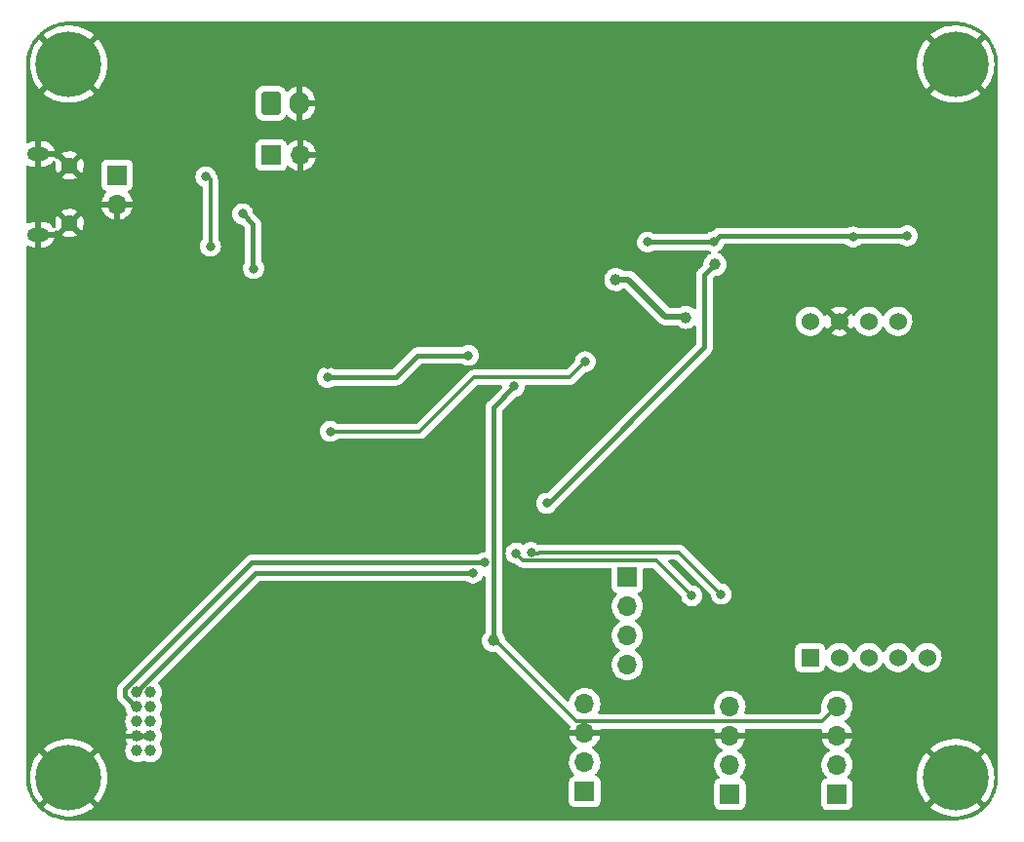
<source format=gbr>
%TF.GenerationSoftware,KiCad,Pcbnew,(5.99.0-8928-gc255dede17)*%
%TF.CreationDate,2021-04-01T15:07:53-07:00*%
%TF.ProjectId,smbpcb,736d6270-6362-42e6-9b69-6361645f7063,rev?*%
%TF.SameCoordinates,Original*%
%TF.FileFunction,Copper,L2,Bot*%
%TF.FilePolarity,Positive*%
%FSLAX46Y46*%
G04 Gerber Fmt 4.6, Leading zero omitted, Abs format (unit mm)*
G04 Created by KiCad (PCBNEW (5.99.0-8928-gc255dede17)) date 2021-04-01 15:07:53*
%MOMM*%
%LPD*%
G01*
G04 APERTURE LIST*
G04 Aperture macros list*
%AMRoundRect*
0 Rectangle with rounded corners*
0 $1 Rounding radius*
0 $2 $3 $4 $5 $6 $7 $8 $9 X,Y pos of 4 corners*
0 Add a 4 corners polygon primitive as box body*
4,1,4,$2,$3,$4,$5,$6,$7,$8,$9,$2,$3,0*
0 Add four circle primitives for the rounded corners*
1,1,$1+$1,$2,$3*
1,1,$1+$1,$4,$5*
1,1,$1+$1,$6,$7*
1,1,$1+$1,$8,$9*
0 Add four rect primitives between the rounded corners*
20,1,$1+$1,$2,$3,$4,$5,0*
20,1,$1+$1,$4,$5,$6,$7,0*
20,1,$1+$1,$6,$7,$8,$9,0*
20,1,$1+$1,$8,$9,$2,$3,0*%
G04 Aperture macros list end*
%TA.AperFunction,ComponentPad*%
%ADD10R,1.700000X1.700000*%
%TD*%
%TA.AperFunction,ComponentPad*%
%ADD11O,1.700000X1.700000*%
%TD*%
%TA.AperFunction,ComponentPad*%
%ADD12R,1.524000X1.524000*%
%TD*%
%TA.AperFunction,ComponentPad*%
%ADD13C,1.524000*%
%TD*%
%TA.AperFunction,ComponentPad*%
%ADD14O,1.900000X1.200000*%
%TD*%
%TA.AperFunction,ComponentPad*%
%ADD15C,1.450000*%
%TD*%
%TA.AperFunction,ComponentPad*%
%ADD16C,1.000000*%
%TD*%
%TA.AperFunction,ComponentPad*%
%ADD17C,5.700000*%
%TD*%
%TA.AperFunction,ComponentPad*%
%ADD18RoundRect,0.250000X-0.600000X-0.750000X0.600000X-0.750000X0.600000X0.750000X-0.600000X0.750000X0*%
%TD*%
%TA.AperFunction,ComponentPad*%
%ADD19O,1.700000X2.000000*%
%TD*%
%TA.AperFunction,ViaPad*%
%ADD20C,0.800000*%
%TD*%
%TA.AperFunction,ViaPad*%
%ADD21C,1.000000*%
%TD*%
%TA.AperFunction,Conductor*%
%ADD22C,0.400000*%
%TD*%
%TA.AperFunction,Conductor*%
%ADD23C,0.300000*%
%TD*%
%TA.AperFunction,Conductor*%
%ADD24C,0.500000*%
%TD*%
G04 APERTURE END LIST*
D10*
%TO.P,EXT_BATT1,1,Pin_1*%
%TO.N,Net-(BT1-Pad1)*%
X73335000Y-33815000D03*
D11*
%TO.P,EXT_BATT1,2,Pin_2*%
%TO.N,GND*%
X75875000Y-33815000D03*
%TD*%
D10*
%TO.P,AUX_CONN2,1,Pin_1*%
%TO.N,SDA*%
X100550000Y-89100000D03*
D11*
%TO.P,AUX_CONN2,2,Pin_2*%
%TO.N,SCL*%
X100550000Y-86560000D03*
%TO.P,AUX_CONN2,3,Pin_3*%
%TO.N,GND*%
X100550000Y-84020000D03*
%TO.P,AUX_CONN2,4,Pin_4*%
%TO.N,+5V*%
X100550000Y-81480000D03*
%TD*%
D12*
%TO.P,U6,1,Vout*%
%TO.N,unconnected-(U6-Pad1)*%
X120115000Y-77452500D03*
D13*
%TO.P,U6,2,RXD*%
%TO.N,unconnected-(U6-Pad2)*%
X122655000Y-77452500D03*
%TO.P,U6,3,TXD*%
%TO.N,unconnected-(U6-Pad3)*%
X125195000Y-77452500D03*
%TO.P,U6,4,SR*%
%TO.N,unconnected-(U6-Pad4)*%
X127735000Y-77452500D03*
%TO.P,U6,5,HD*%
%TO.N,unconnected-(U6-Pad5)*%
X130275000Y-77452500D03*
%TO.P,U6,6,Vin*%
%TO.N,+5V*%
X120115000Y-48242500D03*
%TO.P,U6,7,GND*%
%TO.N,GND*%
X122655000Y-48242500D03*
%TO.P,U6,8,A0T*%
%TO.N,unconnected-(U6-Pad8)*%
X125195000Y-48242500D03*
%TO.P,U6,9,PWM*%
%TO.N,pwm_mhz19b*%
X127735000Y-48242500D03*
%TD*%
D14*
%TO.P,J1,6,Shield*%
%TO.N,GND*%
X53122500Y-33715000D03*
X53122500Y-40715000D03*
D15*
X55822500Y-34715000D03*
X55822500Y-39715000D03*
%TD*%
D16*
%TO.P,J2,1,Pin_1*%
%TO.N,+5V*%
X61680000Y-85555000D03*
%TO.P,J2,2,Pin_2*%
X62840000Y-85555000D03*
%TO.P,J2,3,Pin_3*%
%TO.N,GND*%
X61680000Y-84285000D03*
%TO.P,J2,4,Pin_4*%
X62840000Y-84285000D03*
%TO.P,J2,5,Pin_5*%
%TO.N,Net-(J2-Pad5)*%
X61680000Y-83015000D03*
%TO.P,J2,6,Pin_6*%
%TO.N,unconnected-(J2-Pad6)*%
X62840000Y-83015000D03*
%TO.P,J2,7,Pin_7*%
%TO.N,ESP_RX2*%
X61680000Y-81745000D03*
%TO.P,J2,8,Pin_8*%
%TO.N,unconnected-(J2-Pad8)*%
X62840000Y-81745000D03*
%TO.P,J2,9,Pin_9*%
%TO.N,ESP_TX2*%
X61680000Y-80475000D03*
%TO.P,J2,10,Pin_10*%
%TO.N,Net-(J2-Pad10)*%
X62840000Y-80475000D03*
%TD*%
D17*
%TO.P,,1*%
%TO.N,GND*%
X55755000Y-87900000D03*
%TD*%
D10*
%TO.P,5V_IN1,1,Pin_1*%
%TO.N,Net-(5V_IN1-Pad1)*%
X59960000Y-35540000D03*
D11*
%TO.P,5V_IN1,2,Pin_2*%
%TO.N,GND*%
X59960000Y-38080000D03*
%TD*%
D17*
%TO.P,REF\u002A\u002A,1*%
%TO.N,GND*%
X132755000Y-25900000D03*
%TD*%
D10*
%TO.P,AUX_CONN1,1,Pin_1*%
%TO.N,ESP_TX1*%
X104250000Y-70450000D03*
D11*
%TO.P,AUX_CONN1,2,Pin_2*%
%TO.N,ESP_RX1*%
X104250000Y-72990000D03*
%TO.P,AUX_CONN1,3,Pin_3*%
%TO.N,ESP_TX0*%
X104250000Y-75530000D03*
%TO.P,AUX_CONN1,4,Pin_4*%
%TO.N,ESP_RX0*%
X104250000Y-78070000D03*
%TD*%
D17*
%TO.P,MOUNT4,1*%
%TO.N,GND*%
X132755000Y-87900000D03*
%TD*%
D18*
%TO.P,BT1,1,+*%
%TO.N,Net-(BT1-Pad1)*%
X73305000Y-29315000D03*
D19*
%TO.P,BT1,2,-*%
%TO.N,GND*%
X75805000Y-29315000D03*
%TD*%
D17*
%TO.P,REF\u002A\u002A,1*%
%TO.N,GND*%
X55755000Y-25900000D03*
%TD*%
D10*
%TO.P,AUX_CONN3,1,Pin_1*%
%TO.N,SDA*%
X113160000Y-89315000D03*
D11*
%TO.P,AUX_CONN3,2,Pin_2*%
%TO.N,SCL*%
X113160000Y-86775000D03*
%TO.P,AUX_CONN3,3,Pin_3*%
%TO.N,GND*%
X113160000Y-84235000D03*
%TO.P,AUX_CONN3,4,Pin_4*%
%TO.N,+5V*%
X113160000Y-81695000D03*
%TD*%
D10*
%TO.P,AUX_CONN4,1,Pin_1*%
%TO.N,SDA*%
X122460000Y-89315000D03*
D11*
%TO.P,AUX_CONN4,2,Pin_2*%
%TO.N,SCL*%
X122460000Y-86775000D03*
%TO.P,AUX_CONN4,3,Pin_3*%
%TO.N,GND*%
X122460000Y-84235000D03*
%TO.P,AUX_CONN4,4,Pin_4*%
%TO.N,+3V3*%
X122460000Y-81695000D03*
%TD*%
D20*
%TO.N,GND*%
X90960000Y-54915000D03*
X66260000Y-40715000D03*
X126560000Y-39415000D03*
X81560000Y-50115000D03*
X78260000Y-51965000D03*
X70460000Y-61215000D03*
X106560000Y-66715000D03*
X95985000Y-38940000D03*
X103210000Y-52815000D03*
D21*
X80160000Y-38715000D03*
D20*
%TO.N,+3V3*%
X111760000Y-41315000D03*
X106005000Y-41350000D03*
X94455000Y-53900000D03*
X123860000Y-40915000D03*
X128560000Y-40815000D03*
D21*
X92650000Y-76000000D03*
%TO.N,+5V*%
X103260000Y-44615000D03*
X109355000Y-47900000D03*
%TO.N,SCL*%
X111860000Y-43315000D03*
D20*
X97258200Y-64052800D03*
%TO.N,LED_BLUE*%
X112400000Y-71950000D03*
X95900000Y-68323000D03*
%TO.N,EN*%
X100605000Y-51750000D03*
X78460000Y-57815000D03*
%TO.N,NO2*%
X90460000Y-51215000D03*
X78210000Y-53115000D03*
%TO.N,ESP_RX2*%
X91860000Y-69215000D03*
%TO.N,ESP_TX2*%
X90860000Y-70115000D03*
%TO.N,Net-(C1-Pad1)*%
X67665400Y-35689600D03*
X68060000Y-41715000D03*
%TO.N,Net-(BT1-Pad1)*%
X71805600Y-43659600D03*
X70860000Y-38915000D03*
%TO.N,LED_GREEN*%
X109850000Y-72100000D03*
X94600000Y-68400000D03*
%TD*%
D22*
%TO.N,GND*%
X61680000Y-84285000D02*
X59370000Y-84285000D01*
X62840000Y-84285000D02*
X61680000Y-84285000D01*
D23*
X90881010Y-54993990D02*
X90960000Y-54915000D01*
D22*
X59370000Y-84285000D02*
X55755000Y-87900000D01*
D23*
%TO.N,+3V3*%
X92845000Y-76000000D02*
X99860000Y-83015000D01*
D22*
X111760000Y-41315000D02*
X112260000Y-40815000D01*
X128560000Y-40815000D02*
X123960000Y-40815000D01*
X92655000Y-75995000D02*
X92655000Y-55700000D01*
X111760000Y-41315000D02*
X111725000Y-41350000D01*
X107805000Y-41350000D02*
X106005000Y-41350000D01*
D23*
X92650000Y-76000000D02*
X92845000Y-76000000D01*
D22*
X123760000Y-40815000D02*
X123860000Y-40915000D01*
X111725000Y-41350000D02*
X107805000Y-41350000D01*
X108005000Y-41350000D02*
X107805000Y-41350000D01*
D23*
X121140000Y-83015000D02*
X122460000Y-81695000D01*
D22*
X106105000Y-41250000D02*
X106005000Y-41350000D01*
D23*
X99860000Y-83015000D02*
X121140000Y-83015000D01*
D22*
X92650000Y-76000000D02*
X92655000Y-75995000D01*
X92655000Y-55700000D02*
X94455000Y-53900000D01*
X112260000Y-40815000D02*
X123760000Y-40815000D01*
X123960000Y-40815000D02*
X123860000Y-40915000D01*
D24*
%TO.N,+5V*%
X104360000Y-44615000D02*
X107570000Y-47825000D01*
X107570000Y-47825000D02*
X109280000Y-47825000D01*
D22*
X109280000Y-47825000D02*
X109355000Y-47900000D01*
D24*
X103260000Y-44615000D02*
X104360000Y-44615000D01*
D22*
%TO.N,SCL*%
X110960000Y-50515000D02*
X97422200Y-64052800D01*
X97422200Y-64052800D02*
X97258200Y-64052800D01*
X110960000Y-44215000D02*
X110960000Y-50515000D01*
X111860000Y-43315000D02*
X110960000Y-44215000D01*
D23*
%TO.N,LED_BLUE*%
X108750000Y-68300000D02*
X96650000Y-68300000D01*
X95977000Y-68400000D02*
X95900000Y-68323000D01*
X96550000Y-68400000D02*
X95977000Y-68400000D01*
X112400000Y-71950000D02*
X108750000Y-68300000D01*
X96650000Y-68300000D02*
X96550000Y-68400000D01*
%TO.N,EN*%
X99240000Y-53115000D02*
X100605000Y-51750000D01*
X86240000Y-57815000D02*
X90940000Y-53115000D01*
X78460000Y-57815000D02*
X86240000Y-57815000D01*
X90940000Y-53115000D02*
X99240000Y-53115000D01*
D22*
%TO.N,NO2*%
X86060000Y-51215000D02*
X90460000Y-51215000D01*
X78210000Y-53115000D02*
X84160000Y-53115000D01*
X84160000Y-53115000D02*
X86060000Y-51215000D01*
%TO.N,ESP_RX2*%
X71660000Y-69215000D02*
X60660000Y-80215000D01*
X91860000Y-69215000D02*
X71660000Y-69215000D01*
X61590000Y-81745000D02*
X61680000Y-81745000D01*
X60660000Y-80215000D02*
X60660000Y-80815000D01*
X60660000Y-80815000D02*
X61590000Y-81745000D01*
%TO.N,ESP_TX2*%
X90860000Y-70115000D02*
X71976023Y-70115000D01*
X61680000Y-80275000D02*
X61680000Y-80475000D01*
X71976023Y-70115000D02*
X62012989Y-80078034D01*
D23*
%TO.N,Net-(C1-Pad1)*%
X68060000Y-41715000D02*
X68060000Y-35926200D01*
X68060000Y-35926200D02*
X67665400Y-35531600D01*
D22*
%TO.N,Net-(BT1-Pad1)*%
X71760000Y-39815000D02*
X71760000Y-43614000D01*
X70860000Y-38915000D02*
X71760000Y-39815000D01*
X71760000Y-43614000D02*
X71805600Y-43659600D01*
D23*
%TO.N,LED_GREEN*%
X109850000Y-72100000D02*
X106750000Y-69000000D01*
X106750000Y-69000000D02*
X95200000Y-69000000D01*
X95200000Y-69000000D02*
X94600000Y-68400000D01*
%TD*%
%TA.AperFunction,Conductor*%
%TO.N,GND*%
G36*
X132694204Y-22209751D02*
G01*
X132705636Y-22211677D01*
X132705652Y-22211678D01*
X132710440Y-22212485D01*
X132873313Y-22214509D01*
X132877894Y-22214649D01*
X132967372Y-22219045D01*
X132972280Y-22219286D01*
X132978444Y-22219741D01*
X133049357Y-22226725D01*
X133253841Y-22246866D01*
X133259977Y-22247623D01*
X133302260Y-22253895D01*
X133332008Y-22258307D01*
X133338069Y-22259359D01*
X133609503Y-22313350D01*
X133615533Y-22314704D01*
X133686189Y-22332403D01*
X133692149Y-22334053D01*
X133956948Y-22414379D01*
X133962819Y-22416318D01*
X134005451Y-22431571D01*
X134031366Y-22440844D01*
X134037112Y-22443060D01*
X134292817Y-22548977D01*
X134298471Y-22551484D01*
X134364287Y-22582613D01*
X134369811Y-22585393D01*
X134613894Y-22715859D01*
X134619215Y-22718873D01*
X134681689Y-22756318D01*
X134686897Y-22759616D01*
X134852734Y-22870424D01*
X134917014Y-22913375D01*
X134922070Y-22916936D01*
X134980542Y-22960302D01*
X134985418Y-22964107D01*
X135199361Y-23139686D01*
X135204043Y-23143725D01*
X135257971Y-23192602D01*
X135262450Y-23196867D01*
X135458132Y-23392549D01*
X135462397Y-23397028D01*
X135511288Y-23450971D01*
X135515327Y-23455654D01*
X135690883Y-23669570D01*
X135694688Y-23674445D01*
X135738062Y-23732928D01*
X135741623Y-23737984D01*
X135844644Y-23892164D01*
X135895372Y-23968084D01*
X135898681Y-23973310D01*
X135936114Y-24035764D01*
X135939162Y-24041144D01*
X136069610Y-24285197D01*
X136072390Y-24290720D01*
X136081772Y-24310556D01*
X136103532Y-24356565D01*
X136106014Y-24362164D01*
X136211923Y-24617848D01*
X136214141Y-24623597D01*
X136238685Y-24692192D01*
X136240624Y-24698064D01*
X136320945Y-24962846D01*
X136322595Y-24968806D01*
X136340297Y-25039474D01*
X136341652Y-25045509D01*
X136381006Y-25243353D01*
X136395636Y-25316905D01*
X136396693Y-25322998D01*
X136407378Y-25395032D01*
X136408135Y-25401170D01*
X136435259Y-25676567D01*
X136435714Y-25682728D01*
X136440350Y-25777104D01*
X136440490Y-25781650D01*
X136441772Y-25884862D01*
X136442315Y-25928537D01*
X136442473Y-25941284D01*
X136443164Y-25945713D01*
X136445496Y-25960671D01*
X136447000Y-25980083D01*
X136447000Y-87818267D01*
X136445249Y-87839197D01*
X136443322Y-87850635D01*
X136443321Y-87850651D01*
X136442514Y-87855439D01*
X136440490Y-88018341D01*
X136440350Y-88022900D01*
X136435714Y-88117267D01*
X136435714Y-88117272D01*
X136435260Y-88123429D01*
X136408136Y-88398816D01*
X136408135Y-88398829D01*
X136407379Y-88404958D01*
X136398807Y-88462750D01*
X136396691Y-88477012D01*
X136395634Y-88483106D01*
X136341654Y-88754478D01*
X136340299Y-88760512D01*
X136322599Y-88831174D01*
X136320950Y-88837134D01*
X136240621Y-89101945D01*
X136238683Y-89107810D01*
X136214138Y-89176410D01*
X136211937Y-89182115D01*
X136106024Y-89437813D01*
X136103517Y-89443468D01*
X136072393Y-89509273D01*
X136069613Y-89514796D01*
X135939163Y-89758850D01*
X135936116Y-89764229D01*
X135898669Y-89826708D01*
X135895370Y-89831917D01*
X135772143Y-90016340D01*
X135741632Y-90062003D01*
X135738072Y-90067058D01*
X135726452Y-90082726D01*
X135694678Y-90125568D01*
X135690879Y-90130435D01*
X135538184Y-90316495D01*
X135515344Y-90344326D01*
X135511305Y-90349009D01*
X135462394Y-90402974D01*
X135458129Y-90407453D01*
X135262454Y-90603128D01*
X135257975Y-90607393D01*
X135204023Y-90656292D01*
X135199341Y-90660331D01*
X134985435Y-90835879D01*
X134980577Y-90839671D01*
X134922029Y-90883093D01*
X134917019Y-90886621D01*
X134686905Y-91040377D01*
X134681707Y-91043669D01*
X134619231Y-91081116D01*
X134613898Y-91084138D01*
X134369799Y-91214611D01*
X134364274Y-91217392D01*
X134298469Y-91248515D01*
X134292816Y-91251021D01*
X134037144Y-91356924D01*
X134031375Y-91359149D01*
X133962797Y-91383687D01*
X133956947Y-91385620D01*
X133692152Y-91465945D01*
X133686198Y-91467593D01*
X133615524Y-91485295D01*
X133609492Y-91486650D01*
X133441251Y-91520116D01*
X133338099Y-91540634D01*
X133332018Y-91541689D01*
X133259943Y-91552380D01*
X133253835Y-91553134D01*
X133000653Y-91578070D01*
X132978434Y-91580258D01*
X132972267Y-91580713D01*
X132966229Y-91581010D01*
X132877897Y-91585349D01*
X132873351Y-91585489D01*
X132760845Y-91586887D01*
X132718204Y-91587416D01*
X132718200Y-91587416D01*
X132713717Y-91587472D01*
X132694328Y-91590495D01*
X132674918Y-91591999D01*
X94543556Y-91591999D01*
X55988268Y-91592000D01*
X55836733Y-91592000D01*
X55815803Y-91590249D01*
X55804365Y-91588322D01*
X55804349Y-91588321D01*
X55799561Y-91587514D01*
X55636659Y-91585490D01*
X55632100Y-91585350D01*
X55537718Y-91580713D01*
X55531571Y-91580260D01*
X55256164Y-91553134D01*
X55250042Y-91552379D01*
X55177978Y-91541689D01*
X55171905Y-91540636D01*
X55092055Y-91524753D01*
X54900522Y-91486654D01*
X54894488Y-91485299D01*
X54823826Y-91467599D01*
X54817866Y-91465950D01*
X54582052Y-91394417D01*
X54553049Y-91385619D01*
X54547184Y-91383681D01*
X54478590Y-91359138D01*
X54472885Y-91356937D01*
X54217180Y-91251021D01*
X54211532Y-91248517D01*
X54145727Y-91217393D01*
X54140204Y-91214613D01*
X53896150Y-91084163D01*
X53890771Y-91081116D01*
X53828292Y-91043669D01*
X53823079Y-91040368D01*
X53592994Y-90886630D01*
X53587941Y-90883071D01*
X53587938Y-90883069D01*
X53529424Y-90839671D01*
X53524557Y-90835873D01*
X53399874Y-90733548D01*
X53310668Y-90660339D01*
X53305991Y-90656305D01*
X53303402Y-90653958D01*
X53252025Y-90607393D01*
X53247547Y-90603129D01*
X53096211Y-90451793D01*
X53568747Y-90451793D01*
X53568823Y-90452863D01*
X53572008Y-90457697D01*
X53852304Y-90672776D01*
X53857934Y-90676631D01*
X54162897Y-90862052D01*
X54168899Y-90865270D01*
X54492114Y-91016674D01*
X54498419Y-91019222D01*
X54836099Y-91134836D01*
X54842650Y-91136689D01*
X55190827Y-91215154D01*
X55197546Y-91216291D01*
X55552170Y-91256696D01*
X55558960Y-91257099D01*
X55915869Y-91258967D01*
X55922670Y-91258635D01*
X56277697Y-91221947D01*
X56284425Y-91220881D01*
X56633419Y-91146062D01*
X56639968Y-91144283D01*
X56978845Y-91032211D01*
X56985187Y-91029725D01*
X57309949Y-90881723D01*
X57316008Y-90878556D01*
X57622888Y-90696343D01*
X57628552Y-90692551D01*
X57913962Y-90478259D01*
X57919188Y-90473874D01*
X57932037Y-90461850D01*
X57940105Y-90448172D01*
X57940077Y-90447446D01*
X57934935Y-90439145D01*
X55767812Y-88272022D01*
X55753868Y-88264408D01*
X55752035Y-88264539D01*
X55745420Y-88268790D01*
X53576361Y-90437849D01*
X53568747Y-90451793D01*
X53096211Y-90451793D01*
X53051872Y-90407454D01*
X53047607Y-90402975D01*
X52998708Y-90349023D01*
X52994669Y-90344341D01*
X52983940Y-90331267D01*
X52819121Y-90130435D01*
X52815329Y-90125577D01*
X52771907Y-90067029D01*
X52768370Y-90062006D01*
X52742360Y-90023079D01*
X52614623Y-89831905D01*
X52611324Y-89826696D01*
X52573875Y-89764216D01*
X52570862Y-89758898D01*
X52440387Y-89514795D01*
X52437608Y-89509274D01*
X52406485Y-89443469D01*
X52403979Y-89437816D01*
X52298076Y-89182144D01*
X52295851Y-89176375D01*
X52271313Y-89107797D01*
X52269380Y-89101945D01*
X52189055Y-88837152D01*
X52187407Y-88831198D01*
X52169705Y-88760524D01*
X52168350Y-88754492D01*
X52114368Y-88483111D01*
X52113311Y-88477018D01*
X52111863Y-88467257D01*
X52102620Y-88404943D01*
X52101864Y-88398816D01*
X52100547Y-88385438D01*
X52074742Y-88123434D01*
X52074287Y-88117267D01*
X52073298Y-88097136D01*
X52069651Y-88022896D01*
X52069511Y-88018351D01*
X52067937Y-87891657D01*
X52392192Y-87891657D01*
X52410251Y-88248134D01*
X52410961Y-88254890D01*
X52467411Y-88607319D01*
X52468850Y-88613974D01*
X52563030Y-88958237D01*
X52565179Y-88964698D01*
X52695991Y-89296784D01*
X52698822Y-89302967D01*
X52864734Y-89618984D01*
X52868217Y-89624826D01*
X53067292Y-89921081D01*
X53071385Y-89926511D01*
X53195892Y-90074369D01*
X53208631Y-90082813D01*
X53219074Y-90076716D01*
X55382978Y-87912812D01*
X55389356Y-87901132D01*
X56119408Y-87901132D01*
X56119539Y-87902965D01*
X56123790Y-87909580D01*
X58289511Y-90075301D01*
X58303108Y-90082726D01*
X58312717Y-90076029D01*
X58417251Y-89954498D01*
X58421400Y-89949110D01*
X58623561Y-89654964D01*
X58627108Y-89649153D01*
X58796311Y-89334908D01*
X58799218Y-89328730D01*
X58933499Y-88998038D01*
X58935713Y-88991608D01*
X59033493Y-88648346D01*
X59035000Y-88641716D01*
X59095141Y-88289881D01*
X59095921Y-88283141D01*
X59097948Y-88250000D01*
X99186500Y-88250000D01*
X99186500Y-89950000D01*
X99191727Y-90023079D01*
X99232904Y-90163316D01*
X99237775Y-90170895D01*
X99307051Y-90278691D01*
X99307053Y-90278694D01*
X99311923Y-90286271D01*
X99318733Y-90292172D01*
X99415569Y-90376082D01*
X99415572Y-90376084D01*
X99422381Y-90381984D01*
X99430579Y-90385728D01*
X99537202Y-90434421D01*
X99555330Y-90442700D01*
X99564245Y-90443982D01*
X99564246Y-90443982D01*
X99695552Y-90462861D01*
X99695559Y-90462862D01*
X99700000Y-90463500D01*
X101400000Y-90463500D01*
X101473079Y-90458273D01*
X101554312Y-90434421D01*
X101604670Y-90419635D01*
X101604672Y-90419634D01*
X101613316Y-90417096D01*
X101667951Y-90381984D01*
X101728691Y-90342949D01*
X101728694Y-90342947D01*
X101736271Y-90338077D01*
X101776048Y-90292172D01*
X101826082Y-90234431D01*
X101826084Y-90234428D01*
X101831984Y-90227619D01*
X101892700Y-90094670D01*
X101903962Y-90016340D01*
X101912861Y-89954448D01*
X101912862Y-89954441D01*
X101913500Y-89950000D01*
X101913500Y-88465000D01*
X111796500Y-88465000D01*
X111796500Y-90165000D01*
X111801727Y-90238079D01*
X111817610Y-90292172D01*
X111834751Y-90350548D01*
X111842904Y-90378316D01*
X111847775Y-90385895D01*
X111917051Y-90493691D01*
X111917053Y-90493694D01*
X111921923Y-90501271D01*
X111928733Y-90507172D01*
X112025569Y-90591082D01*
X112025572Y-90591084D01*
X112032381Y-90596984D01*
X112040579Y-90600728D01*
X112045837Y-90603129D01*
X112165330Y-90657700D01*
X112174245Y-90658982D01*
X112174246Y-90658982D01*
X112305552Y-90677861D01*
X112305559Y-90677862D01*
X112310000Y-90678500D01*
X114010000Y-90678500D01*
X114083079Y-90673273D01*
X114161165Y-90650345D01*
X114214670Y-90634635D01*
X114214672Y-90634634D01*
X114223316Y-90632096D01*
X114287135Y-90591082D01*
X114338691Y-90557949D01*
X114338694Y-90557947D01*
X114346271Y-90553077D01*
X114386048Y-90507172D01*
X114436082Y-90449431D01*
X114436084Y-90449428D01*
X114441984Y-90442619D01*
X114445728Y-90434421D01*
X114498958Y-90317864D01*
X114498958Y-90317863D01*
X114502700Y-90309670D01*
X114503982Y-90300754D01*
X114522861Y-90169448D01*
X114522862Y-90169441D01*
X114523500Y-90165000D01*
X114523500Y-88465000D01*
X121096500Y-88465000D01*
X121096500Y-90165000D01*
X121101727Y-90238079D01*
X121117610Y-90292172D01*
X121134751Y-90350548D01*
X121142904Y-90378316D01*
X121147775Y-90385895D01*
X121217051Y-90493691D01*
X121217053Y-90493694D01*
X121221923Y-90501271D01*
X121228733Y-90507172D01*
X121325569Y-90591082D01*
X121325572Y-90591084D01*
X121332381Y-90596984D01*
X121340579Y-90600728D01*
X121345837Y-90603129D01*
X121465330Y-90657700D01*
X121474245Y-90658982D01*
X121474246Y-90658982D01*
X121605552Y-90677861D01*
X121605559Y-90677862D01*
X121610000Y-90678500D01*
X123310000Y-90678500D01*
X123383079Y-90673273D01*
X123461165Y-90650345D01*
X123514670Y-90634635D01*
X123514672Y-90634634D01*
X123523316Y-90632096D01*
X123587135Y-90591082D01*
X123638691Y-90557949D01*
X123638694Y-90557947D01*
X123646271Y-90553077D01*
X123686048Y-90507172D01*
X123734035Y-90451793D01*
X130568747Y-90451793D01*
X130568823Y-90452863D01*
X130572008Y-90457697D01*
X130852304Y-90672776D01*
X130857934Y-90676631D01*
X131162897Y-90862052D01*
X131168899Y-90865270D01*
X131492114Y-91016674D01*
X131498419Y-91019222D01*
X131836099Y-91134836D01*
X131842650Y-91136689D01*
X132190827Y-91215154D01*
X132197546Y-91216291D01*
X132552170Y-91256696D01*
X132558960Y-91257099D01*
X132915869Y-91258967D01*
X132922670Y-91258635D01*
X133277697Y-91221947D01*
X133284425Y-91220881D01*
X133633419Y-91146062D01*
X133639968Y-91144283D01*
X133978845Y-91032211D01*
X133985187Y-91029725D01*
X134309949Y-90881723D01*
X134316008Y-90878556D01*
X134622888Y-90696343D01*
X134628552Y-90692551D01*
X134913962Y-90478259D01*
X134919188Y-90473874D01*
X134932037Y-90461850D01*
X134940105Y-90448172D01*
X134940077Y-90447446D01*
X134934935Y-90439145D01*
X132767812Y-88272022D01*
X132753868Y-88264408D01*
X132752035Y-88264539D01*
X132745420Y-88268790D01*
X130576361Y-90437849D01*
X130568747Y-90451793D01*
X123734035Y-90451793D01*
X123736082Y-90449431D01*
X123736084Y-90449428D01*
X123741984Y-90442619D01*
X123745728Y-90434421D01*
X123798958Y-90317864D01*
X123798958Y-90317863D01*
X123802700Y-90309670D01*
X123803982Y-90300754D01*
X123822861Y-90169448D01*
X123822862Y-90169441D01*
X123823500Y-90165000D01*
X123823500Y-88465000D01*
X123818273Y-88391921D01*
X123777096Y-88251684D01*
X123735771Y-88187381D01*
X123702949Y-88136309D01*
X123702947Y-88136306D01*
X123698077Y-88128729D01*
X123681363Y-88114246D01*
X123594431Y-88038918D01*
X123594428Y-88038916D01*
X123587619Y-88033016D01*
X123454670Y-87972300D01*
X123447612Y-87971285D01*
X123388687Y-87933417D01*
X123369615Y-87891657D01*
X129392192Y-87891657D01*
X129410251Y-88248134D01*
X129410961Y-88254890D01*
X129467411Y-88607319D01*
X129468850Y-88613974D01*
X129563030Y-88958237D01*
X129565179Y-88964698D01*
X129695991Y-89296784D01*
X129698822Y-89302967D01*
X129864734Y-89618984D01*
X129868217Y-89624826D01*
X130067292Y-89921081D01*
X130071385Y-89926511D01*
X130195892Y-90074369D01*
X130208631Y-90082813D01*
X130219074Y-90076716D01*
X132382978Y-87912812D01*
X132389356Y-87901132D01*
X133119408Y-87901132D01*
X133119539Y-87902965D01*
X133123790Y-87909580D01*
X135289511Y-90075301D01*
X135303108Y-90082726D01*
X135312717Y-90076029D01*
X135417251Y-89954498D01*
X135421400Y-89949110D01*
X135623561Y-89654964D01*
X135627108Y-89649153D01*
X135796311Y-89334908D01*
X135799218Y-89328730D01*
X135933499Y-88998038D01*
X135935713Y-88991608D01*
X136033493Y-88648346D01*
X136035000Y-88641716D01*
X136095141Y-88289881D01*
X136095921Y-88283141D01*
X136117808Y-87925275D01*
X136117924Y-87921673D01*
X136117994Y-87901820D01*
X136117902Y-87898193D01*
X136098514Y-87540200D01*
X136097779Y-87533434D01*
X136040101Y-87181218D01*
X136038634Y-87174546D01*
X135943258Y-86830634D01*
X135941084Y-86824170D01*
X135809115Y-86492547D01*
X135806259Y-86486367D01*
X135639249Y-86170939D01*
X135635749Y-86165114D01*
X135435637Y-85869550D01*
X135431523Y-85864130D01*
X135314089Y-85725656D01*
X135301263Y-85717219D01*
X135290938Y-85723272D01*
X133127022Y-87887188D01*
X133119408Y-87901132D01*
X132389356Y-87901132D01*
X132390592Y-87898868D01*
X132390461Y-87897035D01*
X132386210Y-87890420D01*
X130220479Y-85724689D01*
X130206942Y-85717297D01*
X130197241Y-85724084D01*
X130085595Y-85854806D01*
X130081461Y-85860214D01*
X129880336Y-86155051D01*
X129876801Y-86160888D01*
X129708694Y-86475725D01*
X129705813Y-86481904D01*
X129572689Y-86813060D01*
X129570498Y-86819495D01*
X129473913Y-87163106D01*
X129472430Y-87169742D01*
X129413521Y-87521765D01*
X129412762Y-87528537D01*
X129392216Y-87884862D01*
X129392192Y-87891657D01*
X123369615Y-87891657D01*
X123359193Y-87868836D01*
X123369296Y-87798562D01*
X123394427Y-87762197D01*
X123396199Y-87760410D01*
X123506030Y-87649617D01*
X123552368Y-87583562D01*
X123635375Y-87465236D01*
X123635376Y-87465234D01*
X123638439Y-87460868D01*
X123737153Y-87252508D01*
X123799349Y-87030494D01*
X123823249Y-86801176D01*
X123823500Y-86775000D01*
X123813479Y-86656892D01*
X123804458Y-86550576D01*
X123804457Y-86550572D01*
X123804007Y-86545265D01*
X123791515Y-86497133D01*
X123747426Y-86327269D01*
X123746084Y-86322098D01*
X123717677Y-86259036D01*
X123653578Y-86116743D01*
X123653577Y-86116741D01*
X123651388Y-86111882D01*
X123522627Y-85920626D01*
X123499977Y-85896882D01*
X123400252Y-85792344D01*
X123363482Y-85753799D01*
X123178504Y-85616171D01*
X123173742Y-85613750D01*
X123169967Y-85611409D01*
X123122613Y-85558512D01*
X123111374Y-85488410D01*
X123139819Y-85423361D01*
X123163107Y-85401809D01*
X123233583Y-85351446D01*
X130569532Y-85351446D01*
X130569567Y-85352286D01*
X130574618Y-85360408D01*
X132742188Y-87527978D01*
X132756132Y-87535592D01*
X132757965Y-87535461D01*
X132764580Y-87531210D01*
X134933214Y-85362576D01*
X134940828Y-85348632D01*
X134940760Y-85347677D01*
X134935817Y-85340202D01*
X134931915Y-85336881D01*
X134647993Y-85120590D01*
X134642369Y-85116768D01*
X134336755Y-84932409D01*
X134330738Y-84929210D01*
X134007006Y-84778939D01*
X134000670Y-84776405D01*
X133662612Y-84661979D01*
X133656044Y-84660145D01*
X133307606Y-84582899D01*
X133300867Y-84581783D01*
X132946109Y-84542617D01*
X132939328Y-84542238D01*
X132582391Y-84541615D01*
X132575618Y-84541970D01*
X132220704Y-84579899D01*
X132213994Y-84580986D01*
X131865271Y-84657020D01*
X131858696Y-84658831D01*
X131520225Y-84772082D01*
X131513903Y-84774585D01*
X131189649Y-84923725D01*
X131183606Y-84926911D01*
X130877362Y-85110195D01*
X130871716Y-85114003D01*
X130587038Y-85329303D01*
X130581848Y-85333690D01*
X130577555Y-85337735D01*
X130569532Y-85351446D01*
X123233583Y-85351446D01*
X123339034Y-85276089D01*
X123347149Y-85269182D01*
X123501893Y-85113082D01*
X123508706Y-85104933D01*
X123634940Y-84924988D01*
X123640295Y-84915787D01*
X123734399Y-84717156D01*
X123738123Y-84707197D01*
X123795968Y-84500718D01*
X123794430Y-84492351D01*
X123782137Y-84489000D01*
X121143403Y-84489000D01*
X121130222Y-84492870D01*
X121128255Y-84507423D01*
X121136638Y-84559471D01*
X121139212Y-84569793D01*
X121210230Y-84777810D01*
X121214497Y-84787533D01*
X121319556Y-84980625D01*
X121325402Y-84989491D01*
X121461486Y-85162113D01*
X121468750Y-85169875D01*
X121631967Y-85317094D01*
X121640444Y-85323528D01*
X121758717Y-85398442D01*
X121805562Y-85451790D01*
X121816129Y-85521996D01*
X121787062Y-85586770D01*
X121756662Y-85612605D01*
X121674057Y-85662731D01*
X121656631Y-85673306D01*
X121652601Y-85676803D01*
X121519451Y-85792344D01*
X121482492Y-85824415D01*
X121479109Y-85828541D01*
X121479105Y-85828545D01*
X121426701Y-85892457D01*
X121336304Y-86002705D01*
X121333665Y-86007341D01*
X121333663Y-86007344D01*
X121243855Y-86165114D01*
X121222245Y-86203077D01*
X121143578Y-86419802D01*
X121142629Y-86425051D01*
X121142628Y-86425054D01*
X121112959Y-86589127D01*
X121102551Y-86646683D01*
X121102500Y-86652023D01*
X121100931Y-86815494D01*
X121100338Y-86877233D01*
X121137002Y-87104861D01*
X121211494Y-87323056D01*
X121321685Y-87525580D01*
X121464424Y-87706644D01*
X121524034Y-87760411D01*
X121561219Y-87820888D01*
X121559805Y-87891871D01*
X121520240Y-87950821D01*
X121475138Y-87974868D01*
X121405330Y-87995365D01*
X121405328Y-87995366D01*
X121396684Y-87997904D01*
X121389105Y-88002775D01*
X121281309Y-88072051D01*
X121281306Y-88072053D01*
X121273729Y-88076923D01*
X121267828Y-88083733D01*
X121183918Y-88180569D01*
X121183916Y-88180572D01*
X121178016Y-88187381D01*
X121174272Y-88195579D01*
X121147186Y-88254890D01*
X121117300Y-88320330D01*
X121116018Y-88329245D01*
X121116018Y-88329246D01*
X121097139Y-88460552D01*
X121097138Y-88460559D01*
X121096500Y-88465000D01*
X114523500Y-88465000D01*
X114518273Y-88391921D01*
X114477096Y-88251684D01*
X114435771Y-88187381D01*
X114402949Y-88136309D01*
X114402947Y-88136306D01*
X114398077Y-88128729D01*
X114381363Y-88114246D01*
X114294431Y-88038918D01*
X114294428Y-88038916D01*
X114287619Y-88033016D01*
X114154670Y-87972300D01*
X114147612Y-87971285D01*
X114088687Y-87933417D01*
X114059193Y-87868836D01*
X114069296Y-87798562D01*
X114094427Y-87762197D01*
X114096199Y-87760410D01*
X114206030Y-87649617D01*
X114252368Y-87583562D01*
X114335375Y-87465236D01*
X114335376Y-87465234D01*
X114338439Y-87460868D01*
X114437153Y-87252508D01*
X114499349Y-87030494D01*
X114523249Y-86801176D01*
X114523500Y-86775000D01*
X114513479Y-86656892D01*
X114504458Y-86550576D01*
X114504457Y-86550572D01*
X114504007Y-86545265D01*
X114491515Y-86497133D01*
X114447426Y-86327269D01*
X114446084Y-86322098D01*
X114417677Y-86259036D01*
X114353578Y-86116743D01*
X114353577Y-86116741D01*
X114351388Y-86111882D01*
X114222627Y-85920626D01*
X114199977Y-85896882D01*
X114100252Y-85792344D01*
X114063482Y-85753799D01*
X113878504Y-85616171D01*
X113873742Y-85613750D01*
X113869967Y-85611409D01*
X113822613Y-85558512D01*
X113811374Y-85488410D01*
X113839819Y-85423361D01*
X113863107Y-85401809D01*
X114039034Y-85276089D01*
X114047149Y-85269182D01*
X114201893Y-85113082D01*
X114208706Y-85104933D01*
X114334940Y-84924988D01*
X114340295Y-84915787D01*
X114434399Y-84717156D01*
X114438123Y-84707197D01*
X114495968Y-84500718D01*
X114494430Y-84492351D01*
X114482137Y-84489000D01*
X111843403Y-84489000D01*
X111830222Y-84492870D01*
X111828255Y-84507423D01*
X111836638Y-84559471D01*
X111839212Y-84569793D01*
X111910230Y-84777810D01*
X111914497Y-84787533D01*
X112019556Y-84980625D01*
X112025402Y-84989491D01*
X112161486Y-85162113D01*
X112168750Y-85169875D01*
X112331967Y-85317094D01*
X112340444Y-85323528D01*
X112458717Y-85398442D01*
X112505562Y-85451790D01*
X112516129Y-85521996D01*
X112487062Y-85586770D01*
X112456662Y-85612605D01*
X112374057Y-85662731D01*
X112356631Y-85673306D01*
X112352601Y-85676803D01*
X112219451Y-85792344D01*
X112182492Y-85824415D01*
X112179109Y-85828541D01*
X112179105Y-85828545D01*
X112126701Y-85892457D01*
X112036304Y-86002705D01*
X112033665Y-86007341D01*
X112033663Y-86007344D01*
X111943855Y-86165114D01*
X111922245Y-86203077D01*
X111843578Y-86419802D01*
X111842629Y-86425051D01*
X111842628Y-86425054D01*
X111812959Y-86589127D01*
X111802551Y-86646683D01*
X111802500Y-86652023D01*
X111800931Y-86815494D01*
X111800338Y-86877233D01*
X111837002Y-87104861D01*
X111911494Y-87323056D01*
X112021685Y-87525580D01*
X112164424Y-87706644D01*
X112224034Y-87760411D01*
X112261219Y-87820888D01*
X112259805Y-87891871D01*
X112220240Y-87950821D01*
X112175138Y-87974868D01*
X112105330Y-87995365D01*
X112105328Y-87995366D01*
X112096684Y-87997904D01*
X112089105Y-88002775D01*
X111981309Y-88072051D01*
X111981306Y-88072053D01*
X111973729Y-88076923D01*
X111967828Y-88083733D01*
X111883918Y-88180569D01*
X111883916Y-88180572D01*
X111878016Y-88187381D01*
X111874272Y-88195579D01*
X111847186Y-88254890D01*
X111817300Y-88320330D01*
X111816018Y-88329245D01*
X111816018Y-88329246D01*
X111797139Y-88460552D01*
X111797138Y-88460559D01*
X111796500Y-88465000D01*
X101913500Y-88465000D01*
X101913500Y-88250000D01*
X101908273Y-88176921D01*
X101867096Y-88036684D01*
X101831039Y-87980579D01*
X101792949Y-87921309D01*
X101792947Y-87921306D01*
X101788077Y-87913729D01*
X101774333Y-87901820D01*
X101684431Y-87823918D01*
X101684428Y-87823916D01*
X101677619Y-87818016D01*
X101544670Y-87757300D01*
X101537612Y-87756285D01*
X101478687Y-87718417D01*
X101449193Y-87653836D01*
X101459296Y-87583562D01*
X101484427Y-87547197D01*
X101486199Y-87545410D01*
X101596030Y-87434617D01*
X101674291Y-87323056D01*
X101725375Y-87250236D01*
X101725376Y-87250234D01*
X101728439Y-87245868D01*
X101827153Y-87037508D01*
X101889349Y-86815494D01*
X101891151Y-86798210D01*
X101912941Y-86589127D01*
X101913249Y-86586176D01*
X101913500Y-86560000D01*
X101912774Y-86551445D01*
X101894458Y-86335576D01*
X101894457Y-86335572D01*
X101894007Y-86330265D01*
X101891888Y-86322098D01*
X101837426Y-86112269D01*
X101836084Y-86107098D01*
X101784731Y-85993098D01*
X101743578Y-85901743D01*
X101743577Y-85901741D01*
X101741388Y-85896882D01*
X101612627Y-85705626D01*
X101453482Y-85538799D01*
X101268504Y-85401171D01*
X101263742Y-85398750D01*
X101259967Y-85396409D01*
X101212613Y-85343512D01*
X101201374Y-85273410D01*
X101229819Y-85208361D01*
X101253107Y-85186809D01*
X101429034Y-85061089D01*
X101437149Y-85054182D01*
X101591893Y-84898082D01*
X101598706Y-84889933D01*
X101724940Y-84709988D01*
X101730295Y-84700787D01*
X101824399Y-84502156D01*
X101828123Y-84492197D01*
X101885968Y-84285718D01*
X101884430Y-84277351D01*
X101872137Y-84274000D01*
X99233403Y-84274000D01*
X99220222Y-84277870D01*
X99218255Y-84292423D01*
X99226638Y-84344471D01*
X99229212Y-84354793D01*
X99300230Y-84562810D01*
X99304497Y-84572533D01*
X99409556Y-84765625D01*
X99415402Y-84774491D01*
X99551486Y-84947113D01*
X99558750Y-84954875D01*
X99721967Y-85102094D01*
X99730444Y-85108528D01*
X99848717Y-85183442D01*
X99895562Y-85236790D01*
X99906129Y-85306996D01*
X99877062Y-85371770D01*
X99846662Y-85397605D01*
X99764057Y-85447731D01*
X99746631Y-85458306D01*
X99742601Y-85461803D01*
X99644428Y-85546993D01*
X99572492Y-85609415D01*
X99569109Y-85613541D01*
X99569105Y-85613545D01*
X99478470Y-85724084D01*
X99426304Y-85787705D01*
X99423665Y-85792341D01*
X99423663Y-85792344D01*
X99346389Y-85928094D01*
X99312245Y-85988077D01*
X99233578Y-86204802D01*
X99232629Y-86210051D01*
X99232628Y-86210054D01*
X99200045Y-86390242D01*
X99192551Y-86431683D01*
X99192033Y-86485638D01*
X99190538Y-86641429D01*
X99190338Y-86662233D01*
X99227002Y-86889861D01*
X99301494Y-87108056D01*
X99411685Y-87310580D01*
X99554424Y-87491644D01*
X99614034Y-87545411D01*
X99651219Y-87605888D01*
X99649805Y-87676871D01*
X99610240Y-87735821D01*
X99565138Y-87759868D01*
X99495330Y-87780365D01*
X99495328Y-87780366D01*
X99486684Y-87782904D01*
X99479105Y-87787775D01*
X99371309Y-87857051D01*
X99371306Y-87857053D01*
X99363729Y-87861923D01*
X99357828Y-87868733D01*
X99273918Y-87965569D01*
X99273916Y-87965572D01*
X99268016Y-87972381D01*
X99264272Y-87980579D01*
X99257520Y-87995365D01*
X99207300Y-88105330D01*
X99206018Y-88114245D01*
X99206018Y-88114246D01*
X99187139Y-88245552D01*
X99187138Y-88245559D01*
X99186500Y-88250000D01*
X59097948Y-88250000D01*
X59117808Y-87925275D01*
X59117924Y-87921673D01*
X59117994Y-87901820D01*
X59117902Y-87898193D01*
X59098514Y-87540200D01*
X59097779Y-87533434D01*
X59040101Y-87181218D01*
X59038634Y-87174546D01*
X58943258Y-86830634D01*
X58941084Y-86824170D01*
X58809115Y-86492547D01*
X58806259Y-86486367D01*
X58639249Y-86170939D01*
X58635749Y-86165114D01*
X58435637Y-85869550D01*
X58431523Y-85864130D01*
X58314089Y-85725656D01*
X58301263Y-85717219D01*
X58290938Y-85723272D01*
X56127022Y-87887188D01*
X56119408Y-87901132D01*
X55389356Y-87901132D01*
X55390592Y-87898868D01*
X55390461Y-87897035D01*
X55386210Y-87890420D01*
X53220479Y-85724689D01*
X53206942Y-85717297D01*
X53197241Y-85724084D01*
X53085595Y-85854806D01*
X53081461Y-85860214D01*
X52880336Y-86155051D01*
X52876801Y-86160888D01*
X52708694Y-86475725D01*
X52705813Y-86481904D01*
X52572689Y-86813060D01*
X52570498Y-86819495D01*
X52473913Y-87163106D01*
X52472430Y-87169742D01*
X52413521Y-87521765D01*
X52412762Y-87528537D01*
X52392216Y-87884862D01*
X52392192Y-87891657D01*
X52067937Y-87891657D01*
X52067853Y-87884862D01*
X52067584Y-87863204D01*
X52067584Y-87863200D01*
X52067528Y-87858717D01*
X52064504Y-87839323D01*
X52063000Y-87819911D01*
X52063000Y-85351446D01*
X53569532Y-85351446D01*
X53569567Y-85352286D01*
X53574618Y-85360408D01*
X55742188Y-87527978D01*
X55756132Y-87535592D01*
X55757965Y-87535461D01*
X55764580Y-87531210D01*
X57933214Y-85362576D01*
X57940828Y-85348632D01*
X57940760Y-85347677D01*
X57935817Y-85340202D01*
X57931915Y-85336881D01*
X57647993Y-85120590D01*
X57642369Y-85116768D01*
X57336755Y-84932409D01*
X57330738Y-84929210D01*
X57007006Y-84778939D01*
X57000670Y-84776405D01*
X56662612Y-84661979D01*
X56656044Y-84660145D01*
X56307606Y-84582899D01*
X56300867Y-84581783D01*
X55946109Y-84542617D01*
X55939328Y-84542238D01*
X55582391Y-84541615D01*
X55575618Y-84541970D01*
X55220704Y-84579899D01*
X55213994Y-84580986D01*
X54865271Y-84657020D01*
X54858696Y-84658831D01*
X54520225Y-84772082D01*
X54513903Y-84774585D01*
X54189649Y-84923725D01*
X54183606Y-84926911D01*
X53877362Y-85110195D01*
X53871716Y-85114003D01*
X53587038Y-85329303D01*
X53581848Y-85333690D01*
X53577555Y-85337735D01*
X53569532Y-85351446D01*
X52063000Y-85351446D01*
X52063000Y-80852342D01*
X59947477Y-80852342D01*
X59958461Y-80915273D01*
X59959421Y-80921766D01*
X59967096Y-80985194D01*
X59969781Y-80992298D01*
X59970418Y-80994893D01*
X59974872Y-81011175D01*
X59975648Y-81013745D01*
X59976953Y-81021224D01*
X59980004Y-81028175D01*
X59980006Y-81028181D01*
X60002624Y-81079705D01*
X60005117Y-81085814D01*
X60019198Y-81123077D01*
X60027694Y-81145562D01*
X60032000Y-81151827D01*
X60033250Y-81154218D01*
X60041433Y-81168920D01*
X60042807Y-81171243D01*
X60045861Y-81178201D01*
X60050486Y-81184228D01*
X60050488Y-81184232D01*
X60084746Y-81228878D01*
X60088615Y-81234203D01*
X60124796Y-81286846D01*
X60130466Y-81291898D01*
X60130467Y-81291899D01*
X60168682Y-81325947D01*
X60173958Y-81330928D01*
X60642493Y-81799463D01*
X60676519Y-81861775D01*
X60678956Y-81878014D01*
X60683150Y-81927956D01*
X60737672Y-82118094D01*
X60828086Y-82294021D01*
X60831911Y-82298847D01*
X60833689Y-82301090D01*
X60834250Y-82302475D01*
X60835251Y-82304029D01*
X60834956Y-82304219D01*
X60860325Y-82366901D01*
X60847153Y-82436665D01*
X60843743Y-82442404D01*
X60843747Y-82442406D01*
X60748456Y-82615740D01*
X60688647Y-82804282D01*
X60666599Y-83000849D01*
X60683150Y-83197956D01*
X60693319Y-83233419D01*
X60734514Y-83377080D01*
X60737672Y-83388094D01*
X60740487Y-83393571D01*
X60821797Y-83551783D01*
X60828086Y-83564021D01*
X60831910Y-83568846D01*
X60831918Y-83568858D01*
X60834017Y-83571506D01*
X60834679Y-83573141D01*
X60835251Y-83574029D01*
X60835082Y-83574138D01*
X60860651Y-83637317D01*
X60847476Y-83707081D01*
X60844147Y-83712681D01*
X60844160Y-83712688D01*
X60751882Y-83880542D01*
X60747054Y-83891806D01*
X60690998Y-84068516D01*
X60688450Y-84080503D01*
X60667786Y-84264731D01*
X60667615Y-84277000D01*
X60683126Y-84461725D01*
X60685341Y-84473790D01*
X60736436Y-84651983D01*
X60740955Y-84663395D01*
X60825688Y-84828268D01*
X60832330Y-84838573D01*
X60833977Y-84840651D01*
X60834497Y-84841936D01*
X60835672Y-84843759D01*
X60835326Y-84843982D01*
X60860619Y-84906460D01*
X60847453Y-84976225D01*
X60843857Y-84982275D01*
X60843747Y-84982406D01*
X60748456Y-85155740D01*
X60746595Y-85161607D01*
X60746594Y-85161609D01*
X60693399Y-85329303D01*
X60688647Y-85344282D01*
X60666599Y-85540849D01*
X60683150Y-85737956D01*
X60707942Y-85824415D01*
X60735531Y-85920626D01*
X60737672Y-85928094D01*
X60828086Y-86104021D01*
X60950949Y-86259036D01*
X60955636Y-86263025D01*
X60955639Y-86263028D01*
X61040883Y-86335576D01*
X61101582Y-86387235D01*
X61106960Y-86390241D01*
X61106962Y-86390242D01*
X61268866Y-86480727D01*
X61274246Y-86483734D01*
X61462366Y-86544857D01*
X61658775Y-86568278D01*
X61664910Y-86567806D01*
X61664912Y-86567806D01*
X61849850Y-86553576D01*
X61849854Y-86553575D01*
X61855992Y-86553103D01*
X62046507Y-86499910D01*
X62095733Y-86475044D01*
X62205573Y-86419560D01*
X62275396Y-86406700D01*
X62323855Y-86422038D01*
X62434246Y-86483734D01*
X62622366Y-86544857D01*
X62818775Y-86568278D01*
X62824910Y-86567806D01*
X62824912Y-86567806D01*
X63009850Y-86553576D01*
X63009854Y-86553575D01*
X63015992Y-86553103D01*
X63206507Y-86499910D01*
X63383060Y-86410726D01*
X63409279Y-86390242D01*
X63534073Y-86292742D01*
X63538929Y-86288948D01*
X63561303Y-86263028D01*
X63664147Y-86143882D01*
X63664148Y-86143880D01*
X63668176Y-86139214D01*
X63765878Y-85967228D01*
X63828314Y-85779539D01*
X63853105Y-85583299D01*
X63853500Y-85555000D01*
X63834198Y-85358143D01*
X63777027Y-85168785D01*
X63684166Y-84994138D01*
X63680268Y-84989358D01*
X63679548Y-84988275D01*
X63658508Y-84920467D01*
X63674937Y-84856306D01*
X63762374Y-84702389D01*
X63767370Y-84691167D01*
X63825878Y-84515285D01*
X63828599Y-84503307D01*
X63852162Y-84316789D01*
X63852654Y-84309760D01*
X63852951Y-84288505D01*
X63852658Y-84281512D01*
X63834309Y-84094374D01*
X63831926Y-84082339D01*
X63778346Y-83904876D01*
X63773671Y-83893534D01*
X63686645Y-83729862D01*
X63679575Y-83719219D01*
X63658540Y-83651410D01*
X63674969Y-83587257D01*
X63734340Y-83482744D01*
X63765878Y-83427228D01*
X63828314Y-83239539D01*
X63853105Y-83043299D01*
X63853500Y-83015000D01*
X63834198Y-82818143D01*
X63777027Y-82628785D01*
X63684166Y-82454138D01*
X63680268Y-82449359D01*
X63679857Y-82448740D01*
X63658816Y-82380933D01*
X63675245Y-82316770D01*
X63683366Y-82302475D01*
X63765878Y-82157228D01*
X63828314Y-81969539D01*
X63853105Y-81773299D01*
X63853500Y-81745000D01*
X63834198Y-81548143D01*
X63777027Y-81358785D01*
X63684166Y-81184138D01*
X63680268Y-81179359D01*
X63679857Y-81178740D01*
X63658816Y-81110933D01*
X63675245Y-81046770D01*
X63685805Y-81028181D01*
X63765878Y-80887228D01*
X63828314Y-80699539D01*
X63853105Y-80503299D01*
X63853500Y-80475000D01*
X63834198Y-80278143D01*
X63777027Y-80088785D01*
X63684166Y-79914138D01*
X63584988Y-79792533D01*
X63563045Y-79765628D01*
X63563042Y-79765625D01*
X63559150Y-79760853D01*
X63541609Y-79746342D01*
X63501872Y-79687510D01*
X63500249Y-79616532D01*
X63532830Y-79560163D01*
X72232588Y-70860405D01*
X72294900Y-70826379D01*
X72321683Y-70823500D01*
X90248601Y-70823500D01*
X90322661Y-70847563D01*
X90403250Y-70906114D01*
X90409278Y-70908798D01*
X90409280Y-70908799D01*
X90571682Y-70981105D01*
X90577713Y-70983790D01*
X90671113Y-71003643D01*
X90758056Y-71022124D01*
X90758061Y-71022124D01*
X90764513Y-71023496D01*
X90955487Y-71023496D01*
X90961939Y-71022124D01*
X90961944Y-71022124D01*
X91048887Y-71003643D01*
X91142287Y-70983790D01*
X91148318Y-70981105D01*
X91310720Y-70908799D01*
X91310722Y-70908798D01*
X91316750Y-70906114D01*
X91322092Y-70902233D01*
X91465907Y-70797746D01*
X91465909Y-70797744D01*
X91471251Y-70793863D01*
X91599037Y-70651942D01*
X91694524Y-70486554D01*
X91700667Y-70467646D01*
X91740741Y-70409042D01*
X91806137Y-70381405D01*
X91876094Y-70393512D01*
X91928400Y-70441518D01*
X91946500Y-70506584D01*
X91946500Y-75223337D01*
X91926498Y-75291458D01*
X91917021Y-75304328D01*
X91817710Y-75422682D01*
X91817706Y-75422688D01*
X91813747Y-75427406D01*
X91810783Y-75432798D01*
X91810780Y-75432802D01*
X91744586Y-75553210D01*
X91718456Y-75600740D01*
X91658647Y-75789282D01*
X91636599Y-75985849D01*
X91653150Y-76182956D01*
X91707672Y-76373094D01*
X91721631Y-76400255D01*
X91782020Y-76517759D01*
X91798086Y-76549021D01*
X91920949Y-76704036D01*
X91925636Y-76708025D01*
X91925639Y-76708028D01*
X92054016Y-76817285D01*
X92071582Y-76832235D01*
X92076960Y-76835241D01*
X92076962Y-76835242D01*
X92222784Y-76916739D01*
X92244246Y-76928734D01*
X92432366Y-76989857D01*
X92628775Y-77013278D01*
X92634910Y-77012806D01*
X92634912Y-77012806D01*
X92819849Y-76998576D01*
X92819852Y-76998575D01*
X92825992Y-76998103D01*
X92831926Y-76996446D01*
X92833861Y-76996105D01*
X92904420Y-77003974D01*
X92944836Y-77031096D01*
X99269130Y-83355389D01*
X99303156Y-83417701D01*
X99298474Y-83487475D01*
X99235882Y-83659916D01*
X99233111Y-83670184D01*
X99219008Y-83748174D01*
X99220427Y-83761414D01*
X99235062Y-83766000D01*
X101869079Y-83766000D01*
X101884318Y-83761525D01*
X101894117Y-83750216D01*
X101909292Y-83716988D01*
X101969018Y-83678604D01*
X102004517Y-83673500D01*
X111739212Y-83673500D01*
X111807333Y-83693502D01*
X111853826Y-83747158D01*
X111863930Y-83817432D01*
X111857651Y-83842490D01*
X111845883Y-83874912D01*
X111843111Y-83885184D01*
X111829008Y-83963174D01*
X111830427Y-83976414D01*
X111845062Y-83981000D01*
X114479079Y-83981000D01*
X114492610Y-83977027D01*
X114493876Y-83968218D01*
X114458301Y-83831155D01*
X114460548Y-83760194D01*
X114500802Y-83701712D01*
X114566284Y-83674278D01*
X114580260Y-83673500D01*
X121039212Y-83673500D01*
X121107333Y-83693502D01*
X121153826Y-83747158D01*
X121163930Y-83817432D01*
X121157651Y-83842490D01*
X121145883Y-83874912D01*
X121143111Y-83885184D01*
X121129008Y-83963174D01*
X121130427Y-83976414D01*
X121145062Y-83981000D01*
X123779079Y-83981000D01*
X123792610Y-83977027D01*
X123793876Y-83968218D01*
X123746954Y-83787433D01*
X123743419Y-83777395D01*
X123653147Y-83576998D01*
X123647967Y-83567692D01*
X123525218Y-83385366D01*
X123518557Y-83377080D01*
X123366830Y-83218030D01*
X123358873Y-83210990D01*
X123182524Y-83079783D01*
X123169981Y-83072005D01*
X123122628Y-83019107D01*
X123111391Y-82949005D01*
X123139838Y-82883957D01*
X123163122Y-82862409D01*
X123343711Y-82733357D01*
X123441527Y-82634685D01*
X123502277Y-82573403D01*
X123502278Y-82573402D01*
X123506030Y-82569617D01*
X123583224Y-82459577D01*
X123635375Y-82385236D01*
X123635376Y-82385234D01*
X123638439Y-82380868D01*
X123737153Y-82172508D01*
X123799349Y-81950494D01*
X123823249Y-81721176D01*
X123823500Y-81695000D01*
X123823250Y-81692052D01*
X123804458Y-81470576D01*
X123804457Y-81470572D01*
X123804007Y-81465265D01*
X123791137Y-81415677D01*
X123747426Y-81247269D01*
X123746084Y-81242098D01*
X123741966Y-81232955D01*
X123653578Y-81036743D01*
X123653577Y-81036741D01*
X123651388Y-81031882D01*
X123522627Y-80840626D01*
X123499977Y-80816882D01*
X123400252Y-80712344D01*
X123363482Y-80673799D01*
X123304686Y-80630053D01*
X123182786Y-80539357D01*
X123182787Y-80539357D01*
X123178504Y-80536171D01*
X123173753Y-80533755D01*
X123173749Y-80533753D01*
X122977740Y-80434097D01*
X122977739Y-80434097D01*
X122972982Y-80431678D01*
X122832033Y-80387912D01*
X122757895Y-80364891D01*
X122757889Y-80364890D01*
X122752792Y-80363307D01*
X122647798Y-80349391D01*
X122529515Y-80333714D01*
X122529510Y-80333714D01*
X122524230Y-80333014D01*
X122518900Y-80333214D01*
X122518899Y-80333214D01*
X122409030Y-80337339D01*
X122293831Y-80341663D01*
X122211368Y-80358966D01*
X122073411Y-80387912D01*
X122073408Y-80387913D01*
X122068184Y-80389009D01*
X121853740Y-80473697D01*
X121656631Y-80593306D01*
X121652601Y-80596803D01*
X121519451Y-80712344D01*
X121482492Y-80744415D01*
X121479109Y-80748541D01*
X121479105Y-80748545D01*
X121445896Y-80789047D01*
X121336304Y-80922705D01*
X121222245Y-81123077D01*
X121143578Y-81339802D01*
X121142629Y-81345051D01*
X121142628Y-81345054D01*
X121103501Y-81561429D01*
X121102551Y-81566683D01*
X121102500Y-81572023D01*
X121100602Y-81769775D01*
X121100338Y-81797233D01*
X121126154Y-81957508D01*
X121135344Y-82014567D01*
X121126429Y-82085002D01*
X121100042Y-82123699D01*
X120904146Y-82319595D01*
X120841834Y-82353621D01*
X120815051Y-82356500D01*
X114549103Y-82356500D01*
X114480982Y-82336498D01*
X114434489Y-82282842D01*
X114424385Y-82212568D01*
X114433447Y-82182491D01*
X114433001Y-82182324D01*
X114434869Y-82177330D01*
X114437153Y-82172508D01*
X114438593Y-82167371D01*
X114492374Y-81975391D01*
X114499349Y-81950494D01*
X114523249Y-81721176D01*
X114523500Y-81695000D01*
X114523250Y-81692052D01*
X114504458Y-81470576D01*
X114504457Y-81470572D01*
X114504007Y-81465265D01*
X114491137Y-81415677D01*
X114447426Y-81247269D01*
X114446084Y-81242098D01*
X114441966Y-81232955D01*
X114353578Y-81036743D01*
X114353577Y-81036741D01*
X114351388Y-81031882D01*
X114222627Y-80840626D01*
X114199977Y-80816882D01*
X114100252Y-80712344D01*
X114063482Y-80673799D01*
X114004686Y-80630053D01*
X113882786Y-80539357D01*
X113882787Y-80539357D01*
X113878504Y-80536171D01*
X113873753Y-80533755D01*
X113873749Y-80533753D01*
X113677740Y-80434097D01*
X113677739Y-80434097D01*
X113672982Y-80431678D01*
X113532033Y-80387912D01*
X113457895Y-80364891D01*
X113457889Y-80364890D01*
X113452792Y-80363307D01*
X113347798Y-80349391D01*
X113229515Y-80333714D01*
X113229510Y-80333714D01*
X113224230Y-80333014D01*
X113218900Y-80333214D01*
X113218899Y-80333214D01*
X113109030Y-80337339D01*
X112993831Y-80341663D01*
X112911368Y-80358966D01*
X112773411Y-80387912D01*
X112773408Y-80387913D01*
X112768184Y-80389009D01*
X112553740Y-80473697D01*
X112356631Y-80593306D01*
X112352601Y-80596803D01*
X112219451Y-80712344D01*
X112182492Y-80744415D01*
X112179109Y-80748541D01*
X112179105Y-80748545D01*
X112145896Y-80789047D01*
X112036304Y-80922705D01*
X111922245Y-81123077D01*
X111843578Y-81339802D01*
X111842629Y-81345051D01*
X111842628Y-81345054D01*
X111803501Y-81561429D01*
X111802551Y-81566683D01*
X111802500Y-81572023D01*
X111800602Y-81769775D01*
X111800338Y-81797233D01*
X111837002Y-82024861D01*
X111857534Y-82085002D01*
X111893309Y-82189791D01*
X111896389Y-82260720D01*
X111860633Y-82322055D01*
X111797392Y-82354322D01*
X111774067Y-82356500D01*
X101836087Y-82356500D01*
X101767966Y-82336498D01*
X101721473Y-82282842D01*
X101711369Y-82212568D01*
X101726822Y-82168174D01*
X101728439Y-82165868D01*
X101827153Y-81957508D01*
X101889349Y-81735494D01*
X101891151Y-81718210D01*
X101912941Y-81509127D01*
X101913249Y-81506176D01*
X101913500Y-81480000D01*
X101913250Y-81477052D01*
X101894458Y-81255576D01*
X101894457Y-81255572D01*
X101894007Y-81250265D01*
X101891888Y-81242098D01*
X101837426Y-81032269D01*
X101836084Y-81027098D01*
X101828912Y-81011175D01*
X101743578Y-80821743D01*
X101743577Y-80821741D01*
X101741388Y-80816882D01*
X101612627Y-80625626D01*
X101453482Y-80458799D01*
X101268504Y-80321171D01*
X101263753Y-80318755D01*
X101263749Y-80318753D01*
X101067740Y-80219097D01*
X101067739Y-80219097D01*
X101062982Y-80216678D01*
X100952887Y-80182493D01*
X100847895Y-80149891D01*
X100847889Y-80149890D01*
X100842792Y-80148307D01*
X100737798Y-80134391D01*
X100619515Y-80118714D01*
X100619510Y-80118714D01*
X100614230Y-80118014D01*
X100608900Y-80118214D01*
X100608899Y-80118214D01*
X100499030Y-80122339D01*
X100383831Y-80126663D01*
X100301368Y-80143966D01*
X100163411Y-80172912D01*
X100163408Y-80172913D01*
X100158184Y-80174009D01*
X99943740Y-80258697D01*
X99746631Y-80378306D01*
X99742601Y-80381803D01*
X99633511Y-80476466D01*
X99572492Y-80529415D01*
X99569109Y-80533541D01*
X99569105Y-80533545D01*
X99496768Y-80621767D01*
X99426304Y-80707705D01*
X99423665Y-80712341D01*
X99423663Y-80712344D01*
X99343971Y-80852342D01*
X99312245Y-80908077D01*
X99233578Y-81124802D01*
X99232628Y-81130054D01*
X99232628Y-81130055D01*
X99225499Y-81169480D01*
X99193695Y-81232955D01*
X99132623Y-81269158D01*
X99061673Y-81266597D01*
X99012415Y-81236155D01*
X93683144Y-75906885D01*
X93649118Y-75844573D01*
X93646840Y-75830087D01*
X93644799Y-75809275D01*
X93644198Y-75803143D01*
X93587027Y-75613785D01*
X93494166Y-75439138D01*
X93391857Y-75313694D01*
X93364303Y-75248263D01*
X93363500Y-75234059D01*
X93363500Y-68400000D01*
X93686500Y-68400000D01*
X93687190Y-68406565D01*
X93699683Y-68525424D01*
X93706462Y-68589927D01*
X93765476Y-68771554D01*
X93860963Y-68936942D01*
X93988749Y-69078863D01*
X93994091Y-69082744D01*
X93994093Y-69082746D01*
X94119137Y-69173595D01*
X94143250Y-69191114D01*
X94149278Y-69193798D01*
X94149280Y-69193799D01*
X94311682Y-69266105D01*
X94317713Y-69268790D01*
X94411113Y-69288643D01*
X94498056Y-69307124D01*
X94498061Y-69307124D01*
X94504513Y-69308496D01*
X94525046Y-69308496D01*
X94593167Y-69328498D01*
X94614142Y-69345401D01*
X94678100Y-69409360D01*
X94684878Y-69416809D01*
X94688764Y-69422931D01*
X94694542Y-69428357D01*
X94735057Y-69466403D01*
X94737899Y-69469158D01*
X94762357Y-69493616D01*
X94765486Y-69496043D01*
X94767317Y-69497464D01*
X94776331Y-69505163D01*
X94802098Y-69529359D01*
X94810004Y-69536783D01*
X94816949Y-69540601D01*
X94828792Y-69547112D01*
X94845315Y-69557965D01*
X94862251Y-69571102D01*
X94869526Y-69574250D01*
X94904618Y-69589436D01*
X94915278Y-69594658D01*
X94948807Y-69613091D01*
X94948810Y-69613092D01*
X94955749Y-69616907D01*
X94976515Y-69622239D01*
X94995212Y-69628641D01*
X95007616Y-69634008D01*
X95007621Y-69634009D01*
X95014890Y-69637155D01*
X95022710Y-69638394D01*
X95022718Y-69638396D01*
X95060498Y-69644380D01*
X95072118Y-69646786D01*
X95111086Y-69656791D01*
X95111092Y-69656792D01*
X95116841Y-69658268D01*
X95120528Y-69658500D01*
X95139737Y-69658500D01*
X95159447Y-69660051D01*
X95179159Y-69663173D01*
X95187051Y-69662427D01*
X95222680Y-69659059D01*
X95234538Y-69658500D01*
X102760500Y-69658500D01*
X102828621Y-69678502D01*
X102875114Y-69732158D01*
X102886500Y-69784500D01*
X102886500Y-71300000D01*
X102891727Y-71373079D01*
X102932904Y-71513316D01*
X102937775Y-71520895D01*
X103007051Y-71628691D01*
X103007053Y-71628694D01*
X103011923Y-71636271D01*
X103018733Y-71642172D01*
X103115569Y-71726082D01*
X103115572Y-71726084D01*
X103122381Y-71731984D01*
X103255330Y-71792700D01*
X103261639Y-71793607D01*
X103320244Y-71831269D01*
X103349738Y-71895849D01*
X103339636Y-71966123D01*
X103307601Y-72008949D01*
X103272492Y-72039415D01*
X103269109Y-72043541D01*
X103269105Y-72043545D01*
X103206544Y-72119845D01*
X103126304Y-72217705D01*
X103123665Y-72222341D01*
X103123663Y-72222344D01*
X103081619Y-72296205D01*
X103012245Y-72418077D01*
X102933578Y-72634802D01*
X102932629Y-72640051D01*
X102932628Y-72640054D01*
X102910890Y-72760265D01*
X102892551Y-72861683D01*
X102892243Y-72893799D01*
X102891097Y-73013210D01*
X102890338Y-73092233D01*
X102927002Y-73319861D01*
X103001494Y-73538056D01*
X103111685Y-73740580D01*
X103254424Y-73921644D01*
X103258389Y-73925220D01*
X103421659Y-74072489D01*
X103421665Y-74072494D01*
X103425629Y-74076069D01*
X103430142Y-74078928D01*
X103430144Y-74078929D01*
X103548242Y-74153731D01*
X103595087Y-74207079D01*
X103605654Y-74277285D01*
X103576587Y-74342058D01*
X103546186Y-74367894D01*
X103451196Y-74425535D01*
X103451189Y-74425540D01*
X103446631Y-74428306D01*
X103442601Y-74431803D01*
X103349426Y-74512656D01*
X103272492Y-74579415D01*
X103269109Y-74583541D01*
X103269105Y-74583545D01*
X103196768Y-74671767D01*
X103126304Y-74757705D01*
X103012245Y-74958077D01*
X102933578Y-75174802D01*
X102932629Y-75180051D01*
X102932628Y-75180054D01*
X102910890Y-75300265D01*
X102892551Y-75401683D01*
X102892139Y-75444580D01*
X102891097Y-75553210D01*
X102890338Y-75632233D01*
X102927002Y-75859861D01*
X103001494Y-76078056D01*
X103111685Y-76280580D01*
X103254424Y-76461644D01*
X103258389Y-76465220D01*
X103421659Y-76612489D01*
X103421665Y-76612494D01*
X103425629Y-76616069D01*
X103430142Y-76618928D01*
X103430144Y-76618929D01*
X103548242Y-76693731D01*
X103595087Y-76747079D01*
X103605654Y-76817285D01*
X103576587Y-76882058D01*
X103546186Y-76907894D01*
X103451196Y-76965535D01*
X103451189Y-76965540D01*
X103446631Y-76968306D01*
X103442601Y-76971803D01*
X103349426Y-77052656D01*
X103272492Y-77119415D01*
X103269109Y-77123541D01*
X103269105Y-77123545D01*
X103184583Y-77226628D01*
X103126304Y-77297705D01*
X103012245Y-77498077D01*
X102933578Y-77714802D01*
X102932629Y-77720051D01*
X102932628Y-77720054D01*
X102910890Y-77840265D01*
X102892551Y-77941683D01*
X102892500Y-77947023D01*
X102890519Y-78153423D01*
X102890338Y-78172233D01*
X102927002Y-78399861D01*
X103001494Y-78618056D01*
X103111685Y-78820580D01*
X103254424Y-79001644D01*
X103258389Y-79005220D01*
X103421659Y-79152489D01*
X103421665Y-79152494D01*
X103425629Y-79156069D01*
X103620406Y-79279439D01*
X103833184Y-79368228D01*
X103838387Y-79369425D01*
X103838392Y-79369426D01*
X104052678Y-79418701D01*
X104052683Y-79418702D01*
X104057881Y-79419897D01*
X104063209Y-79420200D01*
X104063212Y-79420200D01*
X104219293Y-79429063D01*
X104288071Y-79432968D01*
X104293378Y-79432368D01*
X104293380Y-79432368D01*
X104414272Y-79418701D01*
X104517173Y-79407068D01*
X104522288Y-79405587D01*
X104522292Y-79405586D01*
X104651298Y-79368228D01*
X104738635Y-79342937D01*
X104946125Y-79242409D01*
X104950463Y-79239309D01*
X104950468Y-79239306D01*
X105129370Y-79111459D01*
X105133711Y-79108357D01*
X105296030Y-78944617D01*
X105383043Y-78820580D01*
X105425375Y-78760236D01*
X105425376Y-78760234D01*
X105428439Y-78755868D01*
X105527153Y-78547508D01*
X105589349Y-78325494D01*
X105613249Y-78096176D01*
X105613500Y-78070000D01*
X105605947Y-77980980D01*
X105594458Y-77845576D01*
X105594457Y-77845572D01*
X105594007Y-77840265D01*
X105572331Y-77756749D01*
X105537426Y-77622269D01*
X105536084Y-77617098D01*
X105505394Y-77548968D01*
X105443578Y-77411743D01*
X105443577Y-77411741D01*
X105441388Y-77406882D01*
X105312627Y-77215626D01*
X105153482Y-77048799D01*
X104968504Y-76911171D01*
X104963743Y-76908751D01*
X104960425Y-76906693D01*
X104913071Y-76853796D01*
X104901832Y-76783695D01*
X104930277Y-76718645D01*
X104953564Y-76697093D01*
X104962790Y-76690500D01*
X118839500Y-76690500D01*
X118839500Y-78214500D01*
X118844727Y-78287579D01*
X118885904Y-78427816D01*
X118890775Y-78435395D01*
X118960051Y-78543191D01*
X118960053Y-78543194D01*
X118964923Y-78550771D01*
X118971733Y-78556672D01*
X119068569Y-78640582D01*
X119068572Y-78640584D01*
X119075381Y-78646484D01*
X119208330Y-78707200D01*
X119217245Y-78708482D01*
X119217246Y-78708482D01*
X119348552Y-78727361D01*
X119348559Y-78727362D01*
X119353000Y-78728000D01*
X120877000Y-78728000D01*
X120950079Y-78722773D01*
X121028165Y-78699845D01*
X121081670Y-78684135D01*
X121081672Y-78684134D01*
X121090316Y-78681596D01*
X121154135Y-78640582D01*
X121205691Y-78607449D01*
X121205694Y-78607447D01*
X121213271Y-78602577D01*
X121256810Y-78552331D01*
X121303082Y-78498931D01*
X121303084Y-78498928D01*
X121308984Y-78492119D01*
X121351117Y-78399861D01*
X121365958Y-78367364D01*
X121365958Y-78367363D01*
X121369700Y-78359170D01*
X121386552Y-78241960D01*
X121416045Y-78177379D01*
X121475771Y-78138995D01*
X121546768Y-78138995D01*
X121608774Y-78180085D01*
X121743690Y-78344921D01*
X121747953Y-78348562D01*
X121747958Y-78348567D01*
X121897028Y-78475884D01*
X121916127Y-78492196D01*
X121927653Y-78498931D01*
X122107072Y-78603775D01*
X122107075Y-78603776D01*
X122111919Y-78606607D01*
X122117189Y-78608536D01*
X122117190Y-78608536D01*
X122319612Y-78682612D01*
X122319616Y-78682613D01*
X122324876Y-78684538D01*
X122330393Y-78685501D01*
X122330397Y-78685502D01*
X122513812Y-78717513D01*
X122548269Y-78723527D01*
X122553875Y-78723498D01*
X122553879Y-78723498D01*
X122657475Y-78722955D01*
X122775035Y-78722339D01*
X122780553Y-78721316D01*
X122780556Y-78721316D01*
X122992488Y-78682037D01*
X122992489Y-78682037D01*
X122998007Y-78681014D01*
X123003252Y-78679032D01*
X123003256Y-78679031D01*
X123177996Y-78613002D01*
X123210137Y-78600857D01*
X123404720Y-78484401D01*
X123408940Y-78480719D01*
X123408945Y-78480716D01*
X123571375Y-78339019D01*
X123575605Y-78335329D01*
X123670605Y-78216750D01*
X123713885Y-78162728D01*
X123713888Y-78162723D01*
X123717391Y-78158351D01*
X123720068Y-78153422D01*
X123766962Y-78067052D01*
X123813696Y-77980979D01*
X123863777Y-77930659D01*
X123933115Y-77915402D01*
X123999694Y-77940054D01*
X124034520Y-77979822D01*
X124140059Y-78169437D01*
X124143612Y-78173777D01*
X124143614Y-78173781D01*
X124148774Y-78180085D01*
X124283690Y-78344921D01*
X124287953Y-78348562D01*
X124287958Y-78348567D01*
X124437028Y-78475884D01*
X124456127Y-78492196D01*
X124467653Y-78498931D01*
X124647072Y-78603775D01*
X124647075Y-78603776D01*
X124651919Y-78606607D01*
X124657189Y-78608536D01*
X124657190Y-78608536D01*
X124859612Y-78682612D01*
X124859616Y-78682613D01*
X124864876Y-78684538D01*
X124870393Y-78685501D01*
X124870397Y-78685502D01*
X125053812Y-78717513D01*
X125088269Y-78723527D01*
X125093875Y-78723498D01*
X125093879Y-78723498D01*
X125197475Y-78722955D01*
X125315035Y-78722339D01*
X125320553Y-78721316D01*
X125320556Y-78721316D01*
X125532488Y-78682037D01*
X125532489Y-78682037D01*
X125538007Y-78681014D01*
X125543252Y-78679032D01*
X125543256Y-78679031D01*
X125717996Y-78613002D01*
X125750137Y-78600857D01*
X125944720Y-78484401D01*
X125948940Y-78480719D01*
X125948945Y-78480716D01*
X126111375Y-78339019D01*
X126115605Y-78335329D01*
X126210605Y-78216750D01*
X126253885Y-78162728D01*
X126253888Y-78162723D01*
X126257391Y-78158351D01*
X126260068Y-78153422D01*
X126306962Y-78067052D01*
X126353696Y-77980979D01*
X126403777Y-77930659D01*
X126473115Y-77915402D01*
X126539694Y-77940054D01*
X126574520Y-77979822D01*
X126680059Y-78169437D01*
X126683612Y-78173777D01*
X126683614Y-78173781D01*
X126688774Y-78180085D01*
X126823690Y-78344921D01*
X126827953Y-78348562D01*
X126827958Y-78348567D01*
X126977028Y-78475884D01*
X126996127Y-78492196D01*
X127007653Y-78498931D01*
X127187072Y-78603775D01*
X127187075Y-78603776D01*
X127191919Y-78606607D01*
X127197189Y-78608536D01*
X127197190Y-78608536D01*
X127399612Y-78682612D01*
X127399616Y-78682613D01*
X127404876Y-78684538D01*
X127410393Y-78685501D01*
X127410397Y-78685502D01*
X127593812Y-78717513D01*
X127628269Y-78723527D01*
X127633875Y-78723498D01*
X127633879Y-78723498D01*
X127737475Y-78722955D01*
X127855035Y-78722339D01*
X127860553Y-78721316D01*
X127860556Y-78721316D01*
X128072488Y-78682037D01*
X128072489Y-78682037D01*
X128078007Y-78681014D01*
X128083252Y-78679032D01*
X128083256Y-78679031D01*
X128257996Y-78613002D01*
X128290137Y-78600857D01*
X128484720Y-78484401D01*
X128488940Y-78480719D01*
X128488945Y-78480716D01*
X128651375Y-78339019D01*
X128655605Y-78335329D01*
X128750605Y-78216750D01*
X128793885Y-78162728D01*
X128793888Y-78162723D01*
X128797391Y-78158351D01*
X128800068Y-78153422D01*
X128846962Y-78067052D01*
X128893696Y-77980979D01*
X128943777Y-77930659D01*
X129013115Y-77915402D01*
X129079694Y-77940054D01*
X129114520Y-77979822D01*
X129220059Y-78169437D01*
X129223612Y-78173777D01*
X129223614Y-78173781D01*
X129228774Y-78180085D01*
X129363690Y-78344921D01*
X129367953Y-78348562D01*
X129367958Y-78348567D01*
X129517028Y-78475884D01*
X129536127Y-78492196D01*
X129547653Y-78498931D01*
X129727072Y-78603775D01*
X129727075Y-78603776D01*
X129731919Y-78606607D01*
X129737189Y-78608536D01*
X129737190Y-78608536D01*
X129939612Y-78682612D01*
X129939616Y-78682613D01*
X129944876Y-78684538D01*
X129950393Y-78685501D01*
X129950397Y-78685502D01*
X130133812Y-78717513D01*
X130168269Y-78723527D01*
X130173875Y-78723498D01*
X130173879Y-78723498D01*
X130277475Y-78722955D01*
X130395035Y-78722339D01*
X130400553Y-78721316D01*
X130400556Y-78721316D01*
X130612488Y-78682037D01*
X130612489Y-78682037D01*
X130618007Y-78681014D01*
X130623252Y-78679032D01*
X130623256Y-78679031D01*
X130797996Y-78613002D01*
X130830137Y-78600857D01*
X131024720Y-78484401D01*
X131028940Y-78480719D01*
X131028945Y-78480716D01*
X131191375Y-78339019D01*
X131195605Y-78335329D01*
X131290605Y-78216750D01*
X131333885Y-78162728D01*
X131333888Y-78162723D01*
X131337391Y-78158351D01*
X131445596Y-77959062D01*
X131516800Y-77743762D01*
X131535520Y-77612229D01*
X131548241Y-77522846D01*
X131548241Y-77522845D01*
X131548752Y-77519255D01*
X131550500Y-77452500D01*
X131546863Y-77411743D01*
X131537416Y-77305898D01*
X131530341Y-77226628D01*
X131470503Y-77007896D01*
X131372876Y-76803218D01*
X131240547Y-76619062D01*
X131077698Y-76461250D01*
X130955257Y-76378973D01*
X130894130Y-76337897D01*
X130894124Y-76337894D01*
X130889477Y-76334771D01*
X130884345Y-76332518D01*
X130884341Y-76332516D01*
X130686975Y-76245878D01*
X130686973Y-76245877D01*
X130681833Y-76243621D01*
X130517628Y-76204199D01*
X130466786Y-76191993D01*
X130466785Y-76191993D01*
X130461329Y-76190683D01*
X130347699Y-76184131D01*
X130240542Y-76177952D01*
X130240539Y-76177952D01*
X130234936Y-76177629D01*
X130009809Y-76204873D01*
X130004447Y-76206523D01*
X130004445Y-76206523D01*
X129933739Y-76228275D01*
X129793064Y-76271552D01*
X129775573Y-76280580D01*
X129607801Y-76367174D01*
X129591553Y-76375560D01*
X129411645Y-76513608D01*
X129407872Y-76517754D01*
X129407867Y-76517759D01*
X129317182Y-76617421D01*
X129259026Y-76681334D01*
X129256043Y-76686089D01*
X129256041Y-76686092D01*
X129150841Y-76853796D01*
X129138521Y-76873435D01*
X129136429Y-76878639D01*
X129136428Y-76878641D01*
X129121113Y-76916739D01*
X129077146Y-76972483D01*
X129010021Y-76995608D01*
X128941050Y-76978771D01*
X128890480Y-76923987D01*
X128864099Y-76868679D01*
X128832876Y-76803218D01*
X128700547Y-76619062D01*
X128537698Y-76461250D01*
X128415257Y-76378973D01*
X128354130Y-76337897D01*
X128354124Y-76337894D01*
X128349477Y-76334771D01*
X128344345Y-76332518D01*
X128344341Y-76332516D01*
X128146975Y-76245878D01*
X128146973Y-76245877D01*
X128141833Y-76243621D01*
X127977628Y-76204199D01*
X127926786Y-76191993D01*
X127926785Y-76191993D01*
X127921329Y-76190683D01*
X127807699Y-76184131D01*
X127700542Y-76177952D01*
X127700539Y-76177952D01*
X127694936Y-76177629D01*
X127469809Y-76204873D01*
X127464447Y-76206523D01*
X127464445Y-76206523D01*
X127393739Y-76228275D01*
X127253064Y-76271552D01*
X127235573Y-76280580D01*
X127067801Y-76367174D01*
X127051553Y-76375560D01*
X126871645Y-76513608D01*
X126867872Y-76517754D01*
X126867867Y-76517759D01*
X126777182Y-76617421D01*
X126719026Y-76681334D01*
X126716043Y-76686089D01*
X126716041Y-76686092D01*
X126610841Y-76853796D01*
X126598521Y-76873435D01*
X126596429Y-76878639D01*
X126596428Y-76878641D01*
X126581113Y-76916739D01*
X126537146Y-76972483D01*
X126470021Y-76995608D01*
X126401050Y-76978771D01*
X126350480Y-76923987D01*
X126324099Y-76868679D01*
X126292876Y-76803218D01*
X126160547Y-76619062D01*
X125997698Y-76461250D01*
X125875257Y-76378973D01*
X125814130Y-76337897D01*
X125814124Y-76337894D01*
X125809477Y-76334771D01*
X125804345Y-76332518D01*
X125804341Y-76332516D01*
X125606975Y-76245878D01*
X125606973Y-76245877D01*
X125601833Y-76243621D01*
X125437628Y-76204199D01*
X125386786Y-76191993D01*
X125386785Y-76191993D01*
X125381329Y-76190683D01*
X125267699Y-76184131D01*
X125160542Y-76177952D01*
X125160539Y-76177952D01*
X125154936Y-76177629D01*
X124929809Y-76204873D01*
X124924447Y-76206523D01*
X124924445Y-76206523D01*
X124853739Y-76228275D01*
X124713064Y-76271552D01*
X124695573Y-76280580D01*
X124527801Y-76367174D01*
X124511553Y-76375560D01*
X124331645Y-76513608D01*
X124327872Y-76517754D01*
X124327867Y-76517759D01*
X124237182Y-76617421D01*
X124179026Y-76681334D01*
X124176043Y-76686089D01*
X124176041Y-76686092D01*
X124070841Y-76853796D01*
X124058521Y-76873435D01*
X124056429Y-76878639D01*
X124056428Y-76878641D01*
X124041113Y-76916739D01*
X123997146Y-76972483D01*
X123930021Y-76995608D01*
X123861050Y-76978771D01*
X123810480Y-76923987D01*
X123784099Y-76868679D01*
X123752876Y-76803218D01*
X123620547Y-76619062D01*
X123457698Y-76461250D01*
X123335257Y-76378973D01*
X123274130Y-76337897D01*
X123274124Y-76337894D01*
X123269477Y-76334771D01*
X123264345Y-76332518D01*
X123264341Y-76332516D01*
X123066975Y-76245878D01*
X123066973Y-76245877D01*
X123061833Y-76243621D01*
X122897628Y-76204199D01*
X122846786Y-76191993D01*
X122846785Y-76191993D01*
X122841329Y-76190683D01*
X122727699Y-76184131D01*
X122620542Y-76177952D01*
X122620539Y-76177952D01*
X122614936Y-76177629D01*
X122389809Y-76204873D01*
X122384447Y-76206523D01*
X122384445Y-76206523D01*
X122313739Y-76228275D01*
X122173064Y-76271552D01*
X122155573Y-76280580D01*
X121987801Y-76367174D01*
X121971553Y-76375560D01*
X121791645Y-76513608D01*
X121787872Y-76517754D01*
X121787867Y-76517759D01*
X121697182Y-76617421D01*
X121639026Y-76681334D01*
X121620254Y-76711258D01*
X121567113Y-76758335D01*
X121496954Y-76769208D01*
X121432054Y-76740425D01*
X121393018Y-76681123D01*
X121387839Y-76653293D01*
X121385755Y-76624159D01*
X121385755Y-76624158D01*
X121385273Y-76617421D01*
X121344096Y-76477184D01*
X121297460Y-76404617D01*
X121269949Y-76361809D01*
X121269947Y-76361806D01*
X121265077Y-76354229D01*
X121246229Y-76337897D01*
X121161431Y-76264418D01*
X121161428Y-76264416D01*
X121154619Y-76258516D01*
X121061233Y-76215868D01*
X121029864Y-76201542D01*
X121029863Y-76201542D01*
X121021670Y-76197800D01*
X121012755Y-76196518D01*
X121012754Y-76196518D01*
X120881448Y-76177639D01*
X120881441Y-76177638D01*
X120877000Y-76177000D01*
X119353000Y-76177000D01*
X119279921Y-76182227D01*
X119226884Y-76197800D01*
X119148330Y-76220865D01*
X119148328Y-76220866D01*
X119139684Y-76223404D01*
X119132105Y-76228275D01*
X119024309Y-76297551D01*
X119024306Y-76297553D01*
X119016729Y-76302423D01*
X119010828Y-76309233D01*
X118926918Y-76406069D01*
X118926916Y-76406072D01*
X118921016Y-76412881D01*
X118917272Y-76421079D01*
X118898927Y-76461250D01*
X118860300Y-76545830D01*
X118859018Y-76554745D01*
X118859018Y-76554746D01*
X118840139Y-76686052D01*
X118840138Y-76686059D01*
X118839500Y-76690500D01*
X104962790Y-76690500D01*
X104981428Y-76677181D01*
X105133711Y-76568357D01*
X105239498Y-76461644D01*
X105292277Y-76408403D01*
X105292278Y-76408402D01*
X105296030Y-76404617D01*
X105299090Y-76400255D01*
X105425375Y-76220236D01*
X105425376Y-76220234D01*
X105428439Y-76215868D01*
X105527153Y-76007508D01*
X105589349Y-75785494D01*
X105613249Y-75556176D01*
X105613500Y-75530000D01*
X105606252Y-75444580D01*
X105594458Y-75305576D01*
X105594457Y-75305572D01*
X105594007Y-75300265D01*
X105590267Y-75285853D01*
X105537426Y-75082269D01*
X105536084Y-75077098D01*
X105484731Y-74963098D01*
X105443578Y-74871743D01*
X105443577Y-74871741D01*
X105441388Y-74866882D01*
X105312627Y-74675626D01*
X105153482Y-74508799D01*
X104968504Y-74371171D01*
X104963743Y-74368751D01*
X104960425Y-74366693D01*
X104913071Y-74313796D01*
X104901832Y-74243695D01*
X104930277Y-74178645D01*
X104953564Y-74157093D01*
X104962304Y-74150847D01*
X105133711Y-74028357D01*
X105296030Y-73864617D01*
X105383043Y-73740580D01*
X105425375Y-73680236D01*
X105425376Y-73680234D01*
X105428439Y-73675868D01*
X105527153Y-73467508D01*
X105589349Y-73245494D01*
X105613249Y-73016176D01*
X105613500Y-72990000D01*
X105611473Y-72966105D01*
X105594458Y-72765576D01*
X105594457Y-72765572D01*
X105594007Y-72760265D01*
X105589734Y-72743799D01*
X105537426Y-72542269D01*
X105536084Y-72537098D01*
X105513491Y-72486942D01*
X105443578Y-72331743D01*
X105443577Y-72331741D01*
X105441388Y-72326882D01*
X105312627Y-72135626D01*
X105278642Y-72100000D01*
X105180868Y-71997507D01*
X105148321Y-71934410D01*
X105155052Y-71863733D01*
X105198926Y-71807916D01*
X105236538Y-71789640D01*
X105269545Y-71779948D01*
X105304670Y-71769635D01*
X105304672Y-71769634D01*
X105313316Y-71767096D01*
X105377135Y-71726082D01*
X105428691Y-71692949D01*
X105428694Y-71692947D01*
X105436271Y-71688077D01*
X105476048Y-71642172D01*
X105526082Y-71584431D01*
X105526084Y-71584428D01*
X105531984Y-71577619D01*
X105535728Y-71569421D01*
X105588958Y-71452864D01*
X105588958Y-71452863D01*
X105592700Y-71444670D01*
X105593982Y-71435754D01*
X105612861Y-71304448D01*
X105612862Y-71304441D01*
X105613500Y-71300000D01*
X105613500Y-69784500D01*
X105633502Y-69716379D01*
X105687158Y-69669886D01*
X105739500Y-69658500D01*
X106425050Y-69658500D01*
X106493171Y-69678502D01*
X106514145Y-69695405D01*
X108907035Y-72088294D01*
X108941060Y-72150606D01*
X108943249Y-72164216D01*
X108956462Y-72289927D01*
X109015476Y-72471554D01*
X109110963Y-72636942D01*
X109238749Y-72778863D01*
X109244091Y-72782744D01*
X109244093Y-72782746D01*
X109360091Y-72867023D01*
X109393250Y-72891114D01*
X109399278Y-72893798D01*
X109399280Y-72893799D01*
X109561682Y-72966105D01*
X109567713Y-72968790D01*
X109653628Y-72987052D01*
X109748056Y-73007124D01*
X109748061Y-73007124D01*
X109754513Y-73008496D01*
X109945487Y-73008496D01*
X109951939Y-73007124D01*
X109951944Y-73007124D01*
X110046372Y-72987052D01*
X110132287Y-72968790D01*
X110138318Y-72966105D01*
X110300720Y-72893799D01*
X110300722Y-72893798D01*
X110306750Y-72891114D01*
X110339909Y-72867023D01*
X110455907Y-72782746D01*
X110455909Y-72782744D01*
X110461251Y-72778863D01*
X110589037Y-72636942D01*
X110684524Y-72471554D01*
X110731531Y-72326882D01*
X110741498Y-72296206D01*
X110741498Y-72296205D01*
X110743538Y-72289927D01*
X110763500Y-72100000D01*
X110749429Y-71966123D01*
X110744228Y-71916637D01*
X110744228Y-71916636D01*
X110743538Y-71910073D01*
X110738917Y-71895849D01*
X110686566Y-71734731D01*
X110684524Y-71728446D01*
X110589037Y-71563058D01*
X110461251Y-71421137D01*
X110455909Y-71417256D01*
X110455907Y-71417254D01*
X110312092Y-71312767D01*
X110312091Y-71312766D01*
X110306750Y-71308886D01*
X110300722Y-71306202D01*
X110300720Y-71306201D01*
X110138318Y-71233895D01*
X110138317Y-71233895D01*
X110132287Y-71231210D01*
X110038887Y-71211357D01*
X109951944Y-71192876D01*
X109951939Y-71192876D01*
X109945487Y-71191504D01*
X109924954Y-71191504D01*
X109856833Y-71171502D01*
X109835859Y-71154599D01*
X108986187Y-70304927D01*
X107854854Y-69173595D01*
X107820829Y-69111283D01*
X107825893Y-69040468D01*
X107868440Y-68983632D01*
X107934960Y-68958821D01*
X107943949Y-68958500D01*
X108425050Y-68958500D01*
X108493171Y-68978502D01*
X108514145Y-68995405D01*
X111457035Y-71938295D01*
X111491061Y-72000607D01*
X111493250Y-72014220D01*
X111502956Y-72106565D01*
X111506462Y-72139927D01*
X111565476Y-72321554D01*
X111568779Y-72327276D01*
X111568780Y-72327277D01*
X111602689Y-72386008D01*
X111660963Y-72486942D01*
X111665381Y-72491849D01*
X111665382Y-72491850D01*
X111784327Y-72623952D01*
X111788749Y-72628863D01*
X111794091Y-72632744D01*
X111794093Y-72632746D01*
X111804152Y-72640054D01*
X111943250Y-72741114D01*
X111949278Y-72743798D01*
X111949280Y-72743799D01*
X112111682Y-72816105D01*
X112117713Y-72818790D01*
X112211113Y-72838643D01*
X112298056Y-72857124D01*
X112298061Y-72857124D01*
X112304513Y-72858496D01*
X112495487Y-72858496D01*
X112501939Y-72857124D01*
X112501944Y-72857124D01*
X112588887Y-72838643D01*
X112682287Y-72818790D01*
X112688318Y-72816105D01*
X112850720Y-72743799D01*
X112850722Y-72743798D01*
X112856750Y-72741114D01*
X112995848Y-72640054D01*
X113005907Y-72632746D01*
X113005909Y-72632744D01*
X113011251Y-72628863D01*
X113015673Y-72623952D01*
X113134618Y-72491850D01*
X113134619Y-72491849D01*
X113139037Y-72486942D01*
X113197311Y-72386008D01*
X113231220Y-72327277D01*
X113231221Y-72327276D01*
X113234524Y-72321554D01*
X113266759Y-72222344D01*
X113291498Y-72146206D01*
X113291498Y-72146205D01*
X113293538Y-72139927D01*
X113297045Y-72106565D01*
X113312810Y-71956565D01*
X113313500Y-71950000D01*
X113298604Y-71808273D01*
X113294228Y-71766637D01*
X113294228Y-71766636D01*
X113293538Y-71760073D01*
X113267933Y-71681267D01*
X113253312Y-71636271D01*
X113234524Y-71578446D01*
X113229314Y-71569421D01*
X113157288Y-71444670D01*
X113139037Y-71413058D01*
X113011251Y-71271137D01*
X113005909Y-71267256D01*
X113005907Y-71267254D01*
X112862092Y-71162767D01*
X112862091Y-71162766D01*
X112856750Y-71158886D01*
X112850722Y-71156202D01*
X112850720Y-71156201D01*
X112688318Y-71083895D01*
X112688317Y-71083895D01*
X112682287Y-71081210D01*
X112588887Y-71061357D01*
X112501944Y-71042876D01*
X112501939Y-71042876D01*
X112495487Y-71041504D01*
X112474953Y-71041504D01*
X112406832Y-71021502D01*
X112385858Y-71004599D01*
X109271906Y-67890647D01*
X109265122Y-67883192D01*
X109261236Y-67877069D01*
X109214942Y-67833596D01*
X109212101Y-67830842D01*
X109187643Y-67806384D01*
X109182685Y-67802538D01*
X109173667Y-67794836D01*
X109145778Y-67768646D01*
X109145775Y-67768644D01*
X109139996Y-67763217D01*
X109133049Y-67759398D01*
X109133045Y-67759395D01*
X109121210Y-67752889D01*
X109104682Y-67742032D01*
X109101825Y-67739816D01*
X109087749Y-67728897D01*
X109045359Y-67710553D01*
X109034722Y-67705343D01*
X108994251Y-67683093D01*
X108985211Y-67680772D01*
X108973486Y-67677761D01*
X108954783Y-67671358D01*
X108942387Y-67665994D01*
X108942386Y-67665994D01*
X108935110Y-67662845D01*
X108927280Y-67661605D01*
X108927274Y-67661603D01*
X108889502Y-67655620D01*
X108877882Y-67653214D01*
X108838914Y-67643209D01*
X108838908Y-67643208D01*
X108833159Y-67641732D01*
X108829472Y-67641500D01*
X108810263Y-67641500D01*
X108790552Y-67639949D01*
X108778670Y-67638067D01*
X108770841Y-67636827D01*
X108762949Y-67637573D01*
X108727320Y-67640941D01*
X108715462Y-67641500D01*
X96729580Y-67641500D01*
X96719516Y-67641026D01*
X96712441Y-67639444D01*
X96664814Y-67640941D01*
X96649002Y-67641438D01*
X96645044Y-67641500D01*
X96610421Y-67641500D01*
X96604192Y-67642287D01*
X96592366Y-67643218D01*
X96556519Y-67644345D01*
X96487803Y-67626492D01*
X96478501Y-67620343D01*
X96362092Y-67535767D01*
X96362091Y-67535766D01*
X96356750Y-67531886D01*
X96350722Y-67529202D01*
X96350720Y-67529201D01*
X96188318Y-67456895D01*
X96188317Y-67456895D01*
X96182287Y-67454210D01*
X96088887Y-67434357D01*
X96001944Y-67415876D01*
X96001939Y-67415876D01*
X95995487Y-67414504D01*
X95804513Y-67414504D01*
X95798061Y-67415876D01*
X95798056Y-67415876D01*
X95711113Y-67434357D01*
X95617713Y-67454210D01*
X95611683Y-67456895D01*
X95611682Y-67456895D01*
X95449280Y-67529201D01*
X95449278Y-67529202D01*
X95443250Y-67531886D01*
X95288749Y-67644137D01*
X95284335Y-67649040D01*
X95283207Y-67650055D01*
X95219199Y-67680772D01*
X95148746Y-67672007D01*
X95124837Y-67658354D01*
X95117763Y-67653214D01*
X95056750Y-67608886D01*
X95050722Y-67606202D01*
X95050720Y-67606201D01*
X94888318Y-67533895D01*
X94888317Y-67533895D01*
X94882287Y-67531210D01*
X94788887Y-67511357D01*
X94701944Y-67492876D01*
X94701939Y-67492876D01*
X94695487Y-67491504D01*
X94504513Y-67491504D01*
X94498061Y-67492876D01*
X94498056Y-67492876D01*
X94411113Y-67511357D01*
X94317713Y-67531210D01*
X94311683Y-67533895D01*
X94311682Y-67533895D01*
X94149280Y-67606201D01*
X94149278Y-67606202D01*
X94143250Y-67608886D01*
X94137909Y-67612766D01*
X94137908Y-67612767D01*
X93994093Y-67717254D01*
X93994091Y-67717256D01*
X93988749Y-67721137D01*
X93860963Y-67863058D01*
X93765476Y-68028446D01*
X93763434Y-68034731D01*
X93716070Y-68180504D01*
X93706462Y-68210073D01*
X93705772Y-68216636D01*
X93705772Y-68216637D01*
X93691871Y-68348895D01*
X93686500Y-68400000D01*
X93363500Y-68400000D01*
X93363500Y-64052800D01*
X96344700Y-64052800D01*
X96364662Y-64242727D01*
X96423676Y-64424354D01*
X96519163Y-64589742D01*
X96646949Y-64731663D01*
X96652291Y-64735544D01*
X96652293Y-64735546D01*
X96796108Y-64840033D01*
X96801450Y-64843914D01*
X96807478Y-64846598D01*
X96807480Y-64846599D01*
X96969882Y-64918905D01*
X96975913Y-64921590D01*
X97069313Y-64941443D01*
X97156256Y-64959924D01*
X97156261Y-64959924D01*
X97162713Y-64961296D01*
X97353687Y-64961296D01*
X97360139Y-64959924D01*
X97360144Y-64959924D01*
X97447087Y-64941443D01*
X97540487Y-64921590D01*
X97546518Y-64918905D01*
X97708920Y-64846599D01*
X97708922Y-64846598D01*
X97714950Y-64843914D01*
X97720292Y-64840033D01*
X97864107Y-64735546D01*
X97864109Y-64735544D01*
X97869451Y-64731663D01*
X97997237Y-64589742D01*
X98092724Y-64424354D01*
X98102681Y-64393709D01*
X98133419Y-64343551D01*
X111442629Y-51034341D01*
X111448895Y-51028487D01*
X111484509Y-50997419D01*
X111490234Y-50992425D01*
X111526973Y-50940151D01*
X111530905Y-50934857D01*
X111565615Y-50890590D01*
X111565616Y-50890588D01*
X111570302Y-50884612D01*
X111573428Y-50877688D01*
X111574829Y-50875375D01*
X111583166Y-50860759D01*
X111584441Y-50858382D01*
X111588810Y-50852165D01*
X111592210Y-50843446D01*
X111612010Y-50792659D01*
X111614566Y-50786577D01*
X111637724Y-50735289D01*
X111637725Y-50735287D01*
X111640850Y-50728365D01*
X111642234Y-50720895D01*
X111643038Y-50718330D01*
X111647662Y-50702098D01*
X111648325Y-50699517D01*
X111651084Y-50692440D01*
X111659422Y-50629104D01*
X111660453Y-50622596D01*
X111664482Y-50600861D01*
X111672092Y-50559801D01*
X111670728Y-50536137D01*
X111669420Y-50513463D01*
X111668709Y-50501131D01*
X111668500Y-50493880D01*
X111668500Y-48322589D01*
X118842017Y-48322589D01*
X118876318Y-48546749D01*
X118949773Y-48761293D01*
X119060059Y-48959437D01*
X119203690Y-49134921D01*
X119207953Y-49138562D01*
X119207958Y-49138567D01*
X119357028Y-49265884D01*
X119376127Y-49282196D01*
X119395232Y-49293360D01*
X119567072Y-49393775D01*
X119567075Y-49393776D01*
X119571919Y-49396607D01*
X119577189Y-49398536D01*
X119577190Y-49398536D01*
X119779612Y-49472612D01*
X119779616Y-49472613D01*
X119784876Y-49474538D01*
X119790393Y-49475501D01*
X119790397Y-49475502D01*
X119973812Y-49507513D01*
X120008269Y-49513527D01*
X120013875Y-49513498D01*
X120013879Y-49513498D01*
X120117475Y-49512955D01*
X120235035Y-49512339D01*
X120240553Y-49511316D01*
X120240556Y-49511316D01*
X120452488Y-49472037D01*
X120452489Y-49472037D01*
X120458007Y-49471014D01*
X120463252Y-49469032D01*
X120463256Y-49469031D01*
X120582839Y-49423844D01*
X120670137Y-49390857D01*
X120675705Y-49387525D01*
X120726950Y-49356855D01*
X120817045Y-49302934D01*
X121959396Y-49302934D01*
X121964677Y-49309988D01*
X122107287Y-49393323D01*
X122117401Y-49398083D01*
X122319742Y-49472129D01*
X122330527Y-49475019D01*
X122542788Y-49512064D01*
X122553920Y-49512999D01*
X122769373Y-49511871D01*
X122780507Y-49510819D01*
X122992353Y-49471555D01*
X123003124Y-49468548D01*
X123204674Y-49392388D01*
X123214734Y-49387525D01*
X123340622Y-49312182D01*
X123350193Y-49301823D01*
X123346650Y-49293360D01*
X122667812Y-48614522D01*
X122653868Y-48606908D01*
X122652035Y-48607039D01*
X122645420Y-48611290D01*
X121966156Y-49290554D01*
X121959396Y-49302934D01*
X120817045Y-49302934D01*
X120864720Y-49274401D01*
X120868940Y-49270719D01*
X120868945Y-49270716D01*
X121031375Y-49129019D01*
X121035605Y-49125329D01*
X121046882Y-49111253D01*
X121173885Y-48952728D01*
X121173888Y-48952723D01*
X121177391Y-48948351D01*
X121273977Y-48770462D01*
X121324060Y-48720140D01*
X121393398Y-48704884D01*
X121459977Y-48729536D01*
X121494804Y-48769306D01*
X121584032Y-48929620D01*
X121594083Y-48939509D01*
X121601688Y-48936602D01*
X122282978Y-48255312D01*
X122289356Y-48243632D01*
X123019408Y-48243632D01*
X123019539Y-48245465D01*
X123023790Y-48252080D01*
X123705151Y-48933441D01*
X123717531Y-48940201D01*
X123723795Y-48935512D01*
X123813409Y-48770465D01*
X123863492Y-48720143D01*
X123932830Y-48704887D01*
X123999409Y-48729540D01*
X124034234Y-48769308D01*
X124140059Y-48959437D01*
X124283690Y-49134921D01*
X124287953Y-49138562D01*
X124287958Y-49138567D01*
X124437028Y-49265884D01*
X124456127Y-49282196D01*
X124475232Y-49293360D01*
X124647072Y-49393775D01*
X124647075Y-49393776D01*
X124651919Y-49396607D01*
X124657189Y-49398536D01*
X124657190Y-49398536D01*
X124859612Y-49472612D01*
X124859616Y-49472613D01*
X124864876Y-49474538D01*
X124870393Y-49475501D01*
X124870397Y-49475502D01*
X125053812Y-49507513D01*
X125088269Y-49513527D01*
X125093875Y-49513498D01*
X125093879Y-49513498D01*
X125197475Y-49512955D01*
X125315035Y-49512339D01*
X125320553Y-49511316D01*
X125320556Y-49511316D01*
X125532488Y-49472037D01*
X125532489Y-49472037D01*
X125538007Y-49471014D01*
X125543252Y-49469032D01*
X125543256Y-49469031D01*
X125662839Y-49423844D01*
X125750137Y-49390857D01*
X125755705Y-49387525D01*
X125806950Y-49356855D01*
X125944720Y-49274401D01*
X125948940Y-49270719D01*
X125948945Y-49270716D01*
X126111375Y-49129019D01*
X126115605Y-49125329D01*
X126126882Y-49111253D01*
X126253885Y-48952728D01*
X126253888Y-48952723D01*
X126257391Y-48948351D01*
X126260068Y-48943422D01*
X126313555Y-48844910D01*
X126353696Y-48770979D01*
X126403777Y-48720659D01*
X126473115Y-48705402D01*
X126539694Y-48730054D01*
X126574520Y-48769822D01*
X126680059Y-48959437D01*
X126823690Y-49134921D01*
X126827953Y-49138562D01*
X126827958Y-49138567D01*
X126977028Y-49265884D01*
X126996127Y-49282196D01*
X127015232Y-49293360D01*
X127187072Y-49393775D01*
X127187075Y-49393776D01*
X127191919Y-49396607D01*
X127197189Y-49398536D01*
X127197190Y-49398536D01*
X127399612Y-49472612D01*
X127399616Y-49472613D01*
X127404876Y-49474538D01*
X127410393Y-49475501D01*
X127410397Y-49475502D01*
X127593812Y-49507513D01*
X127628269Y-49513527D01*
X127633875Y-49513498D01*
X127633879Y-49513498D01*
X127737475Y-49512955D01*
X127855035Y-49512339D01*
X127860553Y-49511316D01*
X127860556Y-49511316D01*
X128072488Y-49472037D01*
X128072489Y-49472037D01*
X128078007Y-49471014D01*
X128083252Y-49469032D01*
X128083256Y-49469031D01*
X128202839Y-49423844D01*
X128290137Y-49390857D01*
X128295705Y-49387525D01*
X128346950Y-49356855D01*
X128484720Y-49274401D01*
X128488940Y-49270719D01*
X128488945Y-49270716D01*
X128651375Y-49129019D01*
X128655605Y-49125329D01*
X128666882Y-49111253D01*
X128793885Y-48952728D01*
X128793888Y-48952723D01*
X128797391Y-48948351D01*
X128905596Y-48749062D01*
X128976800Y-48533762D01*
X129008752Y-48309255D01*
X129010500Y-48242500D01*
X128990341Y-48016628D01*
X128950359Y-47870478D01*
X128931985Y-47803312D01*
X128931984Y-47803308D01*
X128930503Y-47797896D01*
X128832876Y-47593218D01*
X128700547Y-47409062D01*
X128537698Y-47251250D01*
X128438267Y-47184435D01*
X128354130Y-47127897D01*
X128354124Y-47127894D01*
X128349477Y-47124771D01*
X128344345Y-47122518D01*
X128344341Y-47122516D01*
X128146975Y-47035878D01*
X128146973Y-47035877D01*
X128141833Y-47033621D01*
X127980435Y-46994873D01*
X127926786Y-46981993D01*
X127926785Y-46981993D01*
X127921329Y-46980683D01*
X127822389Y-46974978D01*
X127700542Y-46967952D01*
X127700539Y-46967952D01*
X127694936Y-46967629D01*
X127469809Y-46994873D01*
X127464447Y-46996523D01*
X127464445Y-46996523D01*
X127380448Y-47022364D01*
X127253064Y-47061552D01*
X127152309Y-47113556D01*
X127058662Y-47161891D01*
X127051553Y-47165560D01*
X126871645Y-47303608D01*
X126867872Y-47307754D01*
X126867867Y-47307759D01*
X126779244Y-47405155D01*
X126719026Y-47471334D01*
X126716043Y-47476090D01*
X126716041Y-47476092D01*
X126670903Y-47548049D01*
X126598521Y-47663435D01*
X126596429Y-47668639D01*
X126596428Y-47668641D01*
X126581113Y-47706739D01*
X126537146Y-47762483D01*
X126470021Y-47785608D01*
X126401050Y-47768771D01*
X126350480Y-47713987D01*
X126347322Y-47707366D01*
X126292876Y-47593218D01*
X126160547Y-47409062D01*
X125997698Y-47251250D01*
X125898267Y-47184435D01*
X125814130Y-47127897D01*
X125814124Y-47127894D01*
X125809477Y-47124771D01*
X125804345Y-47122518D01*
X125804341Y-47122516D01*
X125606975Y-47035878D01*
X125606973Y-47035877D01*
X125601833Y-47033621D01*
X125440435Y-46994873D01*
X125386786Y-46981993D01*
X125386785Y-46981993D01*
X125381329Y-46980683D01*
X125282389Y-46974978D01*
X125160542Y-46967952D01*
X125160539Y-46967952D01*
X125154936Y-46967629D01*
X124929809Y-46994873D01*
X124924447Y-46996523D01*
X124924445Y-46996523D01*
X124840448Y-47022364D01*
X124713064Y-47061552D01*
X124612309Y-47113556D01*
X124518662Y-47161891D01*
X124511553Y-47165560D01*
X124331645Y-47303608D01*
X124327872Y-47307754D01*
X124327867Y-47307759D01*
X124239244Y-47405155D01*
X124179026Y-47471334D01*
X124176043Y-47476090D01*
X124176041Y-47476092D01*
X124130903Y-47548049D01*
X124058521Y-47663435D01*
X124056429Y-47668639D01*
X124056428Y-47668641D01*
X124040861Y-47707366D01*
X123996894Y-47763110D01*
X123929769Y-47786235D01*
X123860798Y-47769398D01*
X123810228Y-47714614D01*
X123754861Y-47598534D01*
X123749171Y-47588915D01*
X123725717Y-47556275D01*
X123714927Y-47547865D01*
X123701890Y-47554820D01*
X123027022Y-48229688D01*
X123019408Y-48243632D01*
X122289356Y-48243632D01*
X122290592Y-48241368D01*
X122290461Y-48239535D01*
X122286210Y-48232920D01*
X121608099Y-47554809D01*
X121595719Y-47548049D01*
X121587747Y-47554017D01*
X121521953Y-47658903D01*
X121516873Y-47668871D01*
X121501406Y-47707348D01*
X121457439Y-47763093D01*
X121390315Y-47786219D01*
X121321343Y-47769383D01*
X121270773Y-47714598D01*
X121215295Y-47598287D01*
X121215289Y-47598277D01*
X121212876Y-47593218D01*
X121080547Y-47409062D01*
X120917698Y-47251250D01*
X120818267Y-47184435D01*
X120813697Y-47181364D01*
X121958419Y-47181364D01*
X121965052Y-47193342D01*
X122642188Y-47870478D01*
X122656132Y-47878092D01*
X122657965Y-47877961D01*
X122664580Y-47873710D01*
X123342457Y-47195833D01*
X123348681Y-47184435D01*
X123338870Y-47172001D01*
X123273896Y-47128341D01*
X123264096Y-47122953D01*
X123066815Y-47036352D01*
X123056216Y-47032785D01*
X122846713Y-46982488D01*
X122835651Y-46980855D01*
X122620558Y-46968452D01*
X122609374Y-46968804D01*
X122395485Y-46994688D01*
X122384551Y-46997012D01*
X122178614Y-47060366D01*
X122168269Y-47064587D01*
X121976802Y-47163411D01*
X121967371Y-47169396D01*
X121966884Y-47169770D01*
X121958419Y-47181364D01*
X120813697Y-47181364D01*
X120734130Y-47127897D01*
X120734124Y-47127894D01*
X120729477Y-47124771D01*
X120724345Y-47122518D01*
X120724341Y-47122516D01*
X120526975Y-47035878D01*
X120526973Y-47035877D01*
X120521833Y-47033621D01*
X120360435Y-46994873D01*
X120306786Y-46981993D01*
X120306785Y-46981993D01*
X120301329Y-46980683D01*
X120202389Y-46974978D01*
X120080542Y-46967952D01*
X120080539Y-46967952D01*
X120074936Y-46967629D01*
X119849809Y-46994873D01*
X119844447Y-46996523D01*
X119844445Y-46996523D01*
X119760448Y-47022364D01*
X119633064Y-47061552D01*
X119532309Y-47113556D01*
X119438662Y-47161891D01*
X119431553Y-47165560D01*
X119251645Y-47303608D01*
X119247872Y-47307754D01*
X119247867Y-47307759D01*
X119159244Y-47405155D01*
X119099026Y-47471334D01*
X119096043Y-47476090D01*
X119096041Y-47476092D01*
X119050903Y-47548049D01*
X118978521Y-47663435D01*
X118893939Y-47873840D01*
X118847953Y-48095898D01*
X118842017Y-48322589D01*
X111668500Y-48322589D01*
X111668500Y-44560660D01*
X111688502Y-44492539D01*
X111705405Y-44471565D01*
X111816561Y-44360409D01*
X111878873Y-44326383D01*
X111895985Y-44323876D01*
X111950115Y-44319711D01*
X112029851Y-44313576D01*
X112029856Y-44313575D01*
X112035992Y-44313103D01*
X112041924Y-44311447D01*
X112041928Y-44311446D01*
X112131250Y-44286506D01*
X112226507Y-44259910D01*
X112403060Y-44170726D01*
X112413290Y-44162734D01*
X112554073Y-44052742D01*
X112558929Y-44048948D01*
X112564576Y-44042406D01*
X112684147Y-43903882D01*
X112684148Y-43903880D01*
X112688176Y-43899214D01*
X112785878Y-43727228D01*
X112848314Y-43539539D01*
X112873105Y-43343299D01*
X112873500Y-43315000D01*
X112854198Y-43118143D01*
X112797027Y-42928785D01*
X112704166Y-42754138D01*
X112633973Y-42668073D01*
X112583045Y-42605628D01*
X112583042Y-42605625D01*
X112579150Y-42600853D01*
X112574401Y-42596924D01*
X112431491Y-42478698D01*
X112431486Y-42478695D01*
X112426742Y-42474770D01*
X112421323Y-42471840D01*
X112421320Y-42471838D01*
X112258165Y-42383621D01*
X112258161Y-42383619D01*
X112252747Y-42380692D01*
X112246867Y-42378872D01*
X112246865Y-42378871D01*
X112187954Y-42360635D01*
X112128795Y-42321383D01*
X112100248Y-42256379D01*
X112111377Y-42186260D01*
X112158648Y-42133289D01*
X112173965Y-42125163D01*
X112210720Y-42108799D01*
X112210722Y-42108798D01*
X112216750Y-42106114D01*
X112249164Y-42082564D01*
X112365907Y-41997746D01*
X112365909Y-41997744D01*
X112371251Y-41993863D01*
X112451329Y-41904927D01*
X112494618Y-41856850D01*
X112494619Y-41856849D01*
X112499037Y-41851942D01*
X112557841Y-41750091D01*
X112591220Y-41692277D01*
X112591221Y-41692276D01*
X112594524Y-41686554D01*
X112619214Y-41610565D01*
X112659287Y-41551959D01*
X112724683Y-41524321D01*
X112739047Y-41523500D01*
X123129296Y-41523500D01*
X123197417Y-41543502D01*
X123222928Y-41565186D01*
X123248749Y-41593863D01*
X123254091Y-41597744D01*
X123254093Y-41597746D01*
X123374412Y-41685162D01*
X123403250Y-41706114D01*
X123409278Y-41708798D01*
X123409280Y-41708799D01*
X123569025Y-41779922D01*
X123577713Y-41783790D01*
X123671113Y-41803643D01*
X123758056Y-41822124D01*
X123758061Y-41822124D01*
X123764513Y-41823496D01*
X123955487Y-41823496D01*
X123961939Y-41822124D01*
X123961944Y-41822124D01*
X124048887Y-41803643D01*
X124142287Y-41783790D01*
X124150975Y-41779922D01*
X124310720Y-41708799D01*
X124310722Y-41708798D01*
X124316750Y-41706114D01*
X124345588Y-41685162D01*
X124465907Y-41597746D01*
X124465909Y-41597744D01*
X124471251Y-41593863D01*
X124497070Y-41565188D01*
X124557513Y-41527950D01*
X124590704Y-41523500D01*
X127948601Y-41523500D01*
X128022661Y-41547563D01*
X128103250Y-41606114D01*
X128109278Y-41608798D01*
X128109280Y-41608799D01*
X128113247Y-41610565D01*
X128277713Y-41683790D01*
X128364480Y-41702233D01*
X128458056Y-41722124D01*
X128458061Y-41722124D01*
X128464513Y-41723496D01*
X128655487Y-41723496D01*
X128661939Y-41722124D01*
X128661944Y-41722124D01*
X128755520Y-41702233D01*
X128842287Y-41683790D01*
X129006753Y-41610565D01*
X129010720Y-41608799D01*
X129010722Y-41608798D01*
X129016750Y-41606114D01*
X129040365Y-41588957D01*
X129165907Y-41497746D01*
X129165909Y-41497744D01*
X129171251Y-41493863D01*
X129299037Y-41351942D01*
X129394524Y-41186554D01*
X129453538Y-41004927D01*
X129456895Y-40972992D01*
X129472810Y-40821565D01*
X129473500Y-40815000D01*
X129458896Y-40676048D01*
X129454228Y-40631637D01*
X129454228Y-40631636D01*
X129453538Y-40625073D01*
X129394524Y-40443446D01*
X129373196Y-40406504D01*
X129302338Y-40283776D01*
X129299037Y-40278058D01*
X129171251Y-40136137D01*
X129165909Y-40132256D01*
X129165907Y-40132254D01*
X129022092Y-40027767D01*
X129022091Y-40027766D01*
X129016750Y-40023886D01*
X129010722Y-40021202D01*
X129010720Y-40021201D01*
X128848318Y-39948895D01*
X128848317Y-39948895D01*
X128842287Y-39946210D01*
X128748887Y-39926357D01*
X128661944Y-39907876D01*
X128661939Y-39907876D01*
X128655487Y-39906504D01*
X128464513Y-39906504D01*
X128458061Y-39907876D01*
X128458056Y-39907876D01*
X128371113Y-39926357D01*
X128277713Y-39946210D01*
X128271683Y-39948895D01*
X128271682Y-39948895D01*
X128109280Y-40021201D01*
X128109278Y-40021202D01*
X128103250Y-40023886D01*
X128068828Y-40048895D01*
X128022661Y-40082437D01*
X127948601Y-40106500D01*
X124304483Y-40106500D01*
X124253234Y-40095607D01*
X124148318Y-40048895D01*
X124148316Y-40048894D01*
X124142287Y-40046210D01*
X124037262Y-40023886D01*
X123961944Y-40007876D01*
X123961939Y-40007876D01*
X123955487Y-40006504D01*
X123764513Y-40006504D01*
X123758061Y-40007876D01*
X123758056Y-40007876D01*
X123682738Y-40023886D01*
X123577713Y-40046210D01*
X123571684Y-40048894D01*
X123571682Y-40048895D01*
X123466766Y-40095607D01*
X123415517Y-40106500D01*
X112285954Y-40106500D01*
X112277383Y-40106208D01*
X112222659Y-40102477D01*
X112159691Y-40113466D01*
X112153201Y-40114424D01*
X112089806Y-40122096D01*
X112082698Y-40124782D01*
X112080088Y-40125423D01*
X112063831Y-40129870D01*
X112061263Y-40130645D01*
X112053776Y-40131952D01*
X112033055Y-40141048D01*
X111995294Y-40157624D01*
X111989186Y-40160117D01*
X111987744Y-40160662D01*
X111929438Y-40182694D01*
X111923173Y-40187000D01*
X111920782Y-40188250D01*
X111906080Y-40196433D01*
X111903757Y-40197807D01*
X111896799Y-40200861D01*
X111890772Y-40205486D01*
X111890768Y-40205488D01*
X111846122Y-40239746D01*
X111840797Y-40243615D01*
X111788154Y-40279796D01*
X111783097Y-40285472D01*
X111749061Y-40323672D01*
X111744082Y-40328947D01*
X111707627Y-40365403D01*
X111693461Y-40379569D01*
X111630563Y-40413720D01*
X111477713Y-40446210D01*
X111471683Y-40448895D01*
X111471682Y-40448895D01*
X111309280Y-40521201D01*
X111309278Y-40521202D01*
X111303250Y-40523886D01*
X111297909Y-40527766D01*
X111297908Y-40527767D01*
X111174489Y-40617436D01*
X111100428Y-40641500D01*
X106616399Y-40641500D01*
X106542339Y-40617437D01*
X106534039Y-40611407D01*
X106461750Y-40558886D01*
X106455722Y-40556202D01*
X106455720Y-40556201D01*
X106293318Y-40483895D01*
X106293317Y-40483895D01*
X106287287Y-40481210D01*
X106193887Y-40461357D01*
X106106944Y-40442876D01*
X106106939Y-40442876D01*
X106100487Y-40441504D01*
X105909513Y-40441504D01*
X105903061Y-40442876D01*
X105903056Y-40442876D01*
X105816113Y-40461357D01*
X105722713Y-40481210D01*
X105716683Y-40483895D01*
X105716682Y-40483895D01*
X105554280Y-40556201D01*
X105554278Y-40556202D01*
X105548250Y-40558886D01*
X105542909Y-40562766D01*
X105542908Y-40562767D01*
X105399093Y-40667254D01*
X105399091Y-40667256D01*
X105393749Y-40671137D01*
X105389328Y-40676047D01*
X105389327Y-40676048D01*
X105315707Y-40757812D01*
X105265963Y-40813058D01*
X105212643Y-40905411D01*
X105175930Y-40969000D01*
X105170476Y-40978446D01*
X105168434Y-40984731D01*
X105128263Y-41108366D01*
X105111462Y-41160073D01*
X105110772Y-41166636D01*
X105110772Y-41166637D01*
X105109572Y-41178058D01*
X105091500Y-41350000D01*
X105092190Y-41356565D01*
X105109863Y-41524709D01*
X105111462Y-41539927D01*
X105170476Y-41721554D01*
X105265963Y-41886942D01*
X105393749Y-42028863D01*
X105399091Y-42032744D01*
X105399093Y-42032746D01*
X105500076Y-42106114D01*
X105548250Y-42141114D01*
X105554278Y-42143798D01*
X105554280Y-42143799D01*
X105649649Y-42186260D01*
X105722713Y-42218790D01*
X105816113Y-42238643D01*
X105903056Y-42257124D01*
X105903061Y-42257124D01*
X105909513Y-42258496D01*
X106100487Y-42258496D01*
X106106939Y-42257124D01*
X106106944Y-42257124D01*
X106193887Y-42238643D01*
X106287287Y-42218790D01*
X106360351Y-42186260D01*
X106455720Y-42143799D01*
X106455722Y-42143798D01*
X106461750Y-42141114D01*
X106542339Y-42082563D01*
X106616399Y-42058500D01*
X111196775Y-42058500D01*
X111270836Y-42082564D01*
X111303250Y-42106114D01*
X111309278Y-42108798D01*
X111309280Y-42108799D01*
X111438856Y-42166490D01*
X111492952Y-42212470D01*
X111513601Y-42280398D01*
X111494249Y-42348706D01*
X111445982Y-42393259D01*
X111305045Y-42466939D01*
X111150891Y-42590882D01*
X111146933Y-42595599D01*
X111146931Y-42595601D01*
X111063347Y-42695213D01*
X111023747Y-42742406D01*
X111020783Y-42747798D01*
X111020780Y-42747802D01*
X110943031Y-42889227D01*
X110928456Y-42915740D01*
X110926595Y-42921607D01*
X110926594Y-42921609D01*
X110889641Y-43038099D01*
X110868647Y-43104282D01*
X110860380Y-43177987D01*
X110848285Y-43285814D01*
X110820814Y-43351281D01*
X110812165Y-43360864D01*
X110477363Y-43695666D01*
X110471098Y-43701519D01*
X110429766Y-43737575D01*
X110393039Y-43789833D01*
X110389107Y-43795127D01*
X110349698Y-43845388D01*
X110346572Y-43852312D01*
X110345171Y-43854625D01*
X110336834Y-43869241D01*
X110335559Y-43871618D01*
X110331190Y-43877835D01*
X110328430Y-43884914D01*
X110328429Y-43884916D01*
X110307990Y-43937341D01*
X110305434Y-43943423D01*
X110289008Y-43979803D01*
X110279150Y-44001635D01*
X110277766Y-44009105D01*
X110276962Y-44011670D01*
X110272338Y-44027902D01*
X110271675Y-44030483D01*
X110268916Y-44037560D01*
X110260579Y-44100887D01*
X110259550Y-44107388D01*
X110247908Y-44170199D01*
X110248345Y-44177779D01*
X110248345Y-44177780D01*
X110251291Y-44228874D01*
X110251500Y-44236127D01*
X110251500Y-47064806D01*
X110231498Y-47132927D01*
X110177842Y-47179420D01*
X110107568Y-47189524D01*
X110045185Y-47161891D01*
X109926491Y-47063698D01*
X109926486Y-47063695D01*
X109921742Y-47059770D01*
X109916323Y-47056840D01*
X109916320Y-47056838D01*
X109753165Y-46968621D01*
X109753161Y-46968619D01*
X109747747Y-46965692D01*
X109741867Y-46963872D01*
X109741865Y-46963871D01*
X109692317Y-46948533D01*
X109558792Y-46907200D01*
X109552674Y-46906557D01*
X109552669Y-46906556D01*
X109368205Y-46887169D01*
X109368203Y-46887169D01*
X109362076Y-46886525D01*
X109279226Y-46894065D01*
X109171228Y-46903893D01*
X109171225Y-46903894D01*
X109165089Y-46904452D01*
X109159183Y-46906190D01*
X109159179Y-46906191D01*
X109017779Y-46947808D01*
X108975336Y-46960299D01*
X108800045Y-47051939D01*
X108798718Y-47049401D01*
X108741329Y-47066500D01*
X107936371Y-47066500D01*
X107868250Y-47046498D01*
X107847276Y-47029595D01*
X104943003Y-44125322D01*
X104930615Y-44110908D01*
X104918389Y-44094294D01*
X104879650Y-44061382D01*
X104872133Y-44054452D01*
X104866016Y-44048335D01*
X104863143Y-44046062D01*
X104863134Y-44046054D01*
X104842657Y-44029854D01*
X104839253Y-44027063D01*
X104789206Y-43984545D01*
X104789204Y-43984544D01*
X104783624Y-43979803D01*
X104777106Y-43976475D01*
X104772081Y-43973123D01*
X104766936Y-43969946D01*
X104761198Y-43965406D01*
X104714163Y-43943423D01*
X104695095Y-43934511D01*
X104691145Y-43932580D01*
X104632655Y-43902714D01*
X104632653Y-43902713D01*
X104626135Y-43899385D01*
X104619028Y-43897646D01*
X104613377Y-43895544D01*
X104607627Y-43893631D01*
X104600998Y-43890533D01*
X104593838Y-43889044D01*
X104593827Y-43889040D01*
X104529507Y-43875661D01*
X104525220Y-43874691D01*
X104459828Y-43858690D01*
X104459822Y-43858689D01*
X104454370Y-43857355D01*
X104448766Y-43857007D01*
X104448764Y-43857007D01*
X104441976Y-43856586D01*
X104438579Y-43856329D01*
X104435039Y-43856013D01*
X104427871Y-43854522D01*
X104420554Y-43854720D01*
X104380427Y-43855806D01*
X104361103Y-43856329D01*
X104356484Y-43856454D01*
X104353075Y-43856500D01*
X103970899Y-43856500D01*
X103902778Y-43836498D01*
X103890591Y-43827591D01*
X103826742Y-43774770D01*
X103821325Y-43771841D01*
X103821322Y-43771839D01*
X103658165Y-43683621D01*
X103658161Y-43683619D01*
X103652747Y-43680692D01*
X103646867Y-43678872D01*
X103646865Y-43678871D01*
X103597317Y-43663533D01*
X103463792Y-43622200D01*
X103457674Y-43621557D01*
X103457669Y-43621556D01*
X103273205Y-43602169D01*
X103273203Y-43602169D01*
X103267076Y-43601525D01*
X103184226Y-43609065D01*
X103076228Y-43618893D01*
X103076225Y-43618894D01*
X103070089Y-43619452D01*
X103064183Y-43621190D01*
X103064179Y-43621191D01*
X102955983Y-43653035D01*
X102880336Y-43675299D01*
X102705045Y-43766939D01*
X102550891Y-43890882D01*
X102546933Y-43895599D01*
X102546931Y-43895601D01*
X102506804Y-43943423D01*
X102423747Y-44042406D01*
X102420783Y-44047798D01*
X102420780Y-44047802D01*
X102357596Y-44162734D01*
X102328456Y-44215740D01*
X102326595Y-44221607D01*
X102326594Y-44221609D01*
X102293358Y-44326383D01*
X102268647Y-44404282D01*
X102246599Y-44600849D01*
X102263150Y-44797956D01*
X102317672Y-44988094D01*
X102408086Y-45164021D01*
X102530949Y-45319036D01*
X102535636Y-45323025D01*
X102535639Y-45323028D01*
X102595570Y-45374033D01*
X102681582Y-45447235D01*
X102686960Y-45450241D01*
X102686962Y-45450242D01*
X102728585Y-45473504D01*
X102854246Y-45543734D01*
X103042366Y-45604857D01*
X103238775Y-45628278D01*
X103244910Y-45627806D01*
X103244912Y-45627806D01*
X103429850Y-45613576D01*
X103429854Y-45613575D01*
X103435992Y-45613103D01*
X103626507Y-45559910D01*
X103803060Y-45470726D01*
X103829279Y-45450242D01*
X103847894Y-45435698D01*
X103893316Y-45400211D01*
X103959309Y-45374033D01*
X103970888Y-45373500D01*
X103993629Y-45373500D01*
X104061750Y-45393502D01*
X104082724Y-45410405D01*
X106986997Y-48314678D01*
X106999382Y-48329089D01*
X107011611Y-48345706D01*
X107017194Y-48350449D01*
X107050351Y-48378618D01*
X107057867Y-48385548D01*
X107063985Y-48391666D01*
X107087376Y-48410171D01*
X107090724Y-48412916D01*
X107146376Y-48460197D01*
X107152895Y-48463525D01*
X107157914Y-48466873D01*
X107163060Y-48470051D01*
X107168803Y-48474595D01*
X107234939Y-48505505D01*
X107238836Y-48507410D01*
X107303865Y-48540615D01*
X107310976Y-48542355D01*
X107316633Y-48544459D01*
X107322371Y-48546368D01*
X107329002Y-48549467D01*
X107336162Y-48550956D01*
X107336173Y-48550960D01*
X107400493Y-48564339D01*
X107404780Y-48565309D01*
X107470172Y-48581310D01*
X107470178Y-48581311D01*
X107475630Y-48582645D01*
X107481234Y-48582993D01*
X107481236Y-48582993D01*
X107488023Y-48583414D01*
X107491420Y-48583671D01*
X107494962Y-48583987D01*
X107502129Y-48585478D01*
X107573531Y-48583546D01*
X107576939Y-48583500D01*
X108555460Y-48583500D01*
X108623581Y-48603502D01*
X108637123Y-48613546D01*
X108776582Y-48732235D01*
X108781960Y-48735241D01*
X108781962Y-48735242D01*
X108845908Y-48770980D01*
X108949246Y-48828734D01*
X109137366Y-48889857D01*
X109333775Y-48913278D01*
X109339910Y-48912806D01*
X109339912Y-48912806D01*
X109524850Y-48898576D01*
X109524854Y-48898575D01*
X109530992Y-48898103D01*
X109721507Y-48844910D01*
X109898060Y-48755726D01*
X109924279Y-48735242D01*
X110047927Y-48638637D01*
X110113921Y-48612459D01*
X110183592Y-48626116D01*
X110234819Y-48675273D01*
X110251500Y-48737926D01*
X110251500Y-50169339D01*
X110231498Y-50237460D01*
X110214595Y-50258434D01*
X97365630Y-63107399D01*
X97303318Y-63141425D01*
X97276535Y-63144304D01*
X97162713Y-63144304D01*
X97156261Y-63145676D01*
X97156256Y-63145676D01*
X97069313Y-63164157D01*
X96975913Y-63184010D01*
X96969883Y-63186695D01*
X96969882Y-63186695D01*
X96807480Y-63259001D01*
X96807478Y-63259002D01*
X96801450Y-63261686D01*
X96796109Y-63265566D01*
X96796108Y-63265567D01*
X96652293Y-63370054D01*
X96652291Y-63370056D01*
X96646949Y-63373937D01*
X96519163Y-63515858D01*
X96423676Y-63681246D01*
X96364662Y-63862873D01*
X96344700Y-64052800D01*
X93363500Y-64052800D01*
X93363500Y-56045660D01*
X93383502Y-55977539D01*
X93400405Y-55956565D01*
X94521538Y-54835432D01*
X94584436Y-54801280D01*
X94620597Y-54793593D01*
X94737287Y-54768790D01*
X94743318Y-54766105D01*
X94905720Y-54693799D01*
X94905722Y-54693798D01*
X94911750Y-54691114D01*
X94917092Y-54687233D01*
X95060907Y-54582746D01*
X95060909Y-54582744D01*
X95066251Y-54578863D01*
X95194037Y-54436942D01*
X95289524Y-54271554D01*
X95348538Y-54089927D01*
X95368500Y-53900000D01*
X95368279Y-53897901D01*
X95387812Y-53831379D01*
X95441468Y-53784886D01*
X95493810Y-53773500D01*
X99160420Y-53773500D01*
X99170484Y-53773974D01*
X99177559Y-53775556D01*
X99241011Y-53773562D01*
X99244969Y-53773500D01*
X99279579Y-53773500D01*
X99283510Y-53773003D01*
X99283516Y-53773003D01*
X99285805Y-53772714D01*
X99297630Y-53771783D01*
X99334114Y-53770636D01*
X99343794Y-53770332D01*
X99351410Y-53768119D01*
X99351412Y-53768119D01*
X99364386Y-53764350D01*
X99383745Y-53760341D01*
X99397141Y-53758649D01*
X99397144Y-53758648D01*
X99405006Y-53757655D01*
X99412372Y-53754738D01*
X99412378Y-53754737D01*
X99447932Y-53740660D01*
X99459161Y-53736815D01*
X99464503Y-53735263D01*
X99503508Y-53723931D01*
X99521964Y-53713016D01*
X99539713Y-53704320D01*
X99559644Y-53696429D01*
X99582936Y-53679506D01*
X99597002Y-53669287D01*
X99606923Y-53662770D01*
X99646663Y-53639268D01*
X99649435Y-53636825D01*
X99663021Y-53623239D01*
X99678048Y-53610404D01*
X99694197Y-53598671D01*
X99699251Y-53592562D01*
X99699253Y-53592560D01*
X99722067Y-53564983D01*
X99730057Y-53556203D01*
X100590859Y-52695401D01*
X100653171Y-52661375D01*
X100679954Y-52658496D01*
X100700487Y-52658496D01*
X100706939Y-52657124D01*
X100706944Y-52657124D01*
X100799570Y-52637435D01*
X100887287Y-52618790D01*
X100942888Y-52594035D01*
X101055720Y-52543799D01*
X101055722Y-52543798D01*
X101061750Y-52541114D01*
X101072132Y-52533571D01*
X101210907Y-52432746D01*
X101210909Y-52432744D01*
X101216251Y-52428863D01*
X101344037Y-52286942D01*
X101439524Y-52121554D01*
X101498538Y-51939927D01*
X101503380Y-51893863D01*
X101517810Y-51756565D01*
X101518500Y-51750000D01*
X101498538Y-51560073D01*
X101439524Y-51378446D01*
X101344037Y-51213058D01*
X101216251Y-51071137D01*
X101210909Y-51067256D01*
X101210907Y-51067254D01*
X101067092Y-50962767D01*
X101067091Y-50962766D01*
X101061750Y-50958886D01*
X101055722Y-50956202D01*
X101055720Y-50956201D01*
X100893318Y-50883895D01*
X100893317Y-50883895D01*
X100887287Y-50881210D01*
X100791074Y-50860759D01*
X100706944Y-50842876D01*
X100706939Y-50842876D01*
X100700487Y-50841504D01*
X100509513Y-50841504D01*
X100503061Y-50842876D01*
X100503056Y-50842876D01*
X100418926Y-50860759D01*
X100322713Y-50881210D01*
X100316683Y-50883895D01*
X100316682Y-50883895D01*
X100154280Y-50956201D01*
X100154278Y-50956202D01*
X100148250Y-50958886D01*
X100142909Y-50962766D01*
X100142908Y-50962767D01*
X99999093Y-51067254D01*
X99999091Y-51067256D01*
X99993749Y-51071137D01*
X99865963Y-51213058D01*
X99770476Y-51378446D01*
X99711462Y-51560073D01*
X99710772Y-51566634D01*
X99710772Y-51566636D01*
X99698250Y-51685781D01*
X99671237Y-51751438D01*
X99662035Y-51761706D01*
X99004146Y-52419595D01*
X98941834Y-52453621D01*
X98915051Y-52456500D01*
X91019580Y-52456500D01*
X91009516Y-52456026D01*
X91002441Y-52454444D01*
X90938989Y-52456438D01*
X90935031Y-52456500D01*
X90900421Y-52456500D01*
X90896490Y-52456997D01*
X90896484Y-52456997D01*
X90894195Y-52457286D01*
X90882370Y-52458217D01*
X90845886Y-52459364D01*
X90836206Y-52459668D01*
X90828590Y-52461881D01*
X90828588Y-52461881D01*
X90815614Y-52465650D01*
X90796255Y-52469659D01*
X90782859Y-52471351D01*
X90782856Y-52471352D01*
X90774994Y-52472345D01*
X90767628Y-52475262D01*
X90767626Y-52475262D01*
X90732067Y-52489341D01*
X90720836Y-52493186D01*
X90684106Y-52503857D01*
X90684104Y-52503858D01*
X90676493Y-52506069D01*
X90669671Y-52510103D01*
X90669672Y-52510103D01*
X90658035Y-52516985D01*
X90640288Y-52525679D01*
X90620356Y-52533571D01*
X90613941Y-52538232D01*
X90613939Y-52538233D01*
X90582999Y-52560712D01*
X90573077Y-52567230D01*
X90533337Y-52590732D01*
X90530566Y-52593175D01*
X90516986Y-52606755D01*
X90501952Y-52619596D01*
X90492216Y-52626669D01*
X90492213Y-52626672D01*
X90485803Y-52631329D01*
X90460947Y-52661375D01*
X90457928Y-52665024D01*
X90449938Y-52673803D01*
X86004146Y-57119595D01*
X85941834Y-57153621D01*
X85915051Y-57156500D01*
X79140218Y-57156500D01*
X79066157Y-57132436D01*
X78922092Y-57027767D01*
X78922091Y-57027766D01*
X78916750Y-57023886D01*
X78910722Y-57021202D01*
X78910720Y-57021201D01*
X78748318Y-56948895D01*
X78748317Y-56948895D01*
X78742287Y-56946210D01*
X78648887Y-56926357D01*
X78561944Y-56907876D01*
X78561939Y-56907876D01*
X78555487Y-56906504D01*
X78364513Y-56906504D01*
X78358061Y-56907876D01*
X78358056Y-56907876D01*
X78271113Y-56926357D01*
X78177713Y-56946210D01*
X78171683Y-56948895D01*
X78171682Y-56948895D01*
X78009280Y-57021201D01*
X78009278Y-57021202D01*
X78003250Y-57023886D01*
X77997909Y-57027766D01*
X77997908Y-57027767D01*
X77854093Y-57132254D01*
X77854091Y-57132256D01*
X77848749Y-57136137D01*
X77720963Y-57278058D01*
X77625476Y-57443446D01*
X77566462Y-57625073D01*
X77546500Y-57815000D01*
X77566462Y-58004927D01*
X77625476Y-58186554D01*
X77720963Y-58351942D01*
X77725381Y-58356849D01*
X77725382Y-58356850D01*
X77830414Y-58473500D01*
X77848749Y-58493863D01*
X77854091Y-58497744D01*
X77854093Y-58497746D01*
X77997908Y-58602233D01*
X78003250Y-58606114D01*
X78009278Y-58608798D01*
X78009280Y-58608799D01*
X78171682Y-58681105D01*
X78177713Y-58683790D01*
X78271113Y-58703643D01*
X78358056Y-58722124D01*
X78358061Y-58722124D01*
X78364513Y-58723496D01*
X78555487Y-58723496D01*
X78561939Y-58722124D01*
X78561944Y-58722124D01*
X78648887Y-58703643D01*
X78742287Y-58683790D01*
X78748318Y-58681105D01*
X78910720Y-58608799D01*
X78910722Y-58608798D01*
X78916750Y-58606114D01*
X79066157Y-58497564D01*
X79140218Y-58473500D01*
X86160420Y-58473500D01*
X86170484Y-58473974D01*
X86177559Y-58475556D01*
X86241011Y-58473562D01*
X86244969Y-58473500D01*
X86279579Y-58473500D01*
X86283510Y-58473003D01*
X86283516Y-58473003D01*
X86285805Y-58472714D01*
X86297630Y-58471783D01*
X86334114Y-58470636D01*
X86343794Y-58470332D01*
X86351410Y-58468119D01*
X86351412Y-58468119D01*
X86364386Y-58464350D01*
X86383745Y-58460341D01*
X86397141Y-58458649D01*
X86397144Y-58458648D01*
X86405006Y-58457655D01*
X86412372Y-58454738D01*
X86412374Y-58454738D01*
X86447933Y-58440659D01*
X86459164Y-58436814D01*
X86495895Y-58426143D01*
X86495897Y-58426142D01*
X86503508Y-58423931D01*
X86521964Y-58413016D01*
X86539713Y-58404320D01*
X86559644Y-58396429D01*
X86582936Y-58379506D01*
X86597002Y-58369287D01*
X86606923Y-58362770D01*
X86646663Y-58339268D01*
X86649435Y-58336825D01*
X86663021Y-58323239D01*
X86678048Y-58310404D01*
X86694197Y-58298671D01*
X86699251Y-58292562D01*
X86699253Y-58292560D01*
X86722067Y-58264983D01*
X86730057Y-58256203D01*
X91175855Y-53810405D01*
X91238167Y-53776379D01*
X91264950Y-53773500D01*
X93275339Y-53773500D01*
X93343460Y-53793502D01*
X93389953Y-53847158D01*
X93400057Y-53917432D01*
X93370563Y-53982012D01*
X93364434Y-53988595D01*
X92172363Y-55180666D01*
X92166098Y-55186519D01*
X92124766Y-55222575D01*
X92088039Y-55274833D01*
X92084107Y-55280127D01*
X92044698Y-55330388D01*
X92041572Y-55337312D01*
X92040171Y-55339625D01*
X92031834Y-55354241D01*
X92030559Y-55356618D01*
X92026190Y-55362835D01*
X92023430Y-55369914D01*
X92023429Y-55369916D01*
X92002990Y-55422341D01*
X92000437Y-55428417D01*
X91974150Y-55486635D01*
X91972766Y-55494105D01*
X91971962Y-55496670D01*
X91967338Y-55512902D01*
X91966675Y-55515483D01*
X91963916Y-55522560D01*
X91962925Y-55530091D01*
X91955579Y-55585887D01*
X91954550Y-55592388D01*
X91942908Y-55655199D01*
X91943345Y-55662779D01*
X91943345Y-55662780D01*
X91946291Y-55713874D01*
X91946500Y-55721127D01*
X91946500Y-68180504D01*
X91926498Y-68248625D01*
X91872842Y-68295118D01*
X91820500Y-68306504D01*
X91764513Y-68306504D01*
X91758061Y-68307876D01*
X91758056Y-68307876D01*
X91671113Y-68326357D01*
X91577713Y-68346210D01*
X91571683Y-68348895D01*
X91571682Y-68348895D01*
X91409280Y-68421201D01*
X91409278Y-68421202D01*
X91403250Y-68423886D01*
X91397910Y-68427766D01*
X91322661Y-68482437D01*
X91248601Y-68506500D01*
X71685938Y-68506500D01*
X71677368Y-68506208D01*
X71630234Y-68502994D01*
X71630230Y-68502994D01*
X71622658Y-68502478D01*
X71559708Y-68513465D01*
X71553218Y-68514422D01*
X71489806Y-68522096D01*
X71482697Y-68524783D01*
X71480085Y-68525424D01*
X71463825Y-68529872D01*
X71461255Y-68530648D01*
X71453776Y-68531953D01*
X71446825Y-68535004D01*
X71446819Y-68535006D01*
X71395295Y-68557624D01*
X71389186Y-68560117D01*
X71336548Y-68580007D01*
X71336546Y-68580008D01*
X71329438Y-68582694D01*
X71323173Y-68587000D01*
X71320782Y-68588250D01*
X71306073Y-68596437D01*
X71303756Y-68597807D01*
X71296799Y-68600861D01*
X71290776Y-68605482D01*
X71290770Y-68605486D01*
X71246108Y-68639755D01*
X71240775Y-68643630D01*
X71188154Y-68679796D01*
X71183097Y-68685472D01*
X71149061Y-68723673D01*
X71144080Y-68728949D01*
X60177363Y-79695666D01*
X60171098Y-79701519D01*
X60129766Y-79737575D01*
X60093039Y-79789833D01*
X60089107Y-79795127D01*
X60049698Y-79845388D01*
X60046572Y-79852312D01*
X60045171Y-79854625D01*
X60036834Y-79869241D01*
X60035559Y-79871618D01*
X60031190Y-79877835D01*
X60014915Y-79919580D01*
X60007990Y-79937341D01*
X60005437Y-79943417D01*
X59979150Y-80001635D01*
X59977766Y-80009105D01*
X59976962Y-80011670D01*
X59972338Y-80027902D01*
X59971675Y-80030483D01*
X59968916Y-80037560D01*
X59960579Y-80100887D01*
X59959550Y-80107388D01*
X59947908Y-80170199D01*
X59948345Y-80177779D01*
X59948345Y-80177780D01*
X59951291Y-80228874D01*
X59951500Y-80236127D01*
X59951500Y-80789047D01*
X59951208Y-80797617D01*
X59947477Y-80852342D01*
X52063000Y-80852342D01*
X52063000Y-53115000D01*
X77296500Y-53115000D01*
X77316462Y-53304927D01*
X77375476Y-53486554D01*
X77470963Y-53651942D01*
X77475381Y-53656849D01*
X77475382Y-53656850D01*
X77580414Y-53773500D01*
X77598749Y-53793863D01*
X77604091Y-53797744D01*
X77604093Y-53797746D01*
X77744835Y-53900000D01*
X77753250Y-53906114D01*
X77759278Y-53908798D01*
X77759280Y-53908799D01*
X77921682Y-53981105D01*
X77927713Y-53983790D01*
X78021113Y-54003643D01*
X78108056Y-54022124D01*
X78108061Y-54022124D01*
X78114513Y-54023496D01*
X78305487Y-54023496D01*
X78311939Y-54022124D01*
X78311944Y-54022124D01*
X78398887Y-54003643D01*
X78492287Y-53983790D01*
X78498318Y-53981105D01*
X78660720Y-53908799D01*
X78660722Y-53908798D01*
X78666750Y-53906114D01*
X78747339Y-53847563D01*
X78821399Y-53823500D01*
X84134047Y-53823500D01*
X84142617Y-53823792D01*
X84197342Y-53827523D01*
X84204824Y-53826217D01*
X84204825Y-53826217D01*
X84213976Y-53824620D01*
X84260273Y-53816539D01*
X84266766Y-53815579D01*
X84330194Y-53807904D01*
X84337298Y-53805219D01*
X84339893Y-53804582D01*
X84356175Y-53800128D01*
X84358745Y-53799352D01*
X84366224Y-53798047D01*
X84373175Y-53794996D01*
X84373181Y-53794994D01*
X84424705Y-53772376D01*
X84430814Y-53769883D01*
X84483452Y-53749993D01*
X84483454Y-53749992D01*
X84490562Y-53747306D01*
X84496827Y-53743000D01*
X84499218Y-53741750D01*
X84513920Y-53733567D01*
X84516243Y-53732193D01*
X84523201Y-53729139D01*
X84529228Y-53724514D01*
X84529232Y-53724512D01*
X84573878Y-53690254D01*
X84579203Y-53686385D01*
X84609158Y-53665797D01*
X84625587Y-53654506D01*
X84625588Y-53654505D01*
X84631846Y-53650204D01*
X84643767Y-53636825D01*
X84670947Y-53606318D01*
X84675928Y-53601042D01*
X86316565Y-51960405D01*
X86378877Y-51926379D01*
X86405660Y-51923500D01*
X89848601Y-51923500D01*
X89922661Y-51947563D01*
X90003250Y-52006114D01*
X90009278Y-52008798D01*
X90009280Y-52008799D01*
X90171682Y-52081105D01*
X90177713Y-52083790D01*
X90271113Y-52103643D01*
X90358056Y-52122124D01*
X90358061Y-52122124D01*
X90364513Y-52123496D01*
X90555487Y-52123496D01*
X90561939Y-52122124D01*
X90561944Y-52122124D01*
X90648887Y-52103643D01*
X90742287Y-52083790D01*
X90748318Y-52081105D01*
X90910720Y-52008799D01*
X90910722Y-52008798D01*
X90916750Y-52006114D01*
X90922092Y-52002233D01*
X91065907Y-51897746D01*
X91065909Y-51897744D01*
X91071251Y-51893863D01*
X91075673Y-51888952D01*
X91194618Y-51756850D01*
X91194619Y-51756849D01*
X91199037Y-51751942D01*
X91294524Y-51586554D01*
X91353538Y-51404927D01*
X91373500Y-51215000D01*
X91358896Y-51076048D01*
X91354228Y-51031637D01*
X91354228Y-51031636D01*
X91353538Y-51025073D01*
X91294524Y-50843446D01*
X91199037Y-50678058D01*
X91071251Y-50536137D01*
X91065909Y-50532256D01*
X91065907Y-50532254D01*
X90922092Y-50427767D01*
X90922091Y-50427766D01*
X90916750Y-50423886D01*
X90910722Y-50421202D01*
X90910720Y-50421201D01*
X90748318Y-50348895D01*
X90748317Y-50348895D01*
X90742287Y-50346210D01*
X90648887Y-50326357D01*
X90561944Y-50307876D01*
X90561939Y-50307876D01*
X90555487Y-50306504D01*
X90364513Y-50306504D01*
X90358061Y-50307876D01*
X90358056Y-50307876D01*
X90271113Y-50326357D01*
X90177713Y-50346210D01*
X90171683Y-50348895D01*
X90171682Y-50348895D01*
X90009280Y-50421201D01*
X90009278Y-50421202D01*
X90003250Y-50423886D01*
X89930961Y-50476407D01*
X89922661Y-50482437D01*
X89848601Y-50506500D01*
X86085954Y-50506500D01*
X86077383Y-50506208D01*
X86022659Y-50502477D01*
X85959691Y-50513466D01*
X85953201Y-50514424D01*
X85889806Y-50522096D01*
X85882698Y-50524782D01*
X85880088Y-50525423D01*
X85863831Y-50529870D01*
X85861263Y-50530645D01*
X85853776Y-50531952D01*
X85833055Y-50541048D01*
X85795294Y-50557624D01*
X85789186Y-50560117D01*
X85770267Y-50567266D01*
X85729438Y-50582694D01*
X85723173Y-50587000D01*
X85720782Y-50588250D01*
X85706080Y-50596433D01*
X85703757Y-50597807D01*
X85696799Y-50600861D01*
X85690772Y-50605486D01*
X85690768Y-50605488D01*
X85646122Y-50639746D01*
X85640797Y-50643615D01*
X85588154Y-50679796D01*
X85583102Y-50685466D01*
X85583101Y-50685467D01*
X85549053Y-50723682D01*
X85544072Y-50728958D01*
X83903434Y-52369595D01*
X83841122Y-52403621D01*
X83814339Y-52406500D01*
X78821399Y-52406500D01*
X78747339Y-52382437D01*
X78729663Y-52369595D01*
X78666750Y-52323886D01*
X78660722Y-52321202D01*
X78660720Y-52321201D01*
X78498318Y-52248895D01*
X78498317Y-52248895D01*
X78492287Y-52246210D01*
X78398887Y-52226357D01*
X78311944Y-52207876D01*
X78311939Y-52207876D01*
X78305487Y-52206504D01*
X78114513Y-52206504D01*
X78108061Y-52207876D01*
X78108056Y-52207876D01*
X78021113Y-52226357D01*
X77927713Y-52246210D01*
X77921683Y-52248895D01*
X77921682Y-52248895D01*
X77759280Y-52321201D01*
X77759278Y-52321202D01*
X77753250Y-52323886D01*
X77747909Y-52327766D01*
X77747908Y-52327767D01*
X77604093Y-52432254D01*
X77604091Y-52432256D01*
X77598749Y-52436137D01*
X77594328Y-52441047D01*
X77594327Y-52441048D01*
X77480713Y-52567230D01*
X77470963Y-52578058D01*
X77375476Y-52743446D01*
X77316462Y-52925073D01*
X77296500Y-53115000D01*
X52063000Y-53115000D01*
X52063000Y-41807086D01*
X52083002Y-41738965D01*
X52136658Y-41692472D01*
X52206932Y-41682368D01*
X52249351Y-41698243D01*
X52249931Y-41697124D01*
X52265864Y-41705382D01*
X52450822Y-41779922D01*
X52462281Y-41783316D01*
X52659444Y-41821820D01*
X52668412Y-41822909D01*
X52668728Y-41822925D01*
X52671821Y-41823000D01*
X52850385Y-41823000D01*
X52865624Y-41818525D01*
X52866829Y-41817135D01*
X52868500Y-41809452D01*
X52868500Y-40982548D01*
X53376500Y-40982548D01*
X53376500Y-41804885D01*
X53380975Y-41820124D01*
X53382365Y-41821329D01*
X53390048Y-41823000D01*
X53521913Y-41823000D01*
X53527890Y-41822715D01*
X53676986Y-41808490D01*
X53688720Y-41806231D01*
X53880084Y-41750091D01*
X53891160Y-41745661D01*
X54068456Y-41654348D01*
X54078502Y-41647898D01*
X54235329Y-41524709D01*
X54243979Y-41516472D01*
X54374679Y-41365853D01*
X54381616Y-41356127D01*
X54481474Y-41183517D01*
X54486448Y-41172653D01*
X54551868Y-40984264D01*
X54552106Y-40983284D01*
X54550639Y-40972992D01*
X54537072Y-40969000D01*
X53394615Y-40969000D01*
X53379376Y-40973475D01*
X53378171Y-40974865D01*
X53376500Y-40982548D01*
X52868500Y-40982548D01*
X52868500Y-40748493D01*
X55153837Y-40748493D01*
X55159118Y-40755548D01*
X55290541Y-40832345D01*
X55300655Y-40837105D01*
X55496818Y-40908890D01*
X55507603Y-40911780D01*
X55713384Y-40947694D01*
X55724516Y-40948629D01*
X55933391Y-40947535D01*
X55944525Y-40946483D01*
X56149903Y-40908418D01*
X56160674Y-40905411D01*
X56356070Y-40831577D01*
X56366127Y-40826716D01*
X56481255Y-40757812D01*
X56490825Y-40747454D01*
X56487282Y-40738992D01*
X55835312Y-40087022D01*
X55821368Y-40079408D01*
X55819535Y-40079539D01*
X55812920Y-40083790D01*
X55160597Y-40736113D01*
X55153837Y-40748493D01*
X52868500Y-40748493D01*
X52868500Y-39625115D01*
X52867159Y-39620548D01*
X53376500Y-39620548D01*
X53376500Y-40442885D01*
X53380975Y-40458124D01*
X53382365Y-40459329D01*
X53390048Y-40461000D01*
X54532861Y-40461000D01*
X54546392Y-40457027D01*
X54550280Y-40429983D01*
X54579773Y-40365403D01*
X54639499Y-40327019D01*
X54710495Y-40327019D01*
X54765600Y-40362433D01*
X54765715Y-40362317D01*
X54766272Y-40362865D01*
X54770221Y-40365403D01*
X54773257Y-40369738D01*
X54788679Y-40384913D01*
X54796284Y-40382006D01*
X55450478Y-39727812D01*
X55456856Y-39716132D01*
X56186908Y-39716132D01*
X56187039Y-39717965D01*
X56191290Y-39724580D01*
X56845472Y-40378762D01*
X56857852Y-40385522D01*
X56864116Y-40380833D01*
X56956006Y-40211595D01*
X56960439Y-40201349D01*
X57026028Y-40003028D01*
X57028582Y-39992137D01*
X57058291Y-39783387D01*
X57058898Y-39776164D01*
X57060405Y-39718631D01*
X57060177Y-39711379D01*
X57041433Y-39501364D01*
X57039451Y-39490350D01*
X56984335Y-39288879D01*
X56980441Y-39278406D01*
X56890513Y-39089869D01*
X56884827Y-39080254D01*
X56866811Y-39055181D01*
X56856021Y-39046771D01*
X56842985Y-39053725D01*
X56194522Y-39702188D01*
X56186908Y-39716132D01*
X55456856Y-39716132D01*
X55458092Y-39713868D01*
X55457961Y-39712035D01*
X55453710Y-39705420D01*
X54802333Y-39054043D01*
X54789953Y-39047283D01*
X54781981Y-39053251D01*
X54722413Y-39148212D01*
X54717342Y-39158164D01*
X54639431Y-39351973D01*
X54636200Y-39362672D01*
X54593844Y-39567210D01*
X54592558Y-39578319D01*
X54587090Y-39787129D01*
X54587792Y-39798281D01*
X54619313Y-40004275D01*
X54609845Y-40074638D01*
X54563840Y-40128712D01*
X54495902Y-40149329D01*
X54427604Y-40129944D01*
X54391993Y-40096234D01*
X54318501Y-39992629D01*
X54310708Y-39983600D01*
X54166644Y-39845689D01*
X54157279Y-39838293D01*
X53989740Y-39730114D01*
X53979136Y-39724618D01*
X53794178Y-39650078D01*
X53782719Y-39646684D01*
X53585556Y-39608180D01*
X53576588Y-39607091D01*
X53576272Y-39607075D01*
X53573179Y-39607000D01*
X53394615Y-39607000D01*
X53379376Y-39611475D01*
X53378171Y-39612865D01*
X53376500Y-39620548D01*
X52867159Y-39620548D01*
X52864025Y-39609876D01*
X52862635Y-39608671D01*
X52854952Y-39607000D01*
X52723087Y-39607000D01*
X52717110Y-39607285D01*
X52568014Y-39621510D01*
X52556280Y-39623769D01*
X52364916Y-39679909D01*
X52353840Y-39684339D01*
X52246692Y-39739524D01*
X52176973Y-39752933D01*
X52111073Y-39726520D01*
X52069914Y-39668671D01*
X52063000Y-39627508D01*
X52063000Y-38680149D01*
X55152202Y-38680149D01*
X55158833Y-38692123D01*
X55809688Y-39342978D01*
X55823632Y-39350592D01*
X55825465Y-39350461D01*
X55832080Y-39346210D01*
X56483401Y-38694889D01*
X56489625Y-38683491D01*
X56479814Y-38671057D01*
X56423571Y-38633263D01*
X56413773Y-38627877D01*
X56222509Y-38543918D01*
X56211917Y-38540353D01*
X56008808Y-38491591D01*
X55997746Y-38489958D01*
X55789220Y-38477934D01*
X55778036Y-38478286D01*
X55570677Y-38503379D01*
X55559743Y-38505703D01*
X55360095Y-38567123D01*
X55349749Y-38571344D01*
X55164130Y-38667150D01*
X55159589Y-38670032D01*
X55152202Y-38680149D01*
X52063000Y-38680149D01*
X52063000Y-38352423D01*
X58628255Y-38352423D01*
X58636638Y-38404471D01*
X58639212Y-38414793D01*
X58710230Y-38622810D01*
X58714497Y-38632533D01*
X58819556Y-38825625D01*
X58825402Y-38834491D01*
X58961486Y-39007113D01*
X58968750Y-39014875D01*
X59131967Y-39162094D01*
X59140444Y-39168528D01*
X59326122Y-39286136D01*
X59335567Y-39291053D01*
X59538406Y-39375694D01*
X59548545Y-39378950D01*
X59688345Y-39411096D01*
X59702422Y-39410257D01*
X59706000Y-39400999D01*
X59706000Y-38352115D01*
X59704659Y-38347548D01*
X60214000Y-38347548D01*
X60214000Y-39399941D01*
X60218151Y-39414079D01*
X60228798Y-39415774D01*
X60232192Y-39415096D01*
X60443333Y-39353954D01*
X60453259Y-39350143D01*
X60651065Y-39254307D01*
X60660212Y-39248876D01*
X60839041Y-39121083D01*
X60847149Y-39114182D01*
X61001893Y-38958082D01*
X61008706Y-38949933D01*
X61134940Y-38769988D01*
X61140295Y-38760787D01*
X61234399Y-38562156D01*
X61238123Y-38552197D01*
X61295968Y-38345718D01*
X61294430Y-38337351D01*
X61282137Y-38334000D01*
X60232115Y-38334000D01*
X60216876Y-38338475D01*
X60215671Y-38339865D01*
X60214000Y-38347548D01*
X59704659Y-38347548D01*
X59701525Y-38336876D01*
X59700135Y-38335671D01*
X59692452Y-38334000D01*
X58643403Y-38334000D01*
X58630222Y-38337870D01*
X58628255Y-38352423D01*
X52063000Y-38352423D01*
X52063000Y-35748493D01*
X55153837Y-35748493D01*
X55159118Y-35755548D01*
X55290541Y-35832345D01*
X55300655Y-35837105D01*
X55496818Y-35908890D01*
X55507603Y-35911780D01*
X55713384Y-35947694D01*
X55724516Y-35948629D01*
X55933391Y-35947535D01*
X55944525Y-35946483D01*
X56149903Y-35908418D01*
X56160674Y-35905411D01*
X56356070Y-35831577D01*
X56366127Y-35826716D01*
X56481255Y-35757812D01*
X56490825Y-35747454D01*
X56487282Y-35738992D01*
X55835312Y-35087022D01*
X55821368Y-35079408D01*
X55819535Y-35079539D01*
X55812920Y-35083790D01*
X55160597Y-35736113D01*
X55153837Y-35748493D01*
X52063000Y-35748493D01*
X52063000Y-34807086D01*
X52083002Y-34738965D01*
X52136658Y-34692472D01*
X52206932Y-34682368D01*
X52249351Y-34698243D01*
X52249931Y-34697124D01*
X52265864Y-34705382D01*
X52450822Y-34779922D01*
X52462281Y-34783316D01*
X52659444Y-34821820D01*
X52668412Y-34822909D01*
X52668728Y-34822925D01*
X52671821Y-34823000D01*
X52850385Y-34823000D01*
X52865624Y-34818525D01*
X52866829Y-34817135D01*
X52868500Y-34809452D01*
X52868500Y-33982548D01*
X53376500Y-33982548D01*
X53376500Y-34804885D01*
X53380975Y-34820124D01*
X53382365Y-34821329D01*
X53390048Y-34823000D01*
X53521913Y-34823000D01*
X53527890Y-34822715D01*
X53676986Y-34808490D01*
X53688720Y-34806231D01*
X53880084Y-34750091D01*
X53891160Y-34745661D01*
X54068456Y-34654348D01*
X54078502Y-34647898D01*
X54235329Y-34524709D01*
X54243979Y-34516472D01*
X54374679Y-34365853D01*
X54381616Y-34356127D01*
X54389616Y-34342299D01*
X54441041Y-34293351D01*
X54510766Y-34279975D01*
X54576654Y-34306419D01*
X54617786Y-34364287D01*
X54622062Y-34430945D01*
X54593844Y-34567210D01*
X54592558Y-34578319D01*
X54587090Y-34787129D01*
X54587792Y-34798281D01*
X54619387Y-35004753D01*
X54622054Y-35015614D01*
X54689714Y-35213232D01*
X54694262Y-35223446D01*
X54778627Y-35375022D01*
X54788679Y-35384913D01*
X54796284Y-35382006D01*
X55450478Y-34727812D01*
X55456856Y-34716132D01*
X56186908Y-34716132D01*
X56187039Y-34717965D01*
X56191290Y-34724580D01*
X56845472Y-35378762D01*
X56857852Y-35385522D01*
X56864116Y-35380833D01*
X56956006Y-35211595D01*
X56960439Y-35201349D01*
X57026028Y-35003028D01*
X57028582Y-34992137D01*
X57058291Y-34783387D01*
X57058898Y-34776164D01*
X57060405Y-34718631D01*
X57060177Y-34711379D01*
X57058269Y-34690000D01*
X58596500Y-34690000D01*
X58596500Y-36390000D01*
X58601727Y-36463079D01*
X58642904Y-36603316D01*
X58647775Y-36610895D01*
X58717051Y-36718691D01*
X58717053Y-36718694D01*
X58721923Y-36726271D01*
X58728733Y-36732172D01*
X58825569Y-36816082D01*
X58825572Y-36816084D01*
X58832381Y-36821984D01*
X58965330Y-36882700D01*
X58972035Y-36883664D01*
X59030813Y-36921437D01*
X59060306Y-36986017D01*
X59050203Y-37056291D01*
X59018171Y-37099115D01*
X58986879Y-37126269D01*
X58979464Y-37133895D01*
X58840100Y-37303860D01*
X58834075Y-37312627D01*
X58725342Y-37503644D01*
X58720877Y-37513308D01*
X58645882Y-37719916D01*
X58643111Y-37730184D01*
X58629008Y-37808174D01*
X58630427Y-37821414D01*
X58645062Y-37826000D01*
X61279079Y-37826000D01*
X61292610Y-37822027D01*
X61293876Y-37813218D01*
X61246954Y-37632433D01*
X61243419Y-37622395D01*
X61153147Y-37421998D01*
X61147967Y-37412692D01*
X61025218Y-37230366D01*
X61018557Y-37222080D01*
X60890331Y-37087665D01*
X60857784Y-37024568D01*
X60864515Y-36953891D01*
X60908389Y-36898074D01*
X60946003Y-36879797D01*
X61014670Y-36859635D01*
X61014672Y-36859634D01*
X61023316Y-36857096D01*
X61087135Y-36816082D01*
X61138691Y-36782949D01*
X61138694Y-36782947D01*
X61146271Y-36778077D01*
X61186048Y-36732172D01*
X61236082Y-36674431D01*
X61236084Y-36674428D01*
X61241984Y-36667619D01*
X61302700Y-36534670D01*
X61313962Y-36456340D01*
X61322861Y-36394448D01*
X61322862Y-36394441D01*
X61323500Y-36390000D01*
X61323500Y-35689600D01*
X66751900Y-35689600D01*
X66771862Y-35879527D01*
X66773902Y-35885805D01*
X66773902Y-35885806D01*
X66804741Y-35980719D01*
X66830876Y-36061154D01*
X66926363Y-36226542D01*
X67054149Y-36368463D01*
X67059491Y-36372344D01*
X67059493Y-36372346D01*
X67203308Y-36476833D01*
X67208650Y-36480714D01*
X67214678Y-36483398D01*
X67214680Y-36483399D01*
X67294521Y-36518946D01*
X67309812Y-36525754D01*
X67326749Y-36533295D01*
X67380845Y-36579275D01*
X67401500Y-36648402D01*
X67401500Y-41040245D01*
X67381498Y-41108366D01*
X67369137Y-41124555D01*
X67320963Y-41178058D01*
X67317661Y-41183777D01*
X67317659Y-41183780D01*
X67228780Y-41337723D01*
X67225476Y-41343446D01*
X67221356Y-41356127D01*
X67169257Y-41516472D01*
X67166462Y-41525073D01*
X67165772Y-41531636D01*
X67165772Y-41531637D01*
X67159232Y-41593863D01*
X67146500Y-41715000D01*
X67147190Y-41721565D01*
X67165088Y-41891850D01*
X67166462Y-41904927D01*
X67225476Y-42086554D01*
X67228779Y-42092276D01*
X67228780Y-42092277D01*
X67254736Y-42137233D01*
X67320963Y-42251942D01*
X67325381Y-42256849D01*
X67325382Y-42256850D01*
X67418830Y-42360635D01*
X67448749Y-42393863D01*
X67454091Y-42397744D01*
X67454093Y-42397746D01*
X67549330Y-42466939D01*
X67603250Y-42506114D01*
X67609278Y-42508798D01*
X67609280Y-42508799D01*
X67771682Y-42581105D01*
X67777713Y-42583790D01*
X67871113Y-42603643D01*
X67958056Y-42622124D01*
X67958061Y-42622124D01*
X67964513Y-42623496D01*
X68155487Y-42623496D01*
X68161939Y-42622124D01*
X68161944Y-42622124D01*
X68248887Y-42603643D01*
X68342287Y-42583790D01*
X68348318Y-42581105D01*
X68510720Y-42508799D01*
X68510722Y-42508798D01*
X68516750Y-42506114D01*
X68570670Y-42466939D01*
X68665907Y-42397746D01*
X68665909Y-42397744D01*
X68671251Y-42393863D01*
X68701170Y-42360635D01*
X68794618Y-42256850D01*
X68794619Y-42256849D01*
X68799037Y-42251942D01*
X68865264Y-42137233D01*
X68891220Y-42092277D01*
X68891221Y-42092276D01*
X68894524Y-42086554D01*
X68953538Y-41904927D01*
X68954913Y-41891850D01*
X68972810Y-41721565D01*
X68973500Y-41715000D01*
X68960768Y-41593863D01*
X68954228Y-41531637D01*
X68954228Y-41531636D01*
X68953538Y-41525073D01*
X68950744Y-41516472D01*
X68898644Y-41356127D01*
X68894524Y-41343446D01*
X68891220Y-41337723D01*
X68802341Y-41183780D01*
X68802339Y-41183777D01*
X68799037Y-41178058D01*
X68750863Y-41124555D01*
X68720146Y-41060547D01*
X68718500Y-41040245D01*
X68718500Y-38915000D01*
X69946500Y-38915000D01*
X69947190Y-38921565D01*
X69961234Y-39055181D01*
X69966462Y-39104927D01*
X70025476Y-39286554D01*
X70120963Y-39451942D01*
X70125381Y-39456849D01*
X70125382Y-39456850D01*
X70234753Y-39578319D01*
X70248749Y-39593863D01*
X70254091Y-39597744D01*
X70254093Y-39597746D01*
X70373279Y-39684339D01*
X70403250Y-39706114D01*
X70409278Y-39708798D01*
X70409280Y-39708799D01*
X70563940Y-39777658D01*
X70577713Y-39783790D01*
X70730563Y-39816280D01*
X70793461Y-39850431D01*
X71014596Y-40071567D01*
X71048621Y-40133879D01*
X71051500Y-40160662D01*
X71051500Y-43114987D01*
X71034619Y-43177986D01*
X70971076Y-43288046D01*
X70912062Y-43469673D01*
X70892100Y-43659600D01*
X70912062Y-43849527D01*
X70914102Y-43855805D01*
X70914102Y-43855806D01*
X70928206Y-43899214D01*
X70971076Y-44031154D01*
X70974379Y-44036876D01*
X70974380Y-44036877D01*
X70980688Y-44047802D01*
X71066563Y-44196542D01*
X71194349Y-44338463D01*
X71199691Y-44342344D01*
X71199693Y-44342346D01*
X71293362Y-44410400D01*
X71348850Y-44450714D01*
X71354878Y-44453398D01*
X71354880Y-44453399D01*
X71395682Y-44471565D01*
X71523313Y-44528390D01*
X71616713Y-44548243D01*
X71703656Y-44566724D01*
X71703661Y-44566724D01*
X71710113Y-44568096D01*
X71901087Y-44568096D01*
X71907539Y-44566724D01*
X71907544Y-44566724D01*
X71994487Y-44548243D01*
X72087887Y-44528390D01*
X72215518Y-44471565D01*
X72256320Y-44453399D01*
X72256322Y-44453398D01*
X72262350Y-44450714D01*
X72317838Y-44410400D01*
X72411507Y-44342346D01*
X72411509Y-44342344D01*
X72416851Y-44338463D01*
X72544637Y-44196542D01*
X72630512Y-44047802D01*
X72636820Y-44036877D01*
X72636821Y-44036876D01*
X72640124Y-44031154D01*
X72682994Y-43899214D01*
X72697098Y-43855806D01*
X72697098Y-43855805D01*
X72699138Y-43849527D01*
X72719100Y-43659600D01*
X72699138Y-43469673D01*
X72640124Y-43288046D01*
X72544637Y-43122658D01*
X72500864Y-43074043D01*
X72470146Y-43010036D01*
X72468500Y-42989733D01*
X72468500Y-39840938D01*
X72468792Y-39832368D01*
X72472006Y-39785234D01*
X72472006Y-39785230D01*
X72472522Y-39777658D01*
X72461535Y-39714708D01*
X72460576Y-39708205D01*
X72459854Y-39702233D01*
X72452904Y-39644806D01*
X72450217Y-39637697D01*
X72449576Y-39635085D01*
X72445128Y-39618825D01*
X72444352Y-39616255D01*
X72443047Y-39608776D01*
X72439996Y-39601825D01*
X72439994Y-39601819D01*
X72417376Y-39550295D01*
X72414883Y-39544186D01*
X72394993Y-39491548D01*
X72394992Y-39491546D01*
X72392306Y-39484438D01*
X72388000Y-39478173D01*
X72386750Y-39475782D01*
X72378563Y-39461073D01*
X72377193Y-39458756D01*
X72374139Y-39451799D01*
X72369518Y-39445776D01*
X72369514Y-39445770D01*
X72335245Y-39401108D01*
X72331370Y-39395775D01*
X72317568Y-39375694D01*
X72295204Y-39343154D01*
X72251326Y-39304060D01*
X72246051Y-39299080D01*
X71794660Y-38847689D01*
X71760634Y-38785377D01*
X71758445Y-38771763D01*
X71758259Y-38769988D01*
X71753538Y-38725073D01*
X71694524Y-38543446D01*
X71599037Y-38378058D01*
X71563397Y-38338475D01*
X71475673Y-38241048D01*
X71475672Y-38241047D01*
X71471251Y-38236137D01*
X71465909Y-38232256D01*
X71465907Y-38232254D01*
X71322092Y-38127767D01*
X71322091Y-38127766D01*
X71316750Y-38123886D01*
X71310722Y-38121202D01*
X71310720Y-38121201D01*
X71148318Y-38048895D01*
X71148317Y-38048895D01*
X71142287Y-38046210D01*
X71048887Y-38026357D01*
X70961944Y-38007876D01*
X70961939Y-38007876D01*
X70955487Y-38006504D01*
X70764513Y-38006504D01*
X70758061Y-38007876D01*
X70758056Y-38007876D01*
X70671113Y-38026357D01*
X70577713Y-38046210D01*
X70571683Y-38048895D01*
X70571682Y-38048895D01*
X70409280Y-38121201D01*
X70409278Y-38121202D01*
X70403250Y-38123886D01*
X70397909Y-38127766D01*
X70397908Y-38127767D01*
X70254093Y-38232254D01*
X70254091Y-38232256D01*
X70248749Y-38236137D01*
X70244328Y-38241047D01*
X70244327Y-38241048D01*
X70156604Y-38338475D01*
X70120963Y-38378058D01*
X70025476Y-38543446D01*
X69966462Y-38725073D01*
X69946500Y-38915000D01*
X68718500Y-38915000D01*
X68718500Y-36005780D01*
X68718974Y-35995716D01*
X68720556Y-35988641D01*
X68718562Y-35925189D01*
X68718500Y-35921231D01*
X68718500Y-35886621D01*
X68718003Y-35882684D01*
X68717714Y-35880395D01*
X68716783Y-35868570D01*
X68715581Y-35830331D01*
X68715332Y-35822406D01*
X68709350Y-35801814D01*
X68705341Y-35782455D01*
X68703649Y-35769059D01*
X68703648Y-35769056D01*
X68702655Y-35761194D01*
X68697215Y-35747454D01*
X68685659Y-35718267D01*
X68681814Y-35707036D01*
X68671143Y-35670306D01*
X68671142Y-35670304D01*
X68668931Y-35662693D01*
X68658014Y-35644234D01*
X68649321Y-35626488D01*
X68649065Y-35625843D01*
X68641429Y-35606556D01*
X68636767Y-35600139D01*
X68614288Y-35569199D01*
X68607770Y-35559277D01*
X68587292Y-35524651D01*
X68584268Y-35519537D01*
X68581825Y-35516766D01*
X68577540Y-35512481D01*
X68546802Y-35462322D01*
X68501966Y-35324331D01*
X68499924Y-35318046D01*
X68404437Y-35152658D01*
X68338601Y-35079539D01*
X68281073Y-35015648D01*
X68281072Y-35015647D01*
X68276651Y-35010737D01*
X68271309Y-35006856D01*
X68271307Y-35006854D01*
X68127492Y-34902367D01*
X68127491Y-34902366D01*
X68122150Y-34898486D01*
X68116122Y-34895802D01*
X68116120Y-34895801D01*
X67953718Y-34823495D01*
X67953717Y-34823495D01*
X67947687Y-34820810D01*
X67841698Y-34798281D01*
X67767344Y-34782476D01*
X67767339Y-34782476D01*
X67760887Y-34781104D01*
X67569913Y-34781104D01*
X67563461Y-34782476D01*
X67563456Y-34782476D01*
X67489102Y-34798281D01*
X67383113Y-34820810D01*
X67377083Y-34823495D01*
X67377082Y-34823495D01*
X67214680Y-34895801D01*
X67214678Y-34895802D01*
X67208650Y-34898486D01*
X67203309Y-34902366D01*
X67203308Y-34902367D01*
X67059493Y-35006854D01*
X67059491Y-35006856D01*
X67054149Y-35010737D01*
X67049728Y-35015647D01*
X67049727Y-35015648D01*
X66992200Y-35079539D01*
X66926363Y-35152658D01*
X66830876Y-35318046D01*
X66771862Y-35499673D01*
X66771172Y-35506236D01*
X66771172Y-35506237D01*
X66758533Y-35626488D01*
X66751900Y-35689600D01*
X61323500Y-35689600D01*
X61323500Y-34690000D01*
X61318273Y-34616921D01*
X61277096Y-34476684D01*
X61205869Y-34365853D01*
X61202949Y-34361309D01*
X61202947Y-34361306D01*
X61198077Y-34353729D01*
X61184886Y-34342299D01*
X61094431Y-34263918D01*
X61094428Y-34263916D01*
X61087619Y-34258016D01*
X60954670Y-34197300D01*
X60945755Y-34196018D01*
X60945754Y-34196018D01*
X60814448Y-34177139D01*
X60814441Y-34177138D01*
X60810000Y-34176500D01*
X59110000Y-34176500D01*
X59036921Y-34181727D01*
X58983884Y-34197300D01*
X58905330Y-34220365D01*
X58905328Y-34220366D01*
X58896684Y-34222904D01*
X58889105Y-34227775D01*
X58781309Y-34297051D01*
X58781306Y-34297053D01*
X58773729Y-34301923D01*
X58767828Y-34308733D01*
X58683918Y-34405569D01*
X58683916Y-34405572D01*
X58678016Y-34412381D01*
X58617300Y-34545330D01*
X58616018Y-34554245D01*
X58616018Y-34554246D01*
X58597139Y-34685552D01*
X58597138Y-34685559D01*
X58596500Y-34690000D01*
X57058269Y-34690000D01*
X57041433Y-34501364D01*
X57039451Y-34490350D01*
X56984335Y-34288879D01*
X56980441Y-34278406D01*
X56890513Y-34089869D01*
X56884827Y-34080254D01*
X56866811Y-34055181D01*
X56856021Y-34046771D01*
X56842985Y-34053725D01*
X56194522Y-34702188D01*
X56186908Y-34716132D01*
X55456856Y-34716132D01*
X55458092Y-34713868D01*
X55457961Y-34712035D01*
X55453710Y-34705420D01*
X54802333Y-34054043D01*
X54789953Y-34047283D01*
X54764162Y-34066590D01*
X54764076Y-34066475D01*
X54732549Y-34094400D01*
X54662389Y-34105267D01*
X54597492Y-34076478D01*
X54558461Y-34017173D01*
X54554225Y-33998146D01*
X54550639Y-33972992D01*
X54537072Y-33969000D01*
X53394615Y-33969000D01*
X53379376Y-33973475D01*
X53378171Y-33974865D01*
X53376500Y-33982548D01*
X52868500Y-33982548D01*
X52868500Y-33680149D01*
X55152202Y-33680149D01*
X55158833Y-33692123D01*
X55809688Y-34342978D01*
X55823632Y-34350592D01*
X55825465Y-34350461D01*
X55832080Y-34346210D01*
X56483401Y-33694889D01*
X56489625Y-33683491D01*
X56479814Y-33671057D01*
X56423571Y-33633263D01*
X56413773Y-33627877D01*
X56222509Y-33543918D01*
X56211917Y-33540353D01*
X56008808Y-33491591D01*
X55997746Y-33489958D01*
X55789220Y-33477934D01*
X55778036Y-33478286D01*
X55570677Y-33503379D01*
X55559743Y-33505703D01*
X55360095Y-33567123D01*
X55349749Y-33571344D01*
X55164130Y-33667150D01*
X55159589Y-33670032D01*
X55152202Y-33680149D01*
X52868500Y-33680149D01*
X52868500Y-32625115D01*
X52867159Y-32620548D01*
X53376500Y-32620548D01*
X53376500Y-33442885D01*
X53380975Y-33458124D01*
X53382365Y-33459329D01*
X53390048Y-33461000D01*
X54532861Y-33461000D01*
X54546392Y-33457027D01*
X54547747Y-33447601D01*
X54526268Y-33358476D01*
X54522379Y-33347181D01*
X54439836Y-33165638D01*
X54433889Y-33155296D01*
X54318501Y-32992629D01*
X54310708Y-32983600D01*
X54291278Y-32965000D01*
X71971500Y-32965000D01*
X71971500Y-34665000D01*
X71976727Y-34738079D01*
X71979370Y-34747079D01*
X72009350Y-34849182D01*
X72017904Y-34878316D01*
X72022775Y-34885895D01*
X72092051Y-34993691D01*
X72092053Y-34993694D01*
X72096923Y-35001271D01*
X72103733Y-35007172D01*
X72200569Y-35091082D01*
X72200572Y-35091084D01*
X72207381Y-35096984D01*
X72215579Y-35100728D01*
X72329290Y-35152658D01*
X72340330Y-35157700D01*
X72349245Y-35158982D01*
X72349246Y-35158982D01*
X72480552Y-35177861D01*
X72480559Y-35177862D01*
X72485000Y-35178500D01*
X74185000Y-35178500D01*
X74258079Y-35173273D01*
X74350636Y-35146096D01*
X74389670Y-35134635D01*
X74389672Y-35134634D01*
X74398316Y-35132096D01*
X74480096Y-35079539D01*
X74513691Y-35057949D01*
X74513694Y-35057947D01*
X74521271Y-35053077D01*
X74561324Y-35006854D01*
X74611082Y-34949431D01*
X74611084Y-34949428D01*
X74616984Y-34942619D01*
X74677700Y-34809670D01*
X74678373Y-34804987D01*
X74715589Y-34747079D01*
X74780171Y-34717586D01*
X74850444Y-34727691D01*
X74882493Y-34748741D01*
X75046967Y-34897094D01*
X75055444Y-34903528D01*
X75241122Y-35021136D01*
X75250567Y-35026053D01*
X75453406Y-35110694D01*
X75463545Y-35113950D01*
X75603345Y-35146096D01*
X75617422Y-35145257D01*
X75621000Y-35135999D01*
X75621000Y-34082548D01*
X76129000Y-34082548D01*
X76129000Y-35134941D01*
X76133151Y-35149079D01*
X76143798Y-35150774D01*
X76147192Y-35150096D01*
X76358333Y-35088954D01*
X76368259Y-35085143D01*
X76566065Y-34989307D01*
X76575212Y-34983876D01*
X76754041Y-34856083D01*
X76762149Y-34849182D01*
X76916893Y-34693082D01*
X76923706Y-34684933D01*
X77049940Y-34504988D01*
X77055295Y-34495787D01*
X77149399Y-34297156D01*
X77153123Y-34287197D01*
X77210968Y-34080718D01*
X77209430Y-34072351D01*
X77197137Y-34069000D01*
X76147115Y-34069000D01*
X76131876Y-34073475D01*
X76130671Y-34074865D01*
X76129000Y-34082548D01*
X75621000Y-34082548D01*
X75621000Y-32498717D01*
X75620328Y-32496430D01*
X76129000Y-32496430D01*
X76129000Y-33542885D01*
X76133475Y-33558124D01*
X76134865Y-33559329D01*
X76142548Y-33561000D01*
X77194079Y-33561000D01*
X77207610Y-33557027D01*
X77208876Y-33548218D01*
X77161954Y-33367433D01*
X77158419Y-33357395D01*
X77068147Y-33156998D01*
X77062967Y-33147692D01*
X76940218Y-32965366D01*
X76933557Y-32957080D01*
X76781830Y-32798030D01*
X76773873Y-32790990D01*
X76597523Y-32659782D01*
X76588486Y-32654178D01*
X76392550Y-32554559D01*
X76382699Y-32550559D01*
X76172778Y-32485378D01*
X76162396Y-32483095D01*
X76146959Y-32481049D01*
X76132792Y-32483246D01*
X76129000Y-32496430D01*
X75620328Y-32496430D01*
X75617027Y-32485186D01*
X75606420Y-32483661D01*
X75488554Y-32508391D01*
X75478358Y-32511451D01*
X75273932Y-32592182D01*
X75264396Y-32596916D01*
X75076486Y-32710942D01*
X75067896Y-32717206D01*
X74901884Y-32861264D01*
X74894472Y-32868886D01*
X74892513Y-32871276D01*
X74891431Y-32872014D01*
X74890749Y-32872715D01*
X74890606Y-32872576D01*
X74833855Y-32911273D01*
X74762885Y-32913209D01*
X74702135Y-32876468D01*
X74674178Y-32826888D01*
X74654635Y-32760330D01*
X74654634Y-32760328D01*
X74652096Y-32751684D01*
X74605969Y-32679909D01*
X74577949Y-32636309D01*
X74577947Y-32636306D01*
X74573077Y-32628729D01*
X74549929Y-32608671D01*
X74469431Y-32538918D01*
X74469428Y-32538916D01*
X74462619Y-32533016D01*
X74454421Y-32529272D01*
X74337864Y-32476042D01*
X74337863Y-32476042D01*
X74329670Y-32472300D01*
X74320755Y-32471018D01*
X74320754Y-32471018D01*
X74189448Y-32452139D01*
X74189441Y-32452138D01*
X74185000Y-32451500D01*
X72485000Y-32451500D01*
X72411921Y-32456727D01*
X72358884Y-32472300D01*
X72280330Y-32495365D01*
X72280328Y-32495366D01*
X72271684Y-32497904D01*
X72264105Y-32502775D01*
X72156309Y-32572051D01*
X72156306Y-32572053D01*
X72148729Y-32576923D01*
X72142828Y-32583733D01*
X72058918Y-32680569D01*
X72058916Y-32680572D01*
X72053016Y-32687381D01*
X71992300Y-32820330D01*
X71991018Y-32829245D01*
X71991018Y-32829246D01*
X71972139Y-32960552D01*
X71972138Y-32960559D01*
X71971500Y-32965000D01*
X54291278Y-32965000D01*
X54166644Y-32845689D01*
X54157279Y-32838293D01*
X53989740Y-32730114D01*
X53979136Y-32724618D01*
X53794178Y-32650078D01*
X53782719Y-32646684D01*
X53585556Y-32608180D01*
X53576588Y-32607091D01*
X53576272Y-32607075D01*
X53573179Y-32607000D01*
X53394615Y-32607000D01*
X53379376Y-32611475D01*
X53378171Y-32612865D01*
X53376500Y-32620548D01*
X52867159Y-32620548D01*
X52864025Y-32609876D01*
X52862635Y-32608671D01*
X52854952Y-32607000D01*
X52723087Y-32607000D01*
X52717110Y-32607285D01*
X52568014Y-32621510D01*
X52556280Y-32623769D01*
X52364916Y-32679909D01*
X52353840Y-32684339D01*
X52246692Y-32739524D01*
X52176973Y-32752933D01*
X52111073Y-32726520D01*
X52069914Y-32668671D01*
X52063000Y-32627508D01*
X52063000Y-28451793D01*
X53568747Y-28451793D01*
X53568823Y-28452863D01*
X53572008Y-28457697D01*
X53852304Y-28672776D01*
X53857934Y-28676631D01*
X54162897Y-28862052D01*
X54168899Y-28865270D01*
X54492114Y-29016674D01*
X54498419Y-29019222D01*
X54836099Y-29134836D01*
X54842650Y-29136689D01*
X55190827Y-29215154D01*
X55197546Y-29216291D01*
X55552170Y-29256696D01*
X55558960Y-29257099D01*
X55915869Y-29258967D01*
X55922670Y-29258635D01*
X56277697Y-29221947D01*
X56284425Y-29220881D01*
X56633419Y-29146062D01*
X56639968Y-29144283D01*
X56978845Y-29032211D01*
X56985187Y-29029725D01*
X57309949Y-28881723D01*
X57316008Y-28878556D01*
X57622888Y-28696343D01*
X57628552Y-28692551D01*
X57873048Y-28508978D01*
X71946500Y-28508978D01*
X71946500Y-30107886D01*
X71961978Y-30240643D01*
X72022313Y-30406864D01*
X72119269Y-30554747D01*
X72247645Y-30676358D01*
X72400555Y-30765175D01*
X72569796Y-30816433D01*
X72576236Y-30817008D01*
X72576237Y-30817008D01*
X72646185Y-30823251D01*
X72646191Y-30823251D01*
X72648978Y-30823500D01*
X73947886Y-30823500D01*
X74043106Y-30812398D01*
X74073371Y-30808870D01*
X74073372Y-30808870D01*
X74080643Y-30808022D01*
X74087521Y-30805526D01*
X74087523Y-30805525D01*
X74239985Y-30750184D01*
X74246864Y-30747687D01*
X74394747Y-30650731D01*
X74516358Y-30522355D01*
X74520033Y-30516028D01*
X74520036Y-30516024D01*
X74591146Y-30393598D01*
X74642657Y-30344739D01*
X74712405Y-30331485D01*
X74778247Y-30358045D01*
X74791270Y-30369911D01*
X74898170Y-30481970D01*
X74906127Y-30489010D01*
X75082477Y-30620218D01*
X75091514Y-30625822D01*
X75287450Y-30725441D01*
X75297301Y-30729441D01*
X75507222Y-30794622D01*
X75517604Y-30796905D01*
X75533041Y-30798951D01*
X75547208Y-30796754D01*
X75551000Y-30783570D01*
X75551000Y-29582548D01*
X76059000Y-29582548D01*
X76059000Y-30781283D01*
X76062973Y-30794814D01*
X76073580Y-30796339D01*
X76191446Y-30771609D01*
X76201642Y-30768549D01*
X76406068Y-30687818D01*
X76415604Y-30683084D01*
X76603514Y-30569058D01*
X76612104Y-30562794D01*
X76778116Y-30418736D01*
X76785536Y-30411105D01*
X76924900Y-30241140D01*
X76930925Y-30232373D01*
X77039658Y-30041356D01*
X77044123Y-30031692D01*
X77119118Y-29825084D01*
X77121889Y-29814816D01*
X77161212Y-29597354D01*
X77162147Y-29589124D01*
X77162346Y-29584889D01*
X77158525Y-29571876D01*
X77157135Y-29570671D01*
X77149452Y-29569000D01*
X76077115Y-29569000D01*
X76061876Y-29573475D01*
X76060671Y-29574865D01*
X76059000Y-29582548D01*
X75551000Y-29582548D01*
X75551000Y-27848717D01*
X75550328Y-27846430D01*
X76059000Y-27846430D01*
X76059000Y-29042885D01*
X76063475Y-29058124D01*
X76064865Y-29059329D01*
X76072548Y-29061000D01*
X77141061Y-29061000D01*
X77155739Y-29056690D01*
X77157802Y-29044807D01*
X77148965Y-28940669D01*
X77147173Y-28930181D01*
X77091952Y-28717427D01*
X77088420Y-28707399D01*
X76998147Y-28506998D01*
X76992967Y-28497692D01*
X76962066Y-28451793D01*
X130568747Y-28451793D01*
X130568823Y-28452863D01*
X130572008Y-28457697D01*
X130852304Y-28672776D01*
X130857934Y-28676631D01*
X131162897Y-28862052D01*
X131168899Y-28865270D01*
X131492114Y-29016674D01*
X131498419Y-29019222D01*
X131836099Y-29134836D01*
X131842650Y-29136689D01*
X132190827Y-29215154D01*
X132197546Y-29216291D01*
X132552170Y-29256696D01*
X132558960Y-29257099D01*
X132915869Y-29258967D01*
X132922670Y-29258635D01*
X133277697Y-29221947D01*
X133284425Y-29220881D01*
X133633419Y-29146062D01*
X133639968Y-29144283D01*
X133978845Y-29032211D01*
X133985187Y-29029725D01*
X134309949Y-28881723D01*
X134316008Y-28878556D01*
X134622888Y-28696343D01*
X134628552Y-28692551D01*
X134913962Y-28478259D01*
X134919188Y-28473874D01*
X134932037Y-28461850D01*
X134940105Y-28448172D01*
X134940077Y-28447446D01*
X134934935Y-28439145D01*
X132767812Y-26272022D01*
X132753868Y-26264408D01*
X132752035Y-26264539D01*
X132745420Y-26268790D01*
X130576361Y-28437849D01*
X130568747Y-28451793D01*
X76962066Y-28451793D01*
X76870218Y-28315366D01*
X76863557Y-28307080D01*
X76711830Y-28148030D01*
X76703873Y-28140990D01*
X76527523Y-28009782D01*
X76518486Y-28004178D01*
X76322550Y-27904559D01*
X76312699Y-27900559D01*
X76102778Y-27835378D01*
X76092396Y-27833095D01*
X76076959Y-27831049D01*
X76062792Y-27833246D01*
X76059000Y-27846430D01*
X75550328Y-27846430D01*
X75547027Y-27835186D01*
X75536420Y-27833661D01*
X75418554Y-27858391D01*
X75408358Y-27861451D01*
X75203932Y-27942182D01*
X75194396Y-27946916D01*
X75006486Y-28060942D01*
X74997896Y-28067206D01*
X74831884Y-28211264D01*
X74824464Y-28218895D01*
X74798695Y-28250322D01*
X74740035Y-28290317D01*
X74669065Y-28292248D01*
X74608316Y-28255503D01*
X74589522Y-28228192D01*
X74587687Y-28223136D01*
X74495688Y-28082813D01*
X74494743Y-28081372D01*
X74494742Y-28081371D01*
X74490731Y-28075253D01*
X74362355Y-27953642D01*
X74209445Y-27864825D01*
X74040204Y-27813567D01*
X74033764Y-27812992D01*
X74033763Y-27812992D01*
X73963815Y-27806749D01*
X73963809Y-27806749D01*
X73961022Y-27806500D01*
X72662114Y-27806500D01*
X72566894Y-27817602D01*
X72536629Y-27821130D01*
X72536628Y-27821130D01*
X72529357Y-27821978D01*
X72522479Y-27824474D01*
X72522477Y-27824475D01*
X72429040Y-27858391D01*
X72363136Y-27882313D01*
X72215253Y-27979269D01*
X72093642Y-28107645D01*
X72004825Y-28260555D01*
X71953567Y-28429796D01*
X71952992Y-28436236D01*
X71952992Y-28436237D01*
X71949242Y-28478259D01*
X71946500Y-28508978D01*
X57873048Y-28508978D01*
X57913962Y-28478259D01*
X57919188Y-28473874D01*
X57932037Y-28461850D01*
X57940105Y-28448172D01*
X57940077Y-28447446D01*
X57934935Y-28439145D01*
X55767812Y-26272022D01*
X55753868Y-26264408D01*
X55752035Y-26264539D01*
X55745420Y-26268790D01*
X53576361Y-28437849D01*
X53568747Y-28451793D01*
X52063000Y-28451793D01*
X52063000Y-25981733D01*
X52064751Y-25960803D01*
X52066678Y-25949365D01*
X52066679Y-25949349D01*
X52067486Y-25944561D01*
X52068143Y-25891657D01*
X52392192Y-25891657D01*
X52410251Y-26248134D01*
X52410961Y-26254890D01*
X52467411Y-26607319D01*
X52468850Y-26613974D01*
X52563030Y-26958237D01*
X52565179Y-26964698D01*
X52695991Y-27296784D01*
X52698822Y-27302967D01*
X52864734Y-27618984D01*
X52868217Y-27624826D01*
X53067292Y-27921081D01*
X53071385Y-27926511D01*
X53195892Y-28074369D01*
X53208631Y-28082813D01*
X53219074Y-28076716D01*
X55382978Y-25912812D01*
X55389356Y-25901132D01*
X56119408Y-25901132D01*
X56119539Y-25902965D01*
X56123790Y-25909580D01*
X58289511Y-28075301D01*
X58303108Y-28082726D01*
X58312717Y-28076029D01*
X58417251Y-27954498D01*
X58421400Y-27949110D01*
X58623561Y-27654964D01*
X58627108Y-27649153D01*
X58796311Y-27334908D01*
X58799218Y-27328730D01*
X58933499Y-26998038D01*
X58935713Y-26991608D01*
X59033493Y-26648346D01*
X59035000Y-26641716D01*
X59095141Y-26289881D01*
X59095921Y-26283141D01*
X59117808Y-25925275D01*
X59117924Y-25921673D01*
X59117994Y-25901820D01*
X59117902Y-25898193D01*
X59117548Y-25891657D01*
X129392192Y-25891657D01*
X129410251Y-26248134D01*
X129410961Y-26254890D01*
X129467411Y-26607319D01*
X129468850Y-26613974D01*
X129563030Y-26958237D01*
X129565179Y-26964698D01*
X129695991Y-27296784D01*
X129698822Y-27302967D01*
X129864734Y-27618984D01*
X129868217Y-27624826D01*
X130067292Y-27921081D01*
X130071385Y-27926511D01*
X130195892Y-28074369D01*
X130208631Y-28082813D01*
X130219074Y-28076716D01*
X132382978Y-25912812D01*
X132389356Y-25901132D01*
X133119408Y-25901132D01*
X133119539Y-25902965D01*
X133123790Y-25909580D01*
X135289511Y-28075301D01*
X135303108Y-28082726D01*
X135312717Y-28076029D01*
X135417251Y-27954498D01*
X135421400Y-27949110D01*
X135623561Y-27654964D01*
X135627108Y-27649153D01*
X135796311Y-27334908D01*
X135799218Y-27328730D01*
X135933499Y-26998038D01*
X135935713Y-26991608D01*
X136033493Y-26648346D01*
X136035000Y-26641716D01*
X136095141Y-26289881D01*
X136095921Y-26283141D01*
X136117808Y-25925275D01*
X136117924Y-25921673D01*
X136117994Y-25901820D01*
X136117902Y-25898193D01*
X136098514Y-25540200D01*
X136097779Y-25533434D01*
X136040101Y-25181218D01*
X136038634Y-25174546D01*
X135943258Y-24830634D01*
X135941084Y-24824170D01*
X135809115Y-24492547D01*
X135806259Y-24486367D01*
X135639249Y-24170939D01*
X135635749Y-24165114D01*
X135435637Y-23869550D01*
X135431523Y-23864130D01*
X135314089Y-23725656D01*
X135301263Y-23717219D01*
X135290938Y-23723272D01*
X133127022Y-25887188D01*
X133119408Y-25901132D01*
X132389356Y-25901132D01*
X132390592Y-25898868D01*
X132390461Y-25897035D01*
X132386210Y-25890420D01*
X130220479Y-23724689D01*
X130206942Y-23717297D01*
X130197241Y-23724084D01*
X130085595Y-23854806D01*
X130081461Y-23860214D01*
X129880336Y-24155051D01*
X129876801Y-24160888D01*
X129708694Y-24475725D01*
X129705813Y-24481904D01*
X129572689Y-24813060D01*
X129570498Y-24819495D01*
X129473913Y-25163106D01*
X129472430Y-25169742D01*
X129413521Y-25521765D01*
X129412762Y-25528537D01*
X129392216Y-25884862D01*
X129392192Y-25891657D01*
X59117548Y-25891657D01*
X59098514Y-25540200D01*
X59097779Y-25533434D01*
X59040101Y-25181218D01*
X59038634Y-25174546D01*
X58943258Y-24830634D01*
X58941084Y-24824170D01*
X58809115Y-24492547D01*
X58806259Y-24486367D01*
X58639249Y-24170939D01*
X58635749Y-24165114D01*
X58435637Y-23869550D01*
X58431523Y-23864130D01*
X58314089Y-23725656D01*
X58301263Y-23717219D01*
X58290938Y-23723272D01*
X56127022Y-25887188D01*
X56119408Y-25901132D01*
X55389356Y-25901132D01*
X55390592Y-25898868D01*
X55390461Y-25897035D01*
X55386210Y-25890420D01*
X53220479Y-23724689D01*
X53206942Y-23717297D01*
X53197241Y-23724084D01*
X53085595Y-23854806D01*
X53081461Y-23860214D01*
X52880336Y-24155051D01*
X52876801Y-24160888D01*
X52708694Y-24475725D01*
X52705813Y-24481904D01*
X52572689Y-24813060D01*
X52570498Y-24819495D01*
X52473913Y-25163106D01*
X52472430Y-25169742D01*
X52413521Y-25521765D01*
X52412762Y-25528537D01*
X52392216Y-25884862D01*
X52392192Y-25891657D01*
X52068143Y-25891657D01*
X52069510Y-25781659D01*
X52069650Y-25777100D01*
X52074287Y-25682718D01*
X52074741Y-25676561D01*
X52101866Y-25401158D01*
X52102618Y-25395062D01*
X52107294Y-25363538D01*
X52113312Y-25322975D01*
X52114369Y-25316885D01*
X52168342Y-25045536D01*
X52169697Y-25039502D01*
X52187409Y-24968790D01*
X52189054Y-24962846D01*
X52269368Y-24698090D01*
X52271307Y-24692221D01*
X52295856Y-24623607D01*
X52298077Y-24617848D01*
X52403977Y-24362184D01*
X52406482Y-24356534D01*
X52437607Y-24290727D01*
X52440387Y-24285204D01*
X52570840Y-24041144D01*
X52573888Y-24035763D01*
X52611329Y-23973296D01*
X52614638Y-23968072D01*
X52768358Y-23738012D01*
X52771920Y-23732954D01*
X52815324Y-23674432D01*
X52819127Y-23669558D01*
X52994692Y-23455632D01*
X52998704Y-23450981D01*
X53047606Y-23397026D01*
X53051871Y-23392547D01*
X53092972Y-23351446D01*
X53569532Y-23351446D01*
X53569567Y-23352286D01*
X53574618Y-23360408D01*
X55742188Y-25527978D01*
X55756132Y-25535592D01*
X55757965Y-25535461D01*
X55764580Y-25531210D01*
X57933214Y-23362576D01*
X57939291Y-23351446D01*
X130569532Y-23351446D01*
X130569567Y-23352286D01*
X130574618Y-23360408D01*
X132742188Y-25527978D01*
X132756132Y-25535592D01*
X132757965Y-25535461D01*
X132764580Y-25531210D01*
X134933214Y-23362576D01*
X134940828Y-23348632D01*
X134940760Y-23347677D01*
X134935817Y-23340202D01*
X134931915Y-23336881D01*
X134647993Y-23120590D01*
X134642369Y-23116768D01*
X134336755Y-22932409D01*
X134330738Y-22929210D01*
X134007006Y-22778939D01*
X134000670Y-22776405D01*
X133662612Y-22661979D01*
X133656044Y-22660145D01*
X133307606Y-22582899D01*
X133300867Y-22581783D01*
X132946109Y-22542617D01*
X132939328Y-22542238D01*
X132582391Y-22541615D01*
X132575618Y-22541970D01*
X132220704Y-22579899D01*
X132213994Y-22580986D01*
X131865271Y-22657020D01*
X131858696Y-22658831D01*
X131520225Y-22772082D01*
X131513903Y-22774585D01*
X131189649Y-22923725D01*
X131183606Y-22926911D01*
X130877362Y-23110195D01*
X130871716Y-23114003D01*
X130587038Y-23329303D01*
X130581848Y-23333690D01*
X130577555Y-23337735D01*
X130569532Y-23351446D01*
X57939291Y-23351446D01*
X57940828Y-23348632D01*
X57940760Y-23347677D01*
X57935817Y-23340202D01*
X57931915Y-23336881D01*
X57647993Y-23120590D01*
X57642369Y-23116768D01*
X57336755Y-22932409D01*
X57330738Y-22929210D01*
X57007006Y-22778939D01*
X57000670Y-22776405D01*
X56662612Y-22661979D01*
X56656044Y-22660145D01*
X56307606Y-22582899D01*
X56300867Y-22581783D01*
X55946109Y-22542617D01*
X55939328Y-22542238D01*
X55582391Y-22541615D01*
X55575618Y-22541970D01*
X55220704Y-22579899D01*
X55213994Y-22580986D01*
X54865271Y-22657020D01*
X54858696Y-22658831D01*
X54520225Y-22772082D01*
X54513903Y-22774585D01*
X54189649Y-22923725D01*
X54183606Y-22926911D01*
X53877362Y-23110195D01*
X53871716Y-23114003D01*
X53587038Y-23329303D01*
X53581848Y-23333690D01*
X53577555Y-23337735D01*
X53569532Y-23351446D01*
X53092972Y-23351446D01*
X53247546Y-23196872D01*
X53252025Y-23192607D01*
X53305977Y-23143708D01*
X53310660Y-23139669D01*
X53524565Y-22964122D01*
X53529439Y-22960318D01*
X53587929Y-22916938D01*
X53592974Y-22913385D01*
X53823086Y-22759629D01*
X53828311Y-22756320D01*
X53890759Y-22718890D01*
X53896132Y-22715847D01*
X54140205Y-22585387D01*
X54145726Y-22582608D01*
X54211531Y-22551485D01*
X54217184Y-22548979D01*
X54472855Y-22443077D01*
X54478623Y-22440852D01*
X54525974Y-22423909D01*
X54547229Y-22416304D01*
X54553067Y-22414376D01*
X54817865Y-22334050D01*
X54823793Y-22332409D01*
X54845821Y-22326891D01*
X54894478Y-22314704D01*
X54900511Y-22313349D01*
X55171890Y-22259369D01*
X55177980Y-22258312D01*
X55217070Y-22252513D01*
X55250067Y-22247618D01*
X55256164Y-22246866D01*
X55531564Y-22219742D01*
X55537733Y-22219287D01*
X55543771Y-22218990D01*
X55632103Y-22214651D01*
X55636649Y-22214511D01*
X55749155Y-22213113D01*
X55791796Y-22212584D01*
X55791800Y-22212584D01*
X55796283Y-22212528D01*
X55815672Y-22209505D01*
X55835082Y-22208001D01*
X93792725Y-22208001D01*
X132673274Y-22208000D01*
X132694204Y-22209751D01*
G37*
%TD.AperFunction*%
%TA.AperFunction,Conductor*%
G36*
X62095800Y-83966914D02*
G01*
X62155010Y-84006090D01*
X62183639Y-84071058D01*
X62172600Y-84141191D01*
X62147789Y-84176421D01*
X62052022Y-84272188D01*
X62044408Y-84286132D01*
X62044539Y-84287965D01*
X62048790Y-84294580D01*
X62150351Y-84396141D01*
X62184377Y-84458453D01*
X62179312Y-84529268D01*
X62136765Y-84586104D01*
X62070245Y-84610915D01*
X62023996Y-84605601D01*
X61883792Y-84562200D01*
X61877674Y-84561557D01*
X61877669Y-84561556D01*
X61693205Y-84542169D01*
X61693203Y-84542169D01*
X61687076Y-84541525D01*
X61645250Y-84545331D01*
X61575599Y-84531588D01*
X61544736Y-84508946D01*
X61409885Y-84374095D01*
X61375859Y-84311783D01*
X61380924Y-84240968D01*
X61409885Y-84195905D01*
X61542907Y-84062883D01*
X61605219Y-84028857D01*
X61646926Y-84026865D01*
X61658775Y-84028278D01*
X61664910Y-84027806D01*
X61664912Y-84027806D01*
X61849850Y-84013576D01*
X61849854Y-84013575D01*
X61855992Y-84013103D01*
X61963712Y-83983027D01*
X62024810Y-83965968D01*
X62095800Y-83966914D01*
G37*
%TD.AperFunction*%
%TA.AperFunction,Conductor*%
G36*
X62496810Y-83964062D02*
G01*
X62622366Y-84004857D01*
X62818775Y-84028278D01*
X62824910Y-84027806D01*
X62824912Y-84027806D01*
X62875867Y-84023885D01*
X62945322Y-84038602D01*
X62974629Y-84060419D01*
X63110115Y-84195905D01*
X63144141Y-84258217D01*
X63139076Y-84329032D01*
X63110115Y-84374095D01*
X62976089Y-84508121D01*
X62913777Y-84542147D01*
X62873825Y-84544336D01*
X62853206Y-84542169D01*
X62853203Y-84542169D01*
X62847076Y-84541525D01*
X62764226Y-84549065D01*
X62656228Y-84558893D01*
X62656225Y-84558894D01*
X62650089Y-84559452D01*
X62644183Y-84561190D01*
X62644179Y-84561191D01*
X62495471Y-84604958D01*
X62424474Y-84605003D01*
X62364724Y-84566657D01*
X62335190Y-84502094D01*
X62345249Y-84431814D01*
X62370801Y-84394989D01*
X62467978Y-84297812D01*
X62475592Y-84283868D01*
X62475461Y-84282035D01*
X62471210Y-84275420D01*
X62368780Y-84172990D01*
X62334754Y-84110678D01*
X62339819Y-84039863D01*
X62382366Y-83983027D01*
X62448886Y-83958216D01*
X62496810Y-83964062D01*
G37*
%TD.AperFunction*%
%TD*%
M02*

</source>
